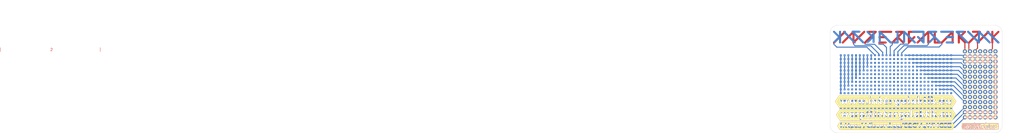
<source format=kicad_pcb>
(kicad_pcb (version 20221018) (generator pcbnew)
  (layers (0 "F.Cu" signal) (31 "B.Cu" signal) (34 "B.Paste" user) (35 "F.Paste" user) (36 "B.SilkS" user "B.Silkscreen") (37 "F.SilkS" user "F.Silkscreen") (38 "B.Mask" user) (39 "F.Mask" user) (44 "Edge.Cuts" user))
  (net 0 "")
  (net 1 "I1")
  (net 2 "N")
  (net 3 "T1")
  (net 4 "E")
  (net 5 "R")
  (net 6 "G")
  (net 7 "A1")
  (net 8 "L")
  (net 9 "K1")
  (net 10 "T2")
  (net 11 "I2")
  (net 12 "K2")
  (footprint "TestPoint:TestPoint_THTPad_2.0x2.0mm_Drill1.0mm" (layer "F.Cu") (at 161.3 65.225)
    (fp_text reference "REF**" hide)
    (fp_text value "TestPoint_THTPad_2.0x2.0mm_Drill1.0mm" hide)
  )
  (footprint "TestPoint:TestPoint_THTPad_2.0x2.0mm_Drill1.0mm" (layer "F.Cu") (at 163.84 85.545)
    (fp_text reference "REF**57" hide)
    (fp_text value "TestPoint_THTPad_2.0x2.0mm_Drill1.0mm" hide)
  )
  (footprint "TestPoint:TestPoint_THTPad_2.0x2.0mm_Drill1.0mm" (layer "F.Cu") (at 171.46 98.245)
    (fp_text reference "REF**95" hide)
    (fp_text value "TestPoint_THTPad_2.0x2.0mm_Drill1.0mm" hide)
  )
  (footprint "TestPoint:TestPoint_THTPad_2.0x2.0mm_Drill1.0mm" (layer "F.Cu") (at 171.46 67.765)
    (fp_text reference "REF**11" hide)
    (fp_text value "TestPoint_THTPad_2.0x2.0mm_Drill1.0mm" hide)
  )
  (footprint "TestPoint:TestPoint_THTPad_2.0x2.0mm_Drill1.0mm" (layer "F.Cu") (at 168.92 98.245)
    (fp_text reference "REF**94" hide)
    (fp_text value "TestPoint_THTPad_2.0x2.0mm_Drill1.0mm" hide)
  )
  (footprint "TestPoint:TestPoint_THTPad_2.0x2.0mm_Drill1.0mm" (layer "F.Cu") (at 174 88.085)
    (fp_text reference "REF**68" hide)
    (fp_text value "TestPoint_THTPad_2.0x2.0mm_Drill1.0mm" hide)
  )
  (footprint "TestPoint:TestPoint_THTPad_2.0x2.0mm_Drill1.0mm" (layer "F.Cu") (at 174 90.625)
    (fp_text reference "REF**75" hide)
    (fp_text value "TestPoint_THTPad_2.0x2.0mm_Drill1.0mm" hide)
  )
  (footprint "TestPoint:TestPoint_THTPad_2.0x2.0mm_Drill1.0mm" (layer "F.Cu") (at 168.92 75.385)
    (fp_text reference "REF**31" hide)
    (fp_text value "TestPoint_THTPad_2.0x2.0mm_Drill1.0mm" hide)
  )
  (footprint "TestPoint:TestPoint_THTPad_2.0x2.0mm_Drill1.0mm" (layer "F.Cu") (at 163.84 98.245)
    (fp_text reference "REF**92" hide)
    (fp_text value "TestPoint_THTPad_2.0x2.0mm_Drill1.0mm" hide)
  )
  (footprint "TestPoint:TestPoint_THTPad_2.0x2.0mm_Drill1.0mm" (layer "F.Cu") (at 168.92 67.765)
    (fp_text reference "REF**10" hide)
    (fp_text value "TestPoint_THTPad_2.0x2.0mm_Drill1.0mm" hide)
  )
  (footprint "TestPoint:TestPoint_THTPad_2.0x2.0mm_Drill1.0mm" (layer "F.Cu") (at 168.92 80.465)
    (fp_text reference "REF**45" hide)
    (fp_text value "TestPoint_THTPad_2.0x2.0mm_Drill1.0mm" hide)
  )
  (footprint "TestPoint:TestPoint_THTPad_2.0x2.0mm_Drill1.0mm" (layer "F.Cu") (at 176.54 65.225)
    (fp_text reference "REF**6" hide)
    (fp_text value "TestPoint_THTPad_2.0x2.0mm_Drill1.0mm" hide)
  )
  (footprint "TestPoint:TestPoint_THTPad_2.0x2.0mm_Drill1.0mm" (layer "F.Cu") (at 174 98.245)
    (fp_text reference "REF**96" hide)
    (fp_text value "TestPoint_THTPad_2.0x2.0mm_Drill1.0mm" hide)
  )
  (footprint "TestPoint:TestPoint_THTPad_2.0x2.0mm_Drill1.0mm" (layer "F.Cu") (at 166.38 98.245)
    (fp_text reference "REF**93" hide)
    (fp_text value "TestPoint_THTPad_2.0x2.0mm_Drill1.0mm" hide)
  )
  (footprint "TestPoint:TestPoint_THTPad_2.0x2.0mm_Drill1.0mm" (layer "F.Cu") (at 166.38 83.005)
    (fp_text reference "REF**51" hide)
    (fp_text value "TestPoint_THTPad_2.0x2.0mm_Drill1.0mm" hide)
  )
  (footprint "TestPoint:TestPoint_THTPad_2.0x2.0mm_Drill1.0mm" (layer "F.Cu") (at 171.46 85.545)
    (fp_text reference "REF**60" hide)
    (fp_text value "TestPoint_THTPad_2.0x2.0mm_Drill1.0mm" hide)
  )
  (footprint "TestPoint:TestPoint_THTPad_2.0x2.0mm_Drill1.0mm" (layer "F.Cu") (at 176.54 98.245)
    (fp_text reference "REF**97" hide)
    (fp_text value "TestPoint_THTPad_2.0x2.0mm_Drill1.0mm" hide)
  )
  (footprint "TestPoint:TestPoint_THTPad_2.0x2.0mm_Drill1.0mm" (layer "F.Cu") (at 174 65.225)
    (fp_text reference "REF**5" hide)
    (fp_text value "TestPoint_THTPad_2.0x2.0mm_Drill1.0mm" hide)
  )
  (footprint "TestPoint:TestPoint_THTPad_2.0x2.0mm_Drill1.0mm" (layer "F.Cu") (at 171.46 90.625)
    (fp_text reference "REF**74" hide)
    (fp_text value "TestPoint_THTPad_2.0x2.0mm_Drill1.0mm" hide)
  )
  (footprint "TestPoint:TestPoint_THTPad_2.0x2.0mm_Drill1.0mm" (layer "F.Cu") (at 163.84 80.465)
    (fp_text reference "REF**43" hide)
    (fp_text value "TestPoint_THTPad_2.0x2.0mm_Drill1.0mm" hide)
  )
  (footprint "TestPoint:TestPoint_THTPad_2.0x2.0mm_Drill1.0mm" (layer "F.Cu") (at 176.54 93.165)
    (fp_text reference "REF**83" hide)
    (fp_text value "TestPoint_THTPad_2.0x2.0mm_Drill1.0mm" hide)
  )
  (footprint "TestPoint:TestPoint_THTPad_2.0x2.0mm_Drill1.0mm" (layer "F.Cu") (at 171.46 88.085)
    (fp_text reference "REF**67" hide)
    (fp_text value "TestPoint_THTPad_2.0x2.0mm_Drill1.0mm" hide)
  )
  (footprint "TestPoint:TestPoint_THTPad_2.0x2.0mm_Drill1.0mm" (layer "F.Cu") (at 171.46 70.305)
    (fp_text reference "REF**18" hide)
    (fp_text value "TestPoint_THTPad_2.0x2.0mm_Drill1.0mm" hide)
  )
  (footprint "TestPoint:TestPoint_THTPad_2.0x2.0mm_Drill1.0mm" (layer "F.Cu") (at 174 72.845)
    (fp_text reference "REF**26" hide)
    (fp_text value "TestPoint_THTPad_2.0x2.0mm_Drill1.0mm" hide)
  )
  (footprint "TestPoint:TestPoint_THTPad_2.0x2.0mm_Drill1.0mm" (layer "F.Cu") (at 176.54 80.465)
    (fp_text reference "REF**48" hide)
    (fp_text value "TestPoint_THTPad_2.0x2.0mm_Drill1.0mm" hide)
  )
  (footprint "TestPoint:TestPoint_THTPad_2.0x2.0mm_Drill1.0mm" (layer "F.Cu") (at 166.38 80.465)
    (fp_text reference "REF**44" hide)
    (fp_text value "TestPoint_THTPad_2.0x2.0mm_Drill1.0mm" hide)
  )
  (footprint "TestPoint:TestPoint_THTPad_2.0x2.0mm_Drill1.0mm" (layer "F.Cu") (at 163.84 67.765)
    (fp_text reference "REF**8" hide)
    (fp_text value "TestPoint_THTPad_2.0x2.0mm_Drill1.0mm" hide)
  )
  (footprint "TestPoint:TestPoint_THTPad_2.0x2.0mm_Drill1.0mm" (layer "F.Cu") (at 163.84 95.705)
    (fp_text reference "REF**85" hide)
    (fp_text value "TestPoint_THTPad_2.0x2.0mm_Drill1.0mm" hide)
  )
  (footprint "TestPoint:TestPoint_THTPad_2.0x2.0mm_Drill1.0mm" (layer "F.Cu") (at 161.3 88.085)
    (fp_text reference "REF**63" hide)
    (fp_text value "TestPoint_THTPad_2.0x2.0mm_Drill1.0mm" hide)
  )
  (footprint "TestPoint:TestPoint_THTPad_2.0x2.0mm_Drill1.0mm" (layer "F.Cu") (at 163.84 93.165)
    (fp_text reference "REF**78" hide)
    (fp_text value "TestPoint_THTPad_2.0x2.0mm_Drill1.0mm" hide)
  )
  (footprint "TestPoint:TestPoint_THTPad_2.0x2.0mm_Drill1.0mm" (layer "F.Cu") (at 166.38 85.545)
    (fp_text reference "REF**58" hide)
    (fp_text value "TestPoint_THTPad_2.0x2.0mm_Drill1.0mm" hide)
  )
  (footprint "TestPoint:TestPoint_THTPad_2.0x2.0mm_Drill1.0mm" (layer "F.Cu") (at 171.46 75.385)
    (fp_text reference "REF**32" hide)
    (fp_text value "TestPoint_THTPad_2.0x2.0mm_Drill1.0mm" hide)
  )
  (footprint "TestPoint:TestPoint_THTPad_2.0x2.0mm_Drill1.0mm" (layer "F.Cu") (at 168.92 72.845)
    (fp_text reference "REF**24" hide)
    (fp_text value "TestPoint_THTPad_2.0x2.0mm_Drill1.0mm" hide)
  )
  (footprint "TestPoint:TestPoint_THTPad_2.0x2.0mm_Drill1.0mm" (layer "F.Cu") (at 168.92 95.705)
    (fp_text reference "REF**87" hide)
    (fp_text value "TestPoint_THTPad_2.0x2.0mm_Drill1.0mm" hide)
  )
  (footprint "TestPoint:TestPoint_THTPad_2.0x2.0mm_Drill1.0mm" (layer "F.Cu") (at 163.84 70.305)
    (fp_text reference "REF**15" hide)
    (fp_text value "TestPoint_THTPad_2.0x2.0mm_Drill1.0mm" hide)
  )
  (footprint "TestPoint:TestPoint_THTPad_2.0x2.0mm_Drill1.0mm" (layer "F.Cu") (at 161.3 77.925)
    (fp_text reference "REF**35" hide)
    (fp_text value "TestPoint_THTPad_2.0x2.0mm_Drill1.0mm" hide)
  )
  (footprint "TestPoint:TestPoint_THTPad_2.0x2.0mm_Drill1.0mm" (layer "F.Cu") (at 166.38 70.305)
    (fp_text reference "REF**16" hide)
    (fp_text value "TestPoint_THTPad_2.0x2.0mm_Drill1.0mm" hide)
  )
  (footprint "TestPoint:TestPoint_THTPad_2.0x2.0mm_Drill1.0mm" (layer "F.Cu") (at 163.84 83.005)
    (fp_text reference "REF**50" hide)
    (fp_text value "TestPoint_THTPad_2.0x2.0mm_Drill1.0mm" hide)
  )
  (footprint "TestPoint:TestPoint_THTPad_2.0x2.0mm_Drill1.0mm" (layer "F.Cu") (at 176.54 67.765)
    (fp_text reference "REF**13" hide)
    (fp_text value "TestPoint_THTPad_2.0x2.0mm_Drill1.0mm" hide)
  )
  (footprint "TestPoint:TestPoint_THTPad_2.0x2.0mm_Drill1.0mm" (layer "F.Cu") (at 166.38 77.925)
    (fp_text reference "REF**37" hide)
    (fp_text value "TestPoint_THTPad_2.0x2.0mm_Drill1.0mm" hide)
  )
  (footprint "TestPoint:TestPoint_THTPad_2.0x2.0mm_Drill1.0mm" (layer "F.Cu") (at 176.54 77.925)
    (fp_text reference "REF**41" hide)
    (fp_text value "TestPoint_THTPad_2.0x2.0mm_Drill1.0mm" hide)
  )
  (footprint "TestPoint:TestPoint_THTPad_2.0x2.0mm_Drill1.0mm" (layer "F.Cu") (at 176.54 83.005)
    (fp_text reference "REF**55" hide)
    (fp_text value "TestPoint_THTPad_2.0x2.0mm_Drill1.0mm" hide)
  )
  (footprint "TestPoint:TestPoint_THTPad_2.0x2.0mm_Drill1.0mm" (layer "F.Cu") (at 168.92 83.005)
    (fp_text reference "REF**52" hide)
    (fp_text value "TestPoint_THTPad_2.0x2.0mm_Drill1.0mm" hide)
  )
  (footprint "TestPoint:TestPoint_THTPad_2.0x2.0mm_Drill1.0mm" (layer "F.Cu") (at 168.92 70.305)
    (fp_text reference "REF**17" hide)
    (fp_text value "TestPoint_THTPad_2.0x2.0mm_Drill1.0mm" hide)
  )
  (footprint "kibuzzard-66197B3A" (layer "F.Cu") (at 172.625 102.85)
    (fp_text reference "kibuzzard-66197B3A" hide)
    (fp_text value "G***" hide)
  )
  (footprint "TestPoint:TestPoint_THTPad_2.0x2.0mm_Drill1.0mm" (layer "F.Cu") (at 171.46 77.925)
    (fp_text reference "REF**39" hide)
    (fp_text value "TestPoint_THTPad_2.0x2.0mm_Drill1.0mm" hide)
  )
  (footprint "TestPoint:TestPoint_THTPad_2.0x2.0mm_Drill1.0mm" (layer "F.Cu") (at 176.54 85.545)
    (fp_text reference "REF**62" hide)
    (fp_text value "TestPoint_THTPad_2.0x2.0mm_Drill1.0mm" hide)
  )
  (footprint "TestPoint:TestPoint_THTPad_2.0x2.0mm_Drill1.0mm" (layer "F.Cu") (at 161.3 83.005)
    (fp_text reference "REF**49" hide)
    (fp_text value "TestPoint_THTPad_2.0x2.0mm_Drill1.0mm" hide)
  )
  (footprint "TestPoint:TestPoint_THTPad_2.0x2.0mm_Drill1.0mm" (layer "F.Cu") (at 174 75.385)
    (fp_text reference "REF**33" hide)
    (fp_text value "TestPoint_THTPad_2.0x2.0mm_Drill1.0mm" hide)
  )
  (footprint "TestPoint:TestPoint_THTPad_2.0x2.0mm_Drill1.0mm" (layer "F.Cu") (at 166.38 93.165)
    (fp_text reference "REF**79" hide)
    (fp_text value "TestPoint_THTPad_2.0x2.0mm_Drill1.0mm" hide)
  )
  (footprint "TestPoint:TestPoint_THTPad_2.0x2.0mm_Drill1.0mm" (layer "F.Cu") (at 166.38 72.845)
    (fp_text reference "REF**23" hide)
    (fp_text value "TestPoint_THTPad_2.0x2.0mm_Drill1.0mm" hide)
  )
  (footprint "TestPoint:TestPoint_THTPad_2.0x2.0mm_Drill1.0mm" (layer "F.Cu") (at 174 93.165)
    (fp_text reference "REF**82" hide)
    (fp_text value "TestPoint_THTPad_2.0x2.0mm_Drill1.0mm" hide)
  )
  (footprint "TestPoint:TestPoint_THTPad_2.0x2.0mm_Drill1.0mm" (layer "F.Cu") (at 161.3 95.705)
    (fp_text reference "REF**84" hide)
    (fp_text value "TestPoint_THTPad_2.0x2.0mm_Drill1.0mm" hide)
  )
  (footprint "TestPoint:TestPoint_THTPad_2.0x2.0mm_Drill1.0mm" (layer "F.Cu") (at 166.38 88.085)
    (fp_text reference "REF**65" hide)
    (fp_text value "TestPoint_THTPad_2.0x2.0mm_Drill1.0mm" hide)
  )
  (footprint "TestPoint:TestPoint_THTPad_2.0x2.0mm_Drill1.0mm" (layer "F.Cu") (at 168.92 88.085)
    (fp_text reference "REF**66" hide)
    (fp_text value "TestPoint_THTPad_2.0x2.0mm_Drill1.0mm" hide)
  )
  (footprint "TestPoint:TestPoint_THTPad_2.0x2.0mm_Drill1.0mm" (layer "F.Cu") (at 174 70.305)
    (fp_text reference "REF**19" hide)
    (fp_text value "TestPoint_THTPad_2.0x2.0mm_Drill1.0mm" hide)
  )
  (footprint "TestPoint:TestPoint_THTPad_2.0x2.0mm_Drill1.0mm" (layer "F.Cu") (at 174 80.465)
    (fp_text reference "REF**47" hide)
    (fp_text value "TestPoint_THTPad_2.0x2.0mm_Drill1.0mm" hide)
  )
  (footprint "TestPoint:TestPoint_THTPad_2.0x2.0mm_Drill1.0mm" (layer "F.Cu") (at 174 85.545)
    (fp_text reference "REF**61" hide)
    (fp_text value "TestPoint_THTPad_2.0x2.0mm_Drill1.0mm" hide)
  )
  (footprint "TestPoint:TestPoint_THTPad_2.0x2.0mm_Drill1.0mm" (layer "F.Cu") (at 174 83.005)
    (fp_text reference "REF**54" hide)
    (fp_text value "TestPoint_THTPad_2.0x2.0mm_Drill1.0mm" hide)
  )
  (footprint "TestPoint:TestPoint_THTPad_2.0x2.0mm_Drill1.0mm" (layer "F.Cu") (at 163.84 72.845)
    (fp_text reference "REF**22" hide)
    (fp_text value "TestPoint_THTPad_2.0x2.0mm_Drill1.0mm" hide)
  )
  (footprint "kibuzzard-66196863" (layer "F.Cu") (at 126.75 90.45)
    (fp_text reference "kibuzzard-66196863" hide)
    (fp_text value "G***" hide)
  )
  (footprint "TestPoint:TestPoint_THTPad_2.0x2.0mm_Drill1.0mm" (layer "F.Cu") (at 176.54 72.845)
    (fp_text reference "REF**27" hide)
    (fp_text value "TestPoint_THTPad_2.0x2.0mm_Drill1.0mm" hide)
  )
  (footprint "TestPoint:TestPoint_THTPad_2.0x2.0mm_Drill1.0mm" (layer "F.Cu") (at 176.54 75.385)
    (fp_text reference "REF**34" hide)
    (fp_text value "TestPoint_THTPad_2.0x2.0mm_Drill1.0mm" hide)
  )
  (footprint "TestPoint:TestPoint_THTPad_2.0x2.0mm_Drill1.0mm" (layer "F.Cu") (at 168.92 77.925)
    (fp_text reference "REF**38" hide)
    (fp_text value "TestPoint_THTPad_2.0x2.0mm_Drill1.0mm" hide)
  )
  (footprint "TestPoint:TestPoint_THTPad_2.0x2.0mm_Drill1.0mm" (layer "F.Cu") (at 171.46 95.705)
    (fp_text reference "REF**88" hide)
    (fp_text value "TestPoint_THTPad_2.0x2.0mm_Drill1.0mm" hide)
  )
  (footprint "TestPoint:TestPoint_THTPad_2.0x2.0mm_Drill1.0mm" (layer "F.Cu") (at 168.92 85.545)
    (fp_text reference "REF**59" hide)
    (fp_text value "TestPoint_THTPad_2.0x2.0mm_Drill1.0mm" hide)
  )
  (footprint "TestPoint:TestPoint_THTPad_2.0x2.0mm_Drill1.0mm" (layer "F.Cu") (at 168.92 65.225)
    (fp_text reference "REF**3" hide)
    (fp_text value "TestPoint_THTPad_2.0x2.0mm_Drill1.0mm" hide)
  )
  (footprint "TestPoint:TestPoint_THTPad_2.0x2.0mm_Drill1.0mm" (layer "F.Cu") (at 176.54 88.085)
    (fp_text reference "REF**69" hide)
    (fp_text value "TestPoint_THTPad_2.0x2.0mm_Drill1.0mm" hide)
  )
  (footprint "TestPoint:TestPoint_THTPad_2.0x2.0mm_Drill1.0mm" (layer "F.Cu") (at 174 77.925)
    (fp_text reference "REF**40" hide)
    (fp_text value "TestPoint_THTPad_2.0x2.0mm_Drill1.0mm" hide)
  )
  (footprint "PCM_EEZ_unsorted:OSHWA logo (9.5 x 5 mm)" (layer "F.Cu") (at 163.325 102.55)
    (fp_text reference "LOGO" hide)
    (fp_text value "OSHWA logo" hide)
  )
  (footprint "TestPoint:TestPoint_THTPad_2.0x2.0mm_Drill1.0mm" (layer "F.Cu") (at 161.3 72.845)
    (fp_text reference "REF**21" hide)
    (fp_text value "TestPoint_THTPad_2.0x2.0mm_Drill1.0mm" hide)
  )
  (footprint "TestPoint:TestPoint_THTPad_2.0x2.0mm_Drill1.0mm" (layer "F.Cu") (at 166.38 65.225)
    (fp_text reference "REF**2" hide)
    (fp_text value "TestPoint_THTPad_2.0x2.0mm_Drill1.0mm" hide)
  )
  (footprint "TestPoint:TestPoint_THTPad_2.0x2.0mm_Drill1.0mm" (layer "F.Cu") (at 174 95.705)
    (fp_text reference "REF**89" hide)
    (fp_text value "TestPoint_THTPad_2.0x2.0mm_Drill1.0mm" hide)
  )
  (footprint "TestPoint:TestPoint_THTPad_2.0x2.0mm_Drill1.0mm" (layer "F.Cu") (at 166.38 90.625)
    (fp_text reference "REF**72" hide)
    (fp_text value "TestPoint_THTPad_2.0x2.0mm_Drill1.0mm" hide)
  )
  (footprint "TestPoint:TestPoint_THTPad_2.0x2.0mm_Drill1.0mm" (layer "F.Cu") (at 171.46 65.225)
    (fp_text reference "REF**4" hide)
    (fp_text value "TestPoint_THTPad_2.0x2.0mm_Drill1.0mm" hide)
  )
  (footprint "TestPoint:TestPoint_THTPad_2.0x2.0mm_Drill1.0mm" (layer "F.Cu") (at 163.84 88.085)
    (fp_text reference "REF**64" hide)
    (fp_text value "TestPoint_THTPad_2.0x2.0mm_Drill1.0mm" hide)
  )
  (footprint "TestPoint:TestPoint_THTPad_2.0x2.0mm_Drill1.0mm" (layer "F.Cu") (at 171.46 83.005)
    (fp_text reference "REF**53" hide)
    (fp_text value "TestPoint_THTPad_2.0x2.0mm_Drill1.0mm" hide)
  )
  (footprint "TestPoint:TestPoint_THTPad_2.0x2.0mm_Drill1.0mm" (layer "F.Cu") (at 166.38 67.765)
    (fp_text reference "REF**9" hide)
    (fp_text value "TestPoint_THTPad_2.0x2.0mm_Drill1.0mm" hide)
  )
  (footprint "TestPoint:TestPoint_THTPad_2.0x2.0mm_Drill1.0mm" (layer "F.Cu") (at 168.92 90.625)
    (fp_text reference "REF**73" hide)
    (fp_text value "TestPoint_THTPad_2.0x2.0mm_Drill1.0mm" hide)
  )
  (footprint "TestPoint:TestPoint_THTPad_2.0x2.0mm_Drill1.0mm" (layer "F.Cu") (at 161.3 67.765)
    (fp_text reference "REF**7" hide)
    (fp_text value "TestPoint_THTPad_2.0x2.0mm_Drill1.0mm" hide)
  )
  (footprint "TestPoint:TestPoint_THTPad_2.0x2.0mm_Drill1.0mm" (layer "F.Cu") (at 163.84 77.925)
    (fp_text reference "REF**36" hide)
    (fp_text value "TestPoint_THTPad_2.0x2.0mm_Drill1.0mm" hide)
  )
  (footprint "TestPoint:TestPoint_THTPad_2.0x2.0mm_Drill1.0mm" (layer "F.Cu") (at 163.84 65.225)
    (fp_text reference "REF**1" hide)
    (fp_text value "TestPoint_THTPad_2.0x2.0mm_Drill1.0mm" hide)
  )
  (footprint "TestPoint:TestPoint_THTPad_2.0x2.0mm_Drill1.0mm" (layer "F.Cu") (at 176.54 70.305)
    (fp_text reference "REF**20" hide)
    (fp_text value "TestPoint_THTPad_2.0x2.0mm_Drill1.0mm" hide)
  )
  (footprint "TestPoint:TestPoint_THTPad_2.0x2.0mm_Drill1.0mm" (layer "F.Cu") (at 161.3 75.385)
    (fp_text reference "REF**28" hide)
    (fp_text value "TestPoint_THTPad_2.0x2.0mm_Drill1.0mm" hide)
  )
  (footprint "TestPoint:TestPoint_THTPad_2.0x2.0mm_Drill1.0mm" (layer "F.Cu") (at 161.3 93.165)
    (fp_text reference "REF**77" hide)
    (fp_text value "TestPoint_THTPad_2.0x2.0mm_Drill1.0mm" hide)
  )
  (footprint "TestPoint:TestPoint_THTPad_2.0x2.0mm_Drill1.0mm" (layer "F.Cu") (at 168.92 93.165)
    (fp_text reference "REF**80" hide)
    (fp_text value "TestPoint_THTPad_2.0x2.0mm_Drill1.0mm" hide)
  )
  (footprint "TestPoint:TestPoint_THTPad_2.0x2.0mm_Drill1.0mm" (layer "F.Cu") (at 161.3 85.545)
    (fp_text reference "REF**56" hide)
    (fp_text value "TestPoint_THTPad_2.0x2.0mm_Drill1.0mm" hide)
  )
  (footprint "TestPoint:TestPoint_THTPad_2.0x2.0mm_Drill1.0mm" (layer "F.Cu") (at 176.54 95.705)
    (fp_text reference "REF**90" hide)
    (fp_text value "TestPoint_THTPad_2.0x2.0mm_Drill1.0mm" hide)
  )
  (footprint "TestPoint:TestPoint_THTPad_2.0x2.0mm_Drill1.0mm" (layer "F.Cu") (at 174 67.765)
    (fp_text reference "REF**12" hide)
    (fp_text value "TestPoint_THTPad_2.0x2.0mm_Drill1.0mm" hide)
  )
  (footprint "TestPoint:TestPoint_THTPad_2.0x2.0mm_Drill1.0mm" (layer "F.Cu") (at 161.3 70.305)
    (fp_text reference "REF**14" hide)
    (fp_text value "TestPoint_THTPad_2.0x2.0mm_Drill1.0mm" hide)
  )
  (footprint "TestPoint:TestPoint_THTPad_2.0x2.0mm_Drill1.0mm" (layer "F.Cu") (at 161.3 98.245)
    (fp_text reference "REF**91" hide)
    (fp_text value "TestPoint_THTPad_2.0x2.0mm_Drill1.0mm" hide)
  )
  (footprint "TestPoint:TestPoint_THTPad_2.0x2.0mm_Drill1.0mm" (layer "F.Cu") (at 166.38 95.705)
    (fp_text reference "REF**86" hide)
    (fp_text value "TestPoint_THTPad_2.0x2.0mm_Drill1.0mm" hide)
  )
  (footprint "TestPoint:TestPoint_THTPad_2.0x2.0mm_Drill1.0mm" (layer "F.Cu") (at 171.46 80.465)
    (fp_text reference "REF**46" hide)
    (fp_text value "TestPoint_THTPad_2.0x2.0mm_Drill1.0mm" hide)
  )
  (footprint "TestPoint:TestPoint_THTPad_2.0x2.0mm_Drill1.0mm" (layer "F.Cu") (at 171.46 93.165)
    (fp_text reference "REF**81" hide)
    (fp_text value "TestPoint_THTPad_2.0x2.0mm_Drill1.0mm" hide)
  )
  (footprint "TestPoint:TestPoint_THTPad_2.0x2.0mm_Drill1.0mm" (layer "F.Cu") (at 176.54 90.625)
    (fp_text reference "REF**76" hide)
    (fp_text value "TestPoint_THTPad_2.0x2.0mm_Drill1.0mm" hide)
  )
  (footprint "TestPoint:TestPoint_THTPad_2.0x2.0mm_Drill1.0mm" (layer "F.Cu") (at 161.3 90.625)
    (fp_text reference "REF**70" hide)
    (fp_text value "TestPoint_THTPad_2.0x2.0mm_Drill1.0mm" hide)
  )
  (footprint "TestPoint:TestPoint_THTPad_2.0x2.0mm_Drill1.0mm" (layer "F.Cu") (at 171.46 72.845)
    (fp_text reference "REF**25" hide)
    (fp_text value "TestPoint_THTPad_2.0x2.0mm_Drill1.0mm" hide)
  )
  (footprint "kibuzzard-6619699C" (layer "F.Cu") (at 126.925 97.025)
    (fp_text reference "kibuzzard-6619699C" hide)
    (fp_text value "G***" hide)
  )
  (footprint "TestPoint:TestPoint_THTPad_2.0x2.0mm_Drill1.0mm" (layer "F.Cu") (at 166.38 75.385)
    (fp_text reference "REF**30" hide)
    (fp_text value "TestPoint_THTPad_2.0x2.0mm_Drill1.0mm" hide)
  )
  (footprint "kibuzzard-66196953" (layer "F.Cu") (at 126.925 102.575)
    (fp_text reference "kibuzzard-66196953" hide)
    (fp_text value "G***" hide)
  )
  (footprint "TestPoint:TestPoint_THTPad_2.0x2.0mm_Drill1.0mm" (layer "F.Cu") (at 163.84 90.625)
    (fp_text reference "REF**71" hide)
    (fp_text value "TestPoint_THTPad_2.0x2.0mm_Drill1.0mm" hide)
  )
  (footprint "TestPoint:TestPoint_THTPad_2.0x2.0mm_Drill1.0mm" (layer "F.Cu") (at 161.3 80.465)
    (fp_text reference "REF**42" hide)
    (fp_text value "TestPoint_THTPad_2.0x2.0mm_Drill1.0mm" hide)
  )
  (footprint "TestPoint:TestPoint_THTPad_2.0x2.0mm_Drill1.0mm" (layer "F.Cu") (at 163.84 75.385)
    (fp_text reference "REF**29" hide)
    (fp_text value "TestPoint_THTPad_2.0x2.0mm_Drill1.0mm" hide)
  )
  (footprint "lib:Array_Pad_0805" (layer "B.Cu") (at 131.675 97.575 180)
    (fp_text reference "REF**594" hide)
    (fp_text value "Array_Pad_0805" hide)
  )
  (footprint "lib:Array_Pad_0805" (layer "B.Cu") (at 127.875 101.375 180)
    (fp_text reference "REF**652" hide)
    (fp_text value "Array_Pad_0805" hide)
  )
  (footprint "lib:Array_Pad_0805" (layer "B.Cu") (at 139.275 72.875 180)
    (fp_text reference "REF**208" hide)
    (fp_text value "Array_Pad_0805" hide)
  )
  (footprint "lib:Array_Pad_0805" (layer "B.Cu") (at 150.675 86.175 180)
    (fp_text reference "REF**424" hide)
    (fp_text value "Array_Pad_0805" hide)
  )
  (footprint "lib:Array_Pad_0805" (layer "B.Cu") (at 131.675 72.875 180)
    (fp_text reference "REF**204" hide)
    (fp_text value "Array_Pad_0805" hide)
  )
  (footprint "lib:Array_Pad_0805" (layer "B.Cu") (at 131.675 99.475 180)
    (fp_text reference "REF**624" hide)
    (fp_text value "Array_Pad_0805" hide)
  )
  (footprint "lib:Array_Pad_0805" (layer "B.Cu") (at 108.875 88.075 180)
    (fp_text reference "REF**432" hide)
    (fp_text value "Array_Pad_0805" hide)
  )
  (footprint "lib:Array_Pad_0805" (layer "B.Cu") (at 131.675 70.975 180)
    (fp_text reference "REF**174" hide)
    (fp_text value "Array_Pad_0805" hide)
  )
  (footprint "lib:Array_Pad_0805" (layer "B.Cu") (at 133.575 70.975 180)
    (fp_text reference "REF**175" hide)
    (fp_text value "Array_Pad_0805" hide)
  )
  (footprint "lib:Array_Pad_0805" (layer "B.Cu") (at 146.875 69.075 180)
    (fp_text reference "REF**152" hide)
    (fp_text value "Array_Pad_0805" hide)
  )
  (footprint "lib:Array_Pad_0805" (layer "B.Cu") (at 110.775 97.575 180)
    (fp_text reference "REF**583" hide)
    (fp_text value "Array_Pad_0805" hide)
  )
  (footprint "lib:Array_Pad_0805" (layer "B.Cu") (at 135.475 95.675 180)
    (fp_text reference "REF**566" hide)
    (fp_text value "Array_Pad_0805" hide)
  )
  (footprint "lib:Array_Pad_0805" (layer "B.Cu") (at 99.375 95.675 180)
    (fp_text reference "REF**547" hide)
    (fp_text value "Array_Pad_0805" hide)
  )
  (footprint "lib:Array_Pad_0805" (layer "B.Cu") (at 141.175 74.775 180)
    (fp_text reference "REF**239" hide)
    (fp_text value "Array_Pad_0805" hide)
  )
  (footprint "lib:Array_Pad_0805" (layer "B.Cu") (at 124.075 86.175 180)
    (fp_text reference "REF**410" hide)
    (fp_text value "Array_Pad_0805" hide)
  )
  (footprint "lib:Array_Pad_0805" (layer "B.Cu") (at 139.275 76.675 180)
    (fp_text reference "REF**268" hide)
    (fp_text value "Array_Pad_0805" hide)
  )
  (footprint "lib:Array_Pad_0805" (layer "B.Cu") (at 137.375 88.075 180)
    (fp_text reference "REF**447" hide)
    (fp_text value "Array_Pad_0805" hide)
  )
  (footprint "lib:Array_Pad_0805" (layer "B.Cu") (at 150.675 78.575 180)
    (fp_text reference "REF**304" hide)
    (fp_text value "Array_Pad_0805" hide)
  )
  (footprint "lib:Array_Pad_0805" (layer "B.Cu") (at 135.475 78.575 180)
    (fp_text reference "REF**296" hide)
    (fp_text value "Array_Pad_0805" hide)
  )
  (footprint "lib:Array_Pad_0805" (layer "B.Cu") (at 105.075 78.575 180)
    (fp_text reference "REF**280" hide)
    (fp_text value "Array_Pad_0805" hide)
  )
  (footprint "lib:Array_Pad_0805" (layer "B.Cu") (at 143.075 95.675 180)
    (fp_text reference "REF**570" hide)
    (fp_text value "Array_Pad_0805" hide)
  )
  (footprint "lib:Array_Pad_0805" (layer "B.Cu") (at 103.175 99.475 180)
    (fp_text reference "REF**609" hide)
    (fp_text value "Array_Pad_0805" hide)
  )
  (footprint "lib:Array_Pad_0805" (layer "B.Cu") (at 150.675 74.775 180)
    (fp_text reference "REF**244" hide)
    (fp_text value "Array_Pad_0805" hide)
  )
  (footprint "lib:Array_Pad_0805" (layer "B.Cu") (at 148.775 88.075 180)
    (fp_text reference "REF**453" hide)
    (fp_text value "Array_Pad_0805" hide)
  )
  (footprint "lib:Array_Pad_0805" (layer "B.Cu") (at 135.475 103.275 180)
    (fp_text reference "REF**686" hide)
    (fp_text value "Array_Pad_0805" hide)
  )
  (footprint "lib:Array_Pad_0805" (layer "B.Cu") (at 106.975 72.875 180)
    (fp_text reference "REF**191" hide)
    (fp_text value "Array_Pad_0805" hide)
  )
  (footprint "lib:Array_Pad_0805" (layer "B.Cu") (at 110.775 69.075 180)
    (fp_text reference "REF**133" hide)
    (fp_text value "Array_Pad_0805" hide)
  )
  (footprint "lib:Array_Pad_0805" (layer "B.Cu") (at 141.175 86.175 180)
    (fp_text reference "REF**419" hide)
    (fp_text value "Array_Pad_0805" hide)
  )
  (footprint "lib:Array_Pad_0805" (layer "B.Cu") (at 154.475 80.475 180)
    (fp_text reference "REF**336" hide)
    (fp_text value "Array_Pad_0805" hide)
  )
  (footprint "lib:Array_Pad_0805" (layer "B.Cu") (at 114.575 70.975 180)
    (fp_text reference "REF**165" hide)
    (fp_text value "Array_Pad_0805" hide)
  )
  (footprint "lib:Array_Pad_0805" (layer "B.Cu") (at 120.275 95.675 180)
    (fp_text reference "REF**558" hide)
    (fp_text value "Array_Pad_0805" hide)
  )
  (footprint "lib:Array_Pad_0805" (layer "B.Cu") (at 131.675 76.675 180)
    (fp_text reference "REF**264" hide)
    (fp_text value "Array_Pad_0805" hide)
  )
  (footprint "lib:Array_Pad_0805" (layer "B.Cu") (at 133.575 95.675 180)
    (fp_text reference "REF**565" hide)
    (fp_text value "Array_Pad_0805" hide)
  )
  (footprint "lib:Array_Pad_0805" (layer "B.Cu") (at 129.775 99.475 180)
    (fp_text reference "REF**623" hide)
    (fp_text value "Array_Pad_0805" hide)
  )
  (footprint "lib:Array_Pad_0805" (layer "B.Cu") (at 131.675 91.875 180)
    (fp_text reference "REF**504" hide)
    (fp_text value "Array_Pad_0805" hide)
  )
  (footprint "lib:Array_Pad_0805" (layer "B.Cu") (at 127.875 82.375 180)
    (fp_text reference "REF**352" hide)
    (fp_text value "Array_Pad_0805" hide)
  )
  (footprint "lib:Array_Pad_0805" (layer "B.Cu") (at 122.175 103.275 180)
    (fp_text reference "REF**679" hide)
    (fp_text value "Array_Pad_0805" hide)
  )
  (footprint "lib:Array_Pad_0805" (layer "B.Cu") (at 120.275 86.175 180)
    (fp_text reference "REF**408" hide)
    (fp_text value "Array_Pad_0805" hide)
  )
  (footprint "lib:Array_Pad_0805" (layer "B.Cu") (at 125.975 80.475 180)
    (fp_text reference "REF**321" hide)
    (fp_text value "Array_Pad_0805" hide)
  )
  (footprint "lib:Array_Pad_0805" (layer "B.Cu") (at 110.775 91.875 180)
    (fp_text reference "REF**493" hide)
    (fp_text value "Array_Pad_0805" hide)
  )
  (footprint "lib:Array_Pad_0805" (layer "B.Cu") (at 133.575 101.375 180)
    (fp_text reference "REF**655" hide)
    (fp_text value "Array_Pad_0805" hide)
  )
  (footprint "PCM_EEZ_unsorted:OSHWA logo (9.5 x 5 mm)" (layer "B.Cu") (at 174.589946 102.525 180)
    (fp_text reference "LOGO" hide)
    (fp_text value "OSHWA logo" hide)
  )
  (footprint "lib:Array_Pad_0805" (layer "B.Cu") (at 143.075 82.375 180)
    (fp_text reference "REF**360" hide)
    (fp_text value "Array_Pad_0805" hide)
  )
  (footprint "lib:Array_Pad_0805" (layer "B.Cu") (at 129.775 80.475 180)
    (fp_text reference "REF**323" hide)
    (fp_text value "Array_Pad_0805" hide)
  )
  (footprint "lib:Array_Pad_0805" (layer "B.Cu") (at 103.175 70.975 180)
    (fp_text reference "REF**159" hide)
    (fp_text value "Array_Pad_0805" hide)
  )
  (footprint "lib:Array_Pad_0805" (layer "B.Cu") (at 150.675 80.475 180)
    (fp_text reference "REF**334" hide)
    (fp_text value "Array_Pad_0805" hide)
  )
  (footprint "lib:Array_Pad_0805" (layer "B.Cu") (at 101.275 103.275 180)
    (fp_text reference "REF**668" hide)
    (fp_text value "Array_Pad_0805" hide)
  )
  (footprint "lib:Array_Pad_0805" (layer "B.Cu") (at 137.375 97.575 180)
    (fp_text reference "REF**597" hide)
    (fp_text value "Array_Pad_0805" hide)
  )
  (footprint "lib:Array_Pad_0805" (layer "B.Cu") (at 139.275 82.375 180)
    (fp_text reference "REF**358" hide)
    (fp_text value "Array_Pad_0805" hide)
  )
  (footprint "lib:Array_Pad_0805" (layer "B.Cu") (at 144.975 70.975 180)
    (fp_text reference "REF**181" hide)
    (fp_text value "Array_Pad_0805" hide)
  )
  (footprint "lib:Array_Pad_0805" (layer "B.Cu") (at 118.375 91.875 180)
    (fp_text reference "REF**497" hide)
    (fp_text value "Array_Pad_0805" hide)
  )
  (footprint "lib:Array_Pad_0805" (layer "B.Cu") (at 143.075 80.475 180)
    (fp_text reference "REF**330" hide)
    (fp_text value "Array_Pad_0805" hide)
  )
  (footprint "lib:Array_Pad_0805" (layer "B.Cu") (at 139.275 95.675 180)
    (fp_text reference "REF**568" hide)
    (fp_text value "Array_Pad_0805" hide)
  )
  (footprint "lib:Array_Pad_0805" (layer "B.Cu") (at 152.575 80.475 180)
    (fp_text reference "REF**335" hide)
    (fp_text value "Array_Pad_0805" hide)
  )
  (footprint "lib:Array_Pad_0805" (layer "B.Cu") (at 135.475 74.775 180)
    (fp_text reference "REF**236" hide)
    (fp_text value "Array_Pad_0805" hide)
  )
  (footprint "lib:Array_Pad_0805" (layer "B.Cu") (at 137.375 91.875 180)
    (fp_text reference "REF**507" hide)
    (fp_text value "Array_Pad_0805" hide)
  )
  (footprint "lib:Array_Pad_0805" (layer "B.Cu") (at 105.075 101.375 180)
    (fp_text reference "REF**640" hide)
    (fp_text value "Array_Pad_0805" hide)
  )
  (footprint "lib:Array_Pad_0805" (layer "B.Cu") (at 135.475 70.975 180)
    (fp_text reference "REF**176" hide)
    (fp_text value "Array_Pad_0805" hide)
  )
  (footprint "lib:Array_Pad_0805" (layer "B.Cu") (at 108.875 70.975 180)
    (fp_text reference "REF**162" hide)
    (fp_text value "Array_Pad_0805" hide)
  )
  (footprint "lib:Array_Pad_0805" (layer "B.Cu") (at 127.875 72.875 180)
    (fp_text reference "REF**202" hide)
    (fp_text value "Array_Pad_0805" hide)
  )
  (footprint "lib:Array_Pad_0805" (layer "B.Cu") (at 103.175 72.875 180)
    (fp_text reference "REF**189" hide)
    (fp_text value "Array_Pad_0805" hide)
  )
  (footprint "lib:Array_Pad_0805" (layer "B.Cu") (at 120.275 84.275 180)
    (fp_text reference "REF**378" hide)
    (fp_text value "Array_Pad_0805" hide)
  )
  (footprint "lib:Array_Pad_0805" (layer "B.Cu") (at 139.275 103.275 180)
    (fp_text reference "REF**688" hide)
    (fp_text value "Array_Pad_0805" hide)
  )
  (footprint "lib:Array_Pad_0805" (layer "B.Cu") (at 152.575 74.775 180)
    (fp_text reference "REF**245" hide)
    (fp_text value "Array_Pad_0805" hide)
  )
  (footprint "lib:Array_Pad_0805" (layer "B.Cu") (at 148.775 74.775 180)
    (fp_text reference "REF**243" hide)
    (fp_text value "Array_Pad_0805" hide)
  )
  (footprint "lib:Array_Pad_0805" (layer "B.Cu") (at 110.775 84.275 180)
    (fp_text reference "REF**373" hide)
    (fp_text value "Array_Pad_0805" hide)
  )
  (footprint "lib:Array_Pad_0805" (layer "B.Cu") (at 114.575 99.475 180)
    (fp_text reference "REF**615" hide)
    (fp_text value "Array_Pad_0805" hide)
  )
  (footprint "lib:Array_Pad_0805" (layer "B.Cu") (at 103.175 93.775 180)
    (fp_text reference "REF**519" hide)
    (fp_text value "Array_Pad_0805" hide)
  )
  (footprint "lib:Array_Pad_0805" (layer "B.Cu") (at 106.975 101.375 180)
    (fp_text reference "REF**641" hide)
    (fp_text value "Array_Pad_0805" hide)
  )
  (footprint "lib:Array_Pad_0805" (layer "B.Cu") (at 154.475 89.975 180)
    (fp_text reference "REF**486" hide)
    (fp_text value "Array_Pad_0805" hide)
  )
  (footprint "lib:Array_Pad_0805" (layer "B.Cu") (at 144.975 67.175 180)
    (fp_text reference "REF**121" hide)
    (fp_text value "Array_Pad_0805" hide)
  )
  (footprint "lib:Array_Pad_0805" (layer "B.Cu") (at 110.775 103.275 180)
    (fp_text reference "REF**673" hide)
    (fp_text value "Array_Pad_0805" hide)
  )
  (footprint "lib:Array_Pad_0805" (layer "B.Cu") (at 105.075 91.875 180)
    (fp_text reference "REF**490" hide)
    (fp_text value "Array_Pad_0805" hide)
  )
  (footprint "lib:Array_Pad_0805" (layer "B.Cu") (at 129.775 76.675 180)
    (fp_text reference "REF**263" hide)
    (fp_text value "Array_Pad_0805" hide)
  )
  (footprint "lib:Array_Pad_0805" (layer "B.Cu") (at 127.875 88.075 180)
    (fp_text reference "REF**442" hide)
    (fp_text value "Array_Pad_0805" hide)
  )
  (footprint "lib:Array_Pad_0805" (layer "B.Cu") (at 139.275 88.075 180)
    (fp_text reference "REF**448" hide)
    (fp_text value "Array_Pad_0805" hide)
  )
  (footprint "lib:Array_Pad_0805" (layer "B.Cu") (at 116.475 72.875 180)
    (fp_text reference "REF**196" hide)
    (fp_text value "Array_Pad_0805" hide)
  )
  (footprint "lib:Array_Pad_0805" (layer "B.Cu") (at 141.175 70.975 180)
    (fp_text reference "REF**179" hide)
    (fp_text value "Array_Pad_0805" hide)
  )
  (footprint "lib:Array_Pad_0805" (layer "B.Cu") (at 110.775 89.975 180)
    (fp_text reference "REF**463" hide)
    (fp_text value "Array_Pad_0805" hide)
  )
  (footprint "lib:Array_Pad_0805" (layer "B.Cu") (at 124.075 103.275 180)
    (fp_text reference "REF**680" hide)
    (fp_text value "Array_Pad_0805" hide)
  )
  (footprint "lib:Array_Pad_0805" (layer "B.Cu") (at 108.875 76.675 180)
    (fp_text reference "REF**252" hide)
    (fp_text value "Array_Pad_0805" hide)
  )
  (footprint "lib:Array_Pad_0805" (layer "B.Cu") (at 120.275 80.475 180)
    (fp_text reference "REF**318" hide)
    (fp_text value "Array_Pad_0805" hide)
  )
  (footprint "lib:Array_Pad_0805" (layer "B.Cu") (at 127.875 95.675 180)
    (fp_text reference "REF**562" hide)
    (fp_text value "Array_Pad_0805" hide)
  )
  (footprint "lib:Array_Pad_0805" (layer "B.Cu") (at 110.775 76.675 180)
    (fp_text reference "REF**253" hide)
    (fp_text value "Array_Pad_0805" hide)
  )
  (footprint "lib:Array_Pad_0805" (layer "B.Cu") (at 154.475 78.575 180)
    (fp_text reference "REF**306" hide)
    (fp_text value "Array_Pad_0805" hide)
  )
  (footprint "lib:Array_Pad_0805" (layer "B.Cu") (at 108.875 97.575 180)
    (fp_text reference "REF**582" hide)
    (fp_text value "Array_Pad_0805" hide)
  )
  (footprint "lib:Array_Pad_0805" (layer "B.Cu") (at 141.175 91.875 180)
    (fp_text reference "REF**509" hide)
    (fp_text value "Array_Pad_0805" hide)
  )
  (footprint "lib:Array_Pad_0805" (layer "B.Cu") (at 154.475 97.575 180)
    (fp_text reference "REF**606" hide)
    (fp_text value "Array_Pad_0805" hide)
  )
  (footprint "lib:Array_Pad_0805" (layer "B.Cu") (at 139.275 74.775 180)
    (fp_text reference "REF**238" hide)
    (fp_text value "Array_Pad_0805" hide)
  )
  (footprint "lib:Array_Pad_0805" (layer "B.Cu") (at 114.575 93.775 180)
    (fp_text reference "REF**525" hide)
    (fp_text value "Array_Pad_0805" hide)
  )
  (footprint "lib:Array_Pad_0805" (layer "B.Cu") (at 112.675 88.075 180)
    (fp_text reference "REF**434" hide)
    (fp_text value "Array_Pad_0805" hide)
  )
  (footprint "lib:Array_Pad_0805" (layer "B.Cu") (at 110.775 67.175 180)
    (fp_text reference "REF**103" hide)
    (fp_text value "Array_Pad_0805" hide)
  )
  (footprint "lib:Array_Pad_0805" (layer "B.Cu") (at 154.475 74.775 180)
    (fp_text reference "REF**246" hide)
    (fp_text value "Array_Pad_0805" hide)
  )
  (footprint "lib:Array_Pad_0805" (layer "B.Cu") (at 118.375 69.075 180)
    (fp_text reference "REF**137" hide)
    (fp_text value "Array_Pad_0805" hide)
  )
  (footprint "lib:Array_Pad_0805" (layer "B.Cu") (at 152.575 103.275 180)
    (fp_text reference "REF**695" hide)
    (fp_text value "Array_Pad_0805" hide)
  )
  (footprint "lib:Array_Pad_0805" (layer "B.Cu") (at 125.975 84.275 180)
    (fp_text reference "REF**381" hide)
    (fp_text value "Array_Pad_0805" hide)
  )
  (footprint "lib:Array_Pad_0805" (layer "B.Cu") (at 139.275 99.475 180)
    (fp_text reference "REF**628" hide)
    (fp_text value "Array_Pad_0805" hide)
  )
  (footprint "lib:Array_Pad_0805" (layer "B.Cu") (at 135.475 97.575 180)
    (fp_text reference "REF**596" hide)
    (fp_text value "Array_Pad_0805" hide)
  )
  (footprint "lib:Array_Pad_0805" (layer "B.Cu") (at 143.075 70.975 180)
    (fp_text reference "REF**180" hide)
    (fp_text value "Array_Pad_0805" hide)
  )
  (footprint "lib:Array_Pad_0805" (layer "B.Cu") (at 110.775 86.175 180)
    (fp_text reference "REF**403" hide)
    (fp_text value "Array_Pad_0805" hide)
  )
  (footprint "lib:Array_Pad_0805" (layer "B.Cu") (at 139.275 80.475 180)
    (fp_text reference "REF**328" hide)
    (fp_text value "Array_Pad_0805" hide)
  )
  (footprint "lib:Array_Pad_0805" (layer "B.Cu") (at 122.175 95.675 180)
    (fp_text reference "REF**559" hide)
    (fp_text value "Array_Pad_0805" hide)
  )
  (footprint "lib:Array_Pad_0805" (layer "B.Cu") (at 131.675 80.475 180)
    (fp_text reference "REF**324" hide)
    (fp_text value "Array_Pad_0805" hide)
  )
  (footprint "lib:Array_Pad_0805" (layer "B.Cu") (at 124.075 67.175 180)
    (fp_text reference "REF**110" hide)
    (fp_text value "Array_Pad_0805" hide)
  )
  (footprint "lib:Array_Pad_0805" (layer "B.Cu") (at 150.675 97.575 180)
    (fp_text reference "REF**604" hide)
    (fp_text value "Array_Pad_0805" hide)
  )
  (footprint "lib:Array_Pad_0805" (layer "B.Cu") (at 112.675 72.875 180)
    (fp_text reference "REF**194" hide)
    (fp_text value "Array_Pad_0805" hide)
  )
  (footprint "lib:Array_Pad_0805" (layer "B.Cu") (at 146.875 88.075 180)
    (fp_text reference "REF**452" hide)
    (fp_text value "Array_Pad_0805" hide)
  )
  (footprint "lib:Array_Pad_0805" (layer "B.Cu") (at 141.175 78.575 180)
    (fp_text reference "REF**299" hide)
    (fp_text value "Array_Pad_0805" hide)
  )
  (footprint "lib:Array_Pad_0805" (layer "B.Cu") (at 108.875 72.875 180)
    (fp_text reference "REF**192" hide)
    (fp_text value "Array_Pad_0805" hide)
  )
  (footprint "lib:Array_Pad_0805" (layer "B.Cu") (at 106.975 99.475 180)
    (fp_text reference "REF**611" hide)
    (fp_text value "Array_Pad_0805" hide)
  )
  (footprint "lib:Array_Pad_0805" (layer "B.Cu") (at 118.375 82.375 180)
    (fp_text reference "REF**347" hide)
    (fp_text value "Array_Pad_0805" hide)
  )
  (footprint "lib:Array_Pad_0805" (layer "B.Cu") (at 125.975 91.875 180)
    (fp_text reference "REF**501" hide)
    (fp_text value "Array_Pad_0805" hide)
  )
  (footprint "lib:Array_Pad_0805" (layer "B.Cu") (at 103.175 74.775 180)
    (fp_text reference "REF**219" hide)
    (fp_text value "Array_Pad_0805" hide)
  )
  (footprint "lib:Array_Pad_0805" (layer "B.Cu") (at 116.475 78.575 180)
    (fp_text reference "REF**286" hide)
    (fp_text value "Array_Pad_0805" hide)
  )
  (footprint "lib:Array_Pad_0805" (layer "B.Cu") (at 106.975 74.775 180)
    (fp_text reference "REF**221" hide)
    (fp_text value "Array_Pad_0805" hide)
  )
  (footprint "lib:Array_Pad_0805" (layer "B.Cu") (at 146.875 80.475 180)
    (fp_text reference "REF**332" hide)
    (fp_text value "Array_Pad_0805" hide)
  )
  (footprint "lib:Array_Pad_0805" (layer "B.Cu") (at 143.075 89.975 180)
    (fp_text reference "REF**480" hide)
    (fp_text value "Array_Pad_0805" hide)
  )
  (footprint "lib:Array_Pad_0805" (layer "B.Cu") (at 148.775 82.375 180)
    (fp_text reference "REF**363" hide)
    (fp_text value "Array_Pad_0805" hide)
  )
  (footprint "lib:Array_Pad_0805" (layer "B.Cu") (at 118.375 86.175 180)
    (fp_text reference "REF**407" hide)
    (fp_text value "Array_Pad_0805" hide)
  )
  (footprint "lib:Array_Pad_0805" (layer "B.Cu") (at 112.675 91.875 180)
    (fp_text reference "REF**494" hide)
    (fp_text value "Array_Pad_0805" hide)
  )
  (footprint "lib:Array_Pad_0805" (layer "B.Cu") (at 122.175 72.875 180)
    (fp_text reference "REF**199" hide)
    (fp_text value "Array_Pad_0805" hide)
  )
  (footprint "lib:Array_Pad_0805" (layer "B.Cu") (at 129.775 72.875 180)
    (fp_text reference "REF**203" hide)
    (fp_text value "Array_Pad_0805" hide)
  )
  (footprint "lib:Array_Pad_0805" (layer "B.Cu") (at 114.575 91.875 180)
    (fp_text reference "REF**495" hide)
    (fp_text value "Array_Pad_0805" hide)
  )
  (footprint "lib:Array_Pad_0805" (layer "B.Cu") (at 105.075 103.275 180)
    (fp_text reference "REF**670" hide)
    (fp_text value "Array_Pad_0805" hide)
  )
  (footprint "lib:Array_Pad_0805" (layer "B.Cu") (at 112.675 67.175 180)
    (fp_text reference "REF**104" hide)
    (fp_text value "Array_Pad_0805" hide)
  )
  (footprint "lib:Array_Pad_0805" (layer "B.Cu") (at 112.675 76.675 180)
    (fp_text reference "REF**254" hide)
    (fp_text value "Array_Pad_0805" hide)
  )
  (footprint "lib:Array_Pad_0805" (layer "B.Cu") (at 148.775 99.475 180)
    (fp_text reference "REF**633" hide)
    (fp_text value "Array_Pad_0805" hide)
  )
  (footprint "lib:Array_Pad_0805" (layer "B.Cu") (at 105.075 76.675 180)
    (fp_text reference "REF**250" hide)
    (fp_text value "Array_Pad_0805" hide)
  )
  (footprint "lib:Array_Pad_0805" (layer "B.Cu") (at 141.175 69.075 180)
    (fp_text reference "REF**149" hide)
    (fp_text value "Array_Pad_0805" hide)
  )
  (footprint "lib:Array_Pad_0805" (layer "B.Cu") (at 124.075 82.375 180)
    (fp_text reference "REF**350" hide)
    (fp_text value "Array_Pad_0805" hide)
  )
  (footprint "lib:Array_Pad_0805" (layer "B.Cu") (at 108.875 95.675 180)
    (fp_text reference "REF**552" hide)
    (fp_text value "Array_Pad_0805" hide)
  )
  (footprint "lib:Array_Pad_0805" (layer "B.Cu") (at 106.975 89.975 180)
    (fp_text reference "REF**461" hide)
    (fp_text value "Array_Pad_0805" hide)
  )
  (footprint "lib:Array_Pad_0805" (layer "B.Cu") (at 131.675 103.275 180)
    (fp_text reference "REF**684" hide)
    (fp_text value "Array_Pad_0805" hide)
  )
  (footprint "lib:Array_Pad_0805" (layer "B.Cu") (at 148.775 78.575 180)
    (fp_text reference "REF**303" hide)
    (fp_text value "Array_Pad_0805" hide)
  )
  (footprint "lib:Array_Pad_0805" (layer "B.Cu") (at 131.675 93.775 180)
    (fp_text reference "REF**534" hide)
    (fp_text value "Array_Pad_0805" hide)
  )
  (footprint "lib:Array_Pad_0805" (layer "B.Cu") (at 131.675 67.175 180)
    (fp_text reference "REF**114" hide)
    (fp_text value "Array_Pad_0805" hide)
  )
  (footprint "lib:Array_Pad_0805" (layer "B.Cu") (at 133.575 67.175 180)
    (fp_text reference "REF**115" hide)
    (fp_text value "Array_Pad_0805" hide)
  )
  (footprint "lib:Array_Pad_0805" (layer "B.Cu") (at 154.475 103.275 180)
    (fp_text reference "REF**696" hide)
    (fp_text value "Array_Pad_0805" hide)
  )
  (footprint "lib:Array_Pad_0805" (layer "B.Cu") (at 106.975 97.575 180)
    (fp_text reference "REF**581" hide)
    (fp_text value "Array_Pad_0805" hide)
  )
  (footprint "lib:Array_Pad_0805" (layer "B.Cu") (at 101.275 74.775 180)
    (fp_text reference "REF**218" hide)
    (fp_text value "Array_Pad_0805" hide)
  )
  (footprint "lib:Array_Pad_0805" (layer "B.Cu") (at 106.975 95.675 180)
    (fp_text reference "REF**551" hide)
    (fp_text value "Array_Pad_0805" hide)
  )
  (footprint "lib:Array_Pad_0805" (layer "B.Cu") (at 129.775 78.575 180)
    (fp_text reference "REF**293" hide)
    (fp_text value "Array_Pad_0805" hide)
  )
  (footprint "lib:Array_Pad_0805" (layer "B.Cu") (at 141.175 80.475 180)
    (fp_text reference "REF**329" hide)
    (fp_text value "Array_Pad_0805" hide)
  )
  (footprint "lib:Array_Pad_0805" (layer "B.Cu") (at 105.075 74.775 180)
    (fp_text reference "REF**220" hide)
    (fp_text value "Array_Pad_0805" hide)
  )
  (footprint "lib:Array_Pad_0805" (layer "B.Cu") (at 112.675 80.475 180)
    (fp_text reference "REF**314" hide)
    (fp_text value "Array_Pad_0805" hide)
  )
  (footprint "lib:Array_Pad_0805" (layer "B.Cu") (at 129.775 101.375 180)
    (fp_text reference "REF**653" hide)
    (fp_text value "Array_Pad_0805" hide)
  )
  (footprint "lib:Array_Pad_0805" (layer "B.Cu") (at 120.275 67.175 180)
    (fp_text reference "REF**108" hide)
    (fp_text value "Array_Pad_0805" hide)
  )
  (footprint "lib:Array_Pad_0805" (layer "B.Cu") (at 141.175 97.575 180)
    (fp_text reference "REF**599" hide)
    (fp_text value "Array_Pad_0805" hide)
  )
  (footprint "lib:Array_Pad_0805" (layer "B.Cu") (at 148.775 91.875 180)
    (fp_text reference "REF**513" hide)
    (fp_text value "Array_Pad_0805" hide)
  )
  (footprint "lib:Array_Pad_0805" (layer "B.Cu") (at 146.875 82.375 180)
    (fp_text reference "REF**362" hide)
    (fp_text value "Array_Pad_0805" hide)
  )
  (footprint "lib:Array_Pad_0805" (layer "B.Cu") (at 141.175 88.075 180)
    (fp_text reference "REF**449" hide)
    (fp_text value "Array_Pad_0805" hide)
  )
  (footprint "lib:Array_Pad_0805" (layer "B.Cu") (at 106.975 91.875 180)
    (fp_text reference "REF**491" hide)
    (fp_text value "Array_Pad_0805" hide)
  )
  (footprint "lib:Array_Pad_0805" (layer "B.Cu") (at 112.675 99.475 180)
    (fp_text reference "REF**614" hide)
    (fp_text value "Array_Pad_0805" hide)
  )
  (footprint "lib:Array_Pad_0805" (layer "B.Cu") (at 154.475 101.375 180)
    (fp_text reference "REF**666" hide)
    (fp_text value "Array_Pad_0805" hide)
  )
  (footprint "lib:Array_Pad_0805" (layer "B.Cu") (at 150.675 95.675 180)
    (fp_text reference "REF**574" hide)
    (fp_text value "Array_Pad_0805" hide)
  )
  (footprint "lib:Array_Pad_0805" (layer "B.Cu") (at 124.075 88.075 180)
    (fp_text reference "REF**440" hide)
    (fp_text value "Array_Pad_0805" hide)
  )
  (footprint "lib:Array_Pad_0805" (layer "B.Cu") (at 105.075 69.075 180)
    (fp_text reference "REF**130" hide)
    (fp_text value "Array_Pad_0805" hide)
  )
  (footprint "lib:Array_Pad_0805" (layer "B.Cu") (at 146.875 89.975 180)
    (fp_text reference "REF**482" hide)
    (fp_text value "Array_Pad_0805" hide)
  )
  (footprint "lib:Array_Pad_0805" (layer "B.Cu") (at 139.275 70.975 180)
    (fp_text reference "REF**178" hide)
    (fp_text value "Array_Pad_0805" hide)
  )
  (footprint "lib:Array_Pad_0805" (layer "B.Cu") (at 131.675 88.075 180)
    (fp_text reference "REF**444" hide)
    (fp_text value "Array_Pad_0805" hide)
  )
  (footprint "lib:Array_Pad_0805" (layer "B.Cu") (at 106.975 78.575 180)
    (fp_text reference "REF**281" hide)
    (fp_text value "Array_Pad_0805" hide)
  )
  (footprint "lib:Array_Pad_0805" (layer "B.Cu") (at 150.675 101.375 180)
    (fp_text reference "REF**664" hide)
    (fp_text value "Array_Pad_0805" hide)
  )
  (footprint "lib:Array_Pad_0805" (layer "B.Cu") (at 116.475 103.275 180)
    (fp_text reference "REF**676" hide)
    (fp_text value "Array_Pad_0805" hide)
  )
  (footprint "lib:Array_Pad_0805" (layer "B.Cu") (at 133.575 74.775 180)
    (fp_text reference "REF**235" hide)
    (fp_text value "Array_Pad_0805" hide)
  )
  (footprint "lib:Array_Pad_0805" (layer "B.Cu") (at 110.775 72.875 180)
    (fp_text reference "REF**193" hide)
    (fp_text value "Array_Pad_0805" hide)
  )
  (footprint "lib:Array_Pad_0805" (layer "B.Cu") (at 135.475 88.075 180)
    (fp_text reference "REF**446" hide)
    (fp_text value "Array_Pad_0805" hide)
  )
  (footprint "lib:Array_Pad_0805" (layer "B.Cu") (at 99.375 93.775 180)
    (fp_text reference "REF**517" hide)
    (fp_text value "Array_Pad_0805" hide)
  )
  (footprint "lib:Array_Pad_0805" (layer "B.Cu") (at 141.175 84.275 180)
    (fp_text reference "REF**389" hide)
    (fp_text value "Array_Pad_0805" hide)
  )
  (footprint "lib:Array_Pad_0805" (layer "B.Cu") (at 114.575 86.175 180)
    (fp_text reference "REF**405" hide)
    (fp_text value "Array_Pad_0805" hide)
  )
  (footprint "lib:Array_Pad_0805" (layer "B.Cu") (at 150.675 72.875 180)
    (fp_text reference "REF**214" hide)
    (fp_text value "Array_Pad_0805" hide)
  )
  (footprint "lib:Array_Pad_0805" (layer "B.Cu") (at 154.475 91.875 180)
    (fp_text reference "REF**516" hide)
    (fp_text value "Array_Pad_0805" hide)
  )
  (footprint "lib:Array_Pad_0805" (layer "B.Cu") (at 133.575 97.575 180)
    (fp_text reference "REF**595" hide)
    (fp_text value "Array_Pad_0805" hide)
  )
  (footprint "lib:Array_Pad_0805" (layer "B.Cu") (at 135.475 80.475 180)
    (fp_text reference "REF**326" hide)
    (fp_text value "Array_Pad_0805" hide)
  )
  (footprint "lib:Array_Pad_0805" (layer "B.Cu") (at 108.875 89.975 180)
    (fp_text reference "REF**462" hide)
    (fp_text value "Array_Pad_0805" hide)
  )
  (footprint "lib:Array_Pad_0805" (layer "B.Cu") (at 152.575 76.675 180)
    (fp_text reference "REF**275" hide)
    (fp_text value "Array_Pad_0805" hide)
  )
  (footprint "lib:Array_Pad_0805" (layer "B.Cu") (at 114.575 78.575 180)
    (fp_text reference "REF**285" hide)
    (fp_text value "Array_Pad_0805" hide)
  )
  (footprint "lib:Array_Pad_0805" (layer "B.Cu") (at 125.975 86.175 180)
    (fp_text reference "REF**411" hide)
    (fp_text value "Array_Pad_0805" hide)
  )
  (footprint "lib:Array_Pad_0805" (layer "B.Cu") (at 118.375 88.075 180)
    (fp_text reference "REF**437" hide)
    (fp_text value "Array_Pad_0805" hide)
  )
  (footprint "lib:Array_Pad_0805" (layer "B.Cu") (at 101.275 78.575 180)
    (fp_text reference "REF**278" hide)
    (fp_text value "Array_Pad_0805" hide)
  )
  (footprint "lib:Array_Pad_0805" (layer "B.Cu") (at 101.275 80.475 180)
    (fp_text reference "REF**308" hide)
    (fp_text value "Array_Pad_0805" hide)
  )
  (footprint "lib:Array_Pad_0805" (layer "B.Cu") (at 120.275 93.775 180)
    (fp_text reference "REF**528" hide)
    (fp_text value "Array_Pad_0805" hide)
  )
  (footprint "lib:Array_Pad_0805" (layer "B.Cu") (at 99.375 97.575 180)
    (fp_text reference "REF**577" hide)
    (fp_text value "Array_Pad_0805" hide)
  )
  (footprint "lib:Array_Pad_0805" (layer "B.Cu") (at 150.675 99.475 180)
    (fp_text reference "REF**634" hide)
    (fp_text value "Array_Pad_0805" hide)
  )
  (footprint "lib:Array_Pad_0805" (layer "B.Cu") (at 129.775 74.775 180)
    (fp_text reference "REF**233" hide)
    (fp_text value "Array_Pad_0805" hide)
  )
  (footprint "lib:Array_Pad_0805" (layer "B.Cu") (at 125.975 88.075 180)
    (fp_text reference "REF**441" hide)
    (fp_text value "Array_Pad_0805" hide)
  )
  (footprint "lib:Array_Pad_0805" (layer "B.Cu") (at 122.175 91.875 180)
    (fp_text reference "REF**499" hide)
    (fp_text value "Array_Pad_0805" hide)
  )
  (footprint "lib:Array_Pad_0805" (layer "B.Cu") (at 122.175 88.075 180)
    (fp_text reference "REF**439" hide)
    (fp_text value "Array_Pad_0805" hide)
  )
  (footprint "lib:Array_Pad_0805" (layer "B.Cu") (at 150.675 88.075 180)
    (fp_text reference "REF**454" hide)
    (fp_text value "Array_Pad_0805" hide)
  )
  (footprint "lib:Array_Pad_0805" (layer "B.Cu") (at 135.475 72.875 180)
    (fp_text reference "REF**206" hide)
    (fp_text value "Array_Pad_0805" hide)
  )
  (footprint "lib:Array_Pad_0805" (layer "B.Cu") (at 103.175 95.675 180)
    (fp_text reference "REF**549" hide)
    (fp_text value "Array_Pad_0805" hide)
  )
  (footprint "lib:Array_Pad_0805" (layer "B.Cu") (at 110.775 95.675 180)
    (fp_text reference "REF**553" hide)
    (fp_text value "Array_Pad_0805" hide)
  )
  (footprint "lib:Array_Pad_0805" (layer "B.Cu") (at 108.875 74.775 180)
    (fp_text reference "REF**222" hide)
    (fp_text value "Array_Pad_0805" hide)
  )
  (footprint "lib:Array_Pad_0805" (layer "B.Cu") (at 124.075 80.475 180)
    (fp_text reference "REF**320" hide)
    (fp_text value "Array_Pad_0805" hide)
  )
  (footprint "lib:Array_Pad_0805" (layer "B.Cu") (at 103.175 76.675 180)
    (fp_text reference "REF**249" hide)
    (fp_text value "Array_Pad_0805" hide)
  )
  (footprint "lib:Array_Pad_0805" (layer "B.Cu") (at 127.875 78.575 180)
    (fp_text reference "REF**292" hide)
    (fp_text value "Array_Pad_0805" hide)
  )
  (footprint "lib:Array_Pad_0805" (layer "B.Cu") (at 152.575 95.675 180)
    (fp_text reference "REF**575" hide)
    (fp_text value "Array_Pad_0805" hide)
  )
  (footprint "lib:Array_Pad_0805" (layer "B.Cu") (at 120.275 69.075 180)
    (fp_text reference "REF**138" hide)
    (fp_text value "Array_Pad_0805" hide)
  )
  (footprint "lib:Array_Pad_0805" (layer "B.Cu") (at 127.875 67.175 180)
    (fp_text reference "REF**112" hide)
    (fp_text value "Array_Pad_0805" hide)
  )
  (footprint "lib:Array_Pad_0805" (layer "B.Cu") (at 112.675 95.675 180)
    (fp_text reference "REF**554" hide)
    (fp_text value "Array_Pad_0805" hide)
  )
  (footprint "lib:Array_Pad_0805" (layer "B.Cu") (at 129.775 86.175 180)
    (fp_text reference "REF**413" hide)
    (fp_text value "Array_Pad_0805" hide)
  )
  (footprint "lib:Array_Pad_0805" (layer "B.Cu") (at 152.575 97.575 180)
    (fp_text reference "REF**605" hide)
    (fp_text value "Array_Pad_0805" hide)
  )
  (footprint "lib:Array_Pad_0805" (layer "B.Cu") (at 139.275 93.775 180)
    (fp_text reference "REF**538" hide)
    (fp_text value "Array_Pad_0805" hide)
  )
  (footprint "lib:Array_Pad_0805" (layer "B.Cu") (at 122.175 76.675 180)
    (fp_text reference "REF**259" hide)
    (fp_text value "Array_Pad_0805" hide)
  )
  (footprint "lib:Array_Pad_0805" (layer "B.Cu") (at 148.775 86.175 180)
    (fp_text reference "REF**423" hide)
    (fp_text value "Array_Pad_0805" hide)
  )
  (footprint "lib:Array_Pad_0805" (layer "B.Cu") (at 148.775 84.275 180)
    (fp_text reference "REF**393" hide)
    (fp_text value "Array_Pad_0805" hide)
  )
  (footprint "lib:Array_Pad_0805" (layer "B.Cu") (at 143.075 69.075 180)
    (fp_text reference "REF**150" hide)
    (fp_text value "Array_Pad_0805" hide)
  )
  (footprint "lib:Array_Pad_0805" (layer "B.Cu") (at 143.075 76.675 180)
    (fp_text reference "REF**270" hide)
    (fp_text value "Array_Pad_0805" hide)
  )
  (footprint "lib:Array_Pad_0805" (layer "B.Cu") (at 127.875 91.875 180)
    (fp_text reference "REF**502" hide)
    (fp_text value "Array_Pad_0805" hide)
  )
  (footprint "lib:Array_Pad_0805" (layer "B.Cu") (at 148.775 72.875 180)
    (fp_text reference "REF**213" hide)
    (fp_text value "Array_Pad_0805" hide)
  )
  (footprint "lib:Array_Pad_0805" (layer "B.Cu") (at 122.175 101.375 180)
    (fp_text reference "REF**649" hide)
    (fp_text value "Array_Pad_0805" hide)
  )
  (footprint "lib:Array_Pad_0805" (layer "B.Cu") (at 146.875 91.875 180)
    (fp_text reference "REF**512" hide)
    (fp_text value "Array_Pad_0805" hide)
  )
  (footprint "lib:Array_Pad_0805" (layer "B.Cu") (at 110.775 70.975 180)
    (fp_text reference "REF**163" hide)
    (fp_text value "Array_Pad_0805" hide)
  )
  (footprint "lib:Array_Pad_0805" (layer "B.Cu") (at 118.375 72.875 180)
    (fp_text reference "REF**197" hide)
    (fp_text value "Array_Pad_0805" hide)
  )
  (footprint "lib:Array_Pad_0805" (layer "B.Cu") (at 125.975 93.775 180)
    (fp_text reference "REF**531" hide)
    (fp_text value "Array_Pad_0805" hide)
  )
  (footprint "lib:Array_Pad_0805" (layer "B.Cu") (at 118.375 74.775 180)
    (fp_text reference "REF**227" hide)
    (fp_text value "Array_Pad_0805" hide)
  )
  (footprint "lib:Array_Pad_0805" (layer "B.Cu") (at 101.275 72.875 180)
    (fp_text reference "REF**188" hide)
    (fp_text value "Array_Pad_0805" hide)
  )
  (footprint "lib:Array_Pad_0805" (layer "B.Cu") (at 144.975 89.975 180)
    (fp_text reference "REF**481" hide)
    (fp_text value "Array_Pad_0805" hide)
  )
  (footprint "lib:Array_Pad_0805" (layer "B.Cu") (at 129.775 97.575 180)
    (fp_text reference "REF**593" hide)
    (fp_text value "Array_Pad_0805" hide)
  )
  (footprint "lib:Array_Pad_0805" (layer "B.Cu") (at 116.475 76.675 180)
    (fp_text reference "REF**256" hide)
    (fp_text value "Array_Pad_0805" hide)
  )
  (footprint "lib:Array_Pad_0805" (layer "B.Cu") (at 124.075 97.575 180)
    (fp_text reference "REF**590" hide)
    (fp_text value "Array_Pad_0805" hide)
  )
  (footprint "lib:Array_Pad_0805" (layer "B.Cu") (at 125.975 69.075 180)
    (fp_text reference "REF**141" hide)
    (fp_text value "Array_Pad_0805" hide)
  )
  (footprint "lib:Array_Pad_0805" (layer "B.Cu") (at 139.275 86.175 180)
    (fp_text reference "REF**418" hide)
    (fp_text value "Array_Pad_0805" hide)
  )
  (footprint "lib:Array_Pad_0805" (layer "B.Cu") (at 148.775 93.775 180)
    (fp_text reference "REF**543" hide)
    (fp_text value "Array_Pad_0805" hide)
  )
  (footprint "lib:Array_Pad_0805" (layer "B.Cu") (at 135.475 67.175 180)
    (fp_text reference "REF**116" hide)
    (fp_text value "Array_Pad_0805" hide)
  )
  (footprint "lib:Array_Pad_0805" (layer "B.Cu") (at 150.675 103.275 180)
    (fp_text reference "REF**694" hide)
    (fp_text value "Array_Pad_0805" hide)
  )
  (footprint "lib:Array_Pad_0805" (layer "B.Cu") (at 139.275 78.575 180)
    (fp_text reference "REF**298" hide)
    (fp_text value "Array_Pad_0805" hide)
  )
  (footprint "lib:Array_Pad_0805" (layer "B.Cu") (at 144.975 74.775 180)
    (fp_text reference "REF**241" hide)
    (fp_text value "Array_Pad_0805" hide)
  )
  (footprint "lib:Array_Pad_0805" (layer "B.Cu") (at 152.575 101.375 180)
    (fp_text reference "REF**665" hide)
    (fp_text value "Array_Pad_0805" hide)
  )
  (footprint "lib:Array_Pad_0805" (layer "B.Cu") (at 114.575 95.675 180)
    (fp_text reference "REF**555" hide)
    (fp_text value "Array_Pad_0805" hide)
  )
  (footprint "lib:Array_Pad_0805" (layer "B.Cu") (at 105.075 67.175 180)
    (fp_text reference "REF**100" hide)
    (fp_text value "Array_Pad_0805" hide)
  )
  (footprint "lib:Array_Pad_0805" (layer "B.Cu") (at 133.575 69.075 180)
    (fp_text reference "REF**145" hide)
    (fp_text value "Array_Pad_0805" hide)
  )
  (footprint "lib:Array_Pad_0805" (layer "B.Cu") (at 150.675 93.775 180)
    (fp_text reference "REF**544" hide)
    (fp_text value "Array_Pad_0805" hide)
  )
  (footprint "lib:Array_Pad_0805" (layer "B.Cu") (at 122.175 74.775 180)
    (fp_text reference "REF**229" hide)
    (fp_text value "Array_Pad_0805" hide)
  )
  (footprint "lib:Array_Pad_0805" (layer "B.Cu") (at 129.775 89.975 180)
    (fp_text reference "REF**473" hide)
    (fp_text value "Array_Pad_0805" hide)
  )
  (footprint "lib:Array_Pad_0805" (layer "B.Cu") (at 154.475 88.075 180)
    (fp_text reference "REF**456" hide)
    (fp_text value "Array_Pad_0805" hide)
  )
  (footprint "lib:Array_Pad_0805" (layer "B.Cu") (at 114.575 97.575 180)
    (fp_text reference "REF**585" hide)
    (fp_text value "Array_Pad_0805" hide)
  )
  (footprint "lib:Array_Pad_0805" (layer "B.Cu") (at 103.175 82.375 180)
    (fp_text reference "REF**339" hide)
    (fp_text value "Array_Pad_0805" hide)
  )
  (footprint "lib:Array_Pad_0805" (layer "B.Cu") (at 141.175 89.975 180)
    (fp_text reference "REF**479" hide)
    (fp_text value "Array_Pad_0805" hide)
  )
  (footprint "lib:Array_Pad_0805" (layer "B.Cu") (at 103.175 97.575 180)
    (fp_text reference "REF**579" hide)
    (fp_text value "Array_Pad_0805" hide)
  )
  (footprint "lib:Array_Pad_0805" (layer "B.Cu") (at 144.975 76.675 180)
    (fp_text reference "REF**271" hide)
    (fp_text value "Array_Pad_0805" hide)
  )
  (footprint "lib:Array_Pad_0805" (layer "B.Cu") (at 150.675 70.975 180)
    (fp_text reference "REF**184" hide)
    (fp_text value "Array_Pad_0805" hide)
  )
  (footprint "lib:Array_Pad_0805" (layer "B.Cu") (at 108.875 82.375 180)
    (fp_text reference "REF**342" hide)
    (fp_text value "Array_Pad_0805" hide)
  )
  (footprint "lib:Array_Pad_0805" (layer "B.Cu") (at 99.375 82.375 180)
    (fp_text reference "REF**337" hide)
    (fp_text value "Array_Pad_0805" hide)
  )
  (footprint "lib:Array_Pad_0805" (layer "B.Cu") (at 125.975 76.675 180)
    (fp_text reference "REF**261" hide)
    (fp_text value "Array_Pad_0805" hide)
  )
  (footprint "lib:Array_Pad_0805" (layer "B.Cu") (at 146.875 76.675 180)
    (fp_text reference "REF**272" hide)
    (fp_text value "Array_Pad_0805" hide)
  )
  (footprint "lib:Array_Pad_0805" (layer "B.Cu") (at 135.475 86.175 180)
    (fp_text reference "REF**416" hide)
    (fp_text value "Array_Pad_0805" hide)
  )
  (footprint "lib:Array_Pad_0805" (layer "B.Cu") (at 125.975 97.575 180)
    (fp_text reference "REF**591" hide)
    (fp_text value "Array_Pad_0805" hide)
  )
  (footprint "lib:Array_Pad_0805" (layer "B.Cu") (at 125.975 72.875 180)
    (fp_text reference "REF**201" hide)
    (fp_text value "Array_Pad_0805" hide)
  )
  (footprint "lib:Array_Pad_0805" (layer "B.Cu") (at 116.475 82.375 180)
    (fp_text reference "REF**346" hide)
    (fp_text value "Array_Pad_0805" hide)
  )
  (footprint "lib:Array_Pad_0805" (layer "B.Cu") (at 124.075 93.775 180)
    (fp_text reference "REF**530" hide)
    (fp_text value "Array_Pad_0805" hide)
  )
  (footprint "lib:Array_Pad_0805" (layer "B.Cu") (at 135.475 91.875 180)
    (fp_text reference "REF**506" hide)
    (fp_text value "Array_Pad_0805" hide)
  )
  (footprint "lib:Array_Pad_0805" (layer "B.Cu") (at 150.675 82.375 180)
    (fp_text reference "REF**364" hide)
    (fp_text value "Array_Pad_0805" hide)
  )
  (footprint "lib:Array_Pad_0805" (layer "B.Cu") (at 101.275 69.075 180)
    (fp_text reference "REF**128" hide)
    (fp_text value "Array_Pad_0805" hide)
  )
  (footprint "lib:Array_Pad_0805" (layer "B.Cu") (at 154.475 82.375 180)
    (fp_text reference "REF**366" hide)
    (fp_text value "Array_Pad_0805" hide)
  )
  (footprint "lib:Array_Pad_0805" (layer "B.Cu") (at 135.475 89.975 180)
    (fp_text reference "REF**476" hide)
    (fp_text value "Array_Pad_0805" hide)
  )
  (footprint "lib:Array_Pad_0805" (layer "B.Cu") (at 114.575 76.675 180)
    (fp_text reference "REF**255" hide)
    (fp_text value "Array_Pad_0805" hide)
  )
  (footprint "lib:Array_Pad_0805" (layer "B.Cu") (at 133.575 91.875 180)
    (fp_text reference "REF**505" hide)
    (fp_text value "Array_Pad_0805" hide)
  )
  (footprint "lib:Array_Pad_0805" (layer "B.Cu") (at 103.175 103.275 180)
    (fp_text reference "REF**669" hide)
    (fp_text value "Array_Pad_0805" hide)
  )
  (footprint "lib:Array_Pad_0805" (layer "B.Cu") (at 127.875 99.475 180)
    (fp_text reference "REF**622" hide)
    (fp_text value "Array_Pad_0805" hide)
  )
  (footprint "lib:Array_Pad_0805" (layer "B.Cu") (at 112.675 78.575 180)
    (fp_text reference "REF**284" hide)
    (fp_text value "Array_Pad_0805" hide)
  )
  (footprint "lib:Array_Pad_0805" (layer "B.Cu") (at 137.375 95.675 180)
    (fp_text reference "REF**567" hide)
    (fp_text value "Array_Pad_0805" hide)
  )
  (footprint "lib:Array_Pad_0805" (layer "B.Cu") (at 120.275 91.875 180)
    (fp_text reference "REF**498" hide)
    (fp_text value "Array_Pad_0805" hide)
  )
  (footprint "lib:Array_Pad_0805" (layer "B.Cu") (at 122.175 78.575 180)
    (fp_text reference "REF**289" hide)
    (fp_text value "Array_Pad_0805" hide)
  )
  (footprint "lib:Array_Pad_0805" (layer "B.Cu") (at 99.375 80.475 180)
    (fp_text reference "REF**307" hide)
    (fp_text value "Array_Pad_0805" hide)
  )
  (footprint "lib:Array_Pad_0805" (layer "B.Cu") (at 122.175 70.975 180)
    (fp_text reference "REF**169" hide)
    (fp_text value "Array_Pad_0805" hide)
  )
  (footprint "lib:Array_Pad_0805" (layer "B.Cu") (at 146.875 70.975 180)
    (fp_text reference "REF**182" hide)
    (fp_text value "Array_Pad_0805" hide)
  )
  (footprint "lib:Array_Pad_0805" (layer "B.Cu") (at 125.975 67.175 180)
    (fp_text reference "REF**111" hide)
    (fp_text value "Array_Pad_0805" hide)
  )
  (footprint "lib:Array_Pad_0805" (layer "B.Cu") (at 101.275 86.175 180)
    (fp_text reference "REF**398" hide)
    (fp_text value "Array_Pad_0805" hide)
  )
  (footprint "lib:Array_Pad_0805" (layer "B.Cu") (at 135.475 84.275 180)
    (fp_text reference "REF**386" hide)
    (fp_text value "Array_Pad_0805" hide)
  )
  (footprint "lib:Array_Pad_0805" (layer "B.Cu") (at 150.675 76.675 180)
    (fp_text reference "REF**274" hide)
    (fp_text value "Array_Pad_0805" hide)
  )
  (footprint "lib:Array_Pad_0805" (layer "B.Cu") (at 154.475 72.875 180)
    (fp_text reference "REF**216" hide)
    (fp_text value "Array_Pad_0805" hide)
  )
  (footprint "lib:Array_Pad_0805" (layer "B.Cu") (at 141.175 72.875 180)
    (fp_text reference "REF**209" hide)
    (fp_text value "Array_Pad_0805" hide)
  )
  (footprint "lib:Array_Pad_0805" (layer "B.Cu") (at 125.975 82.375 180)
    (fp_text reference "REF**351" hide)
    (fp_text value "Array_Pad_0805" hide)
  )
  (footprint "lib:Array_Pad_0805" (layer "B.Cu") (at 106.975 69.075 180)
    (fp_text reference "REF**131" hide)
    (fp_text value "Array_Pad_0805" hide)
  )
  (footprint "lib:Array_Pad_0805" (layer "B.Cu") (at 146.875 86.175 180)
    (fp_text reference "REF**422" hide)
    (fp_text value "Array_Pad_0805" hide)
  )
  (footprint "lib:Array_Pad_0805" (layer "B.Cu") (at 116.475 97.575 180)
    (fp_text reference "REF**586" hide)
    (fp_text value "Array_Pad_0805" hide)
  )
  (footprint "lib:Array_Pad_0805" (layer "B.Cu") (at 122.175 84.275 180)
    (fp_text reference "REF**379" hide)
    (fp_text value "Array_Pad_0805" hide)
  )
  (footprint "lib:Array_Pad_0805" (layer "B.Cu") (at 120.275 76.675 180)
    (fp_text reference "REF**258" hide)
    (fp_text value "Array_Pad_0805" hide)
  )
  (footprint "lib:Array_Pad_0805" (layer "B.Cu") (at 127.875 70.975 180)
    (fp_text reference "REF**172" hide)
    (fp_text value "Array_Pad_0805" hide)
  )
  (footprint "lib:Array_Pad_0805" (layer "B.Cu") (at 114.575 103.275 180)
    (fp_text reference "REF**675" hide)
    (fp_text value "Array_Pad_0805" hide)
  )
  (footprint "lib:Array_Pad_0805" (layer "B.Cu") (at 101.275 70.975 180)
    (fp_text reference "REF**158" hide)
    (fp_text value "Array_Pad_0805" hide)
  )
  (footprint "lib:Array_Pad_0805" (layer "B.Cu") (at 116.475 99.475 180)
    (fp_text reference "REF**616" hide)
    (fp_text value "Array_Pad_0805" hide)
  )
  (footprint "lib:Array_Pad_0805" (layer "B.Cu") (at 127.875 97.575 180)
    (fp_text reference "REF**592" hide)
    (fp_text value "Array_Pad_0805" hide)
  )
  (footprint "lib:Array_Pad_0805" (layer "B.Cu") (at 116.475 84.275 180)
    (fp_text reference "REF**376" hide)
    (fp_text value "Array_Pad_0805" hide)
  )
  (footprint "lib:Array_Pad_0805" (layer "B.Cu") (at 106.975 88.075 180)
    (fp_text reference "REF**431" hide)
    (fp_text value "Array_Pad_0805" hide)
  )
  (footprint "lib:Array_Pad_0805" (layer "B.Cu") (at 133.575 99.475 180)
    (fp_text reference "REF**625" hide)
    (fp_text value "Array_Pad_0805" hide)
  )
  (footprint "lib:Array_Pad_0805" (layer "B.Cu") (at 143.075 74.775 180)
    (fp_text reference "REF**240" hide)
    (fp_text value "Array_Pad_0805" hide)
  )
  (footprint "lib:Array_Pad_0805" (layer "B.Cu") (at 144.975 72.875 180)
    (fp_text reference "REF**211" hide)
    (fp_text value "Array_Pad_0805" hide)
  )
  (footprint "lib:Array_Pad_0805" (layer "B.Cu") (at 131.675 89.975 180)
    (fp_text reference "REF**474" hide)
    (fp_text value "Array_Pad_0805" hide)
  )
  (footprint "lib:Array_Pad_0805" (layer "B.Cu") (at 154.475 70.975 180)
    (fp_text reference "REF**186" hide)
    (fp_text value "Array_Pad_0805" hide)
  )
  (footprint "lib:Array_Pad_0805" (layer "B.Cu") (at 99.375 67.175 180)
    (fp_text reference "REF**" hide)
    (fp_text value "Array_Pad_0805" hide)
  )
  (footprint "lib:Array_Pad_0805" (layer "B.Cu") (at 99.375 88.075 180)
    (fp_text reference "REF**427" hide)
    (fp_text value "Array_Pad_0805" hide)
  )
  (footprint "lib:Array_Pad_0805" (layer "B.Cu") (at 141.175 99.475 180)
    (fp_text reference "REF**629" hide)
    (fp_text value "Array_Pad_0805" hide)
  )
  (footprint "lib:Array_Pad_0805" (layer "B.Cu") (at 148.775 101.375 180)
    (fp_text reference "REF**663" hide)
    (fp_text value "Array_Pad_0805" hide)
  )
  (footprint "lib:Array_Pad_0805" (layer "B.Cu") (at 143.075 99.475 180)
    (fp_text reference "REF**630" hide)
    (fp_text value "Array_Pad_0805" hide)
  )
  (footprint "lib:Array_Pad_0805" (layer "B.Cu") (at 152.575 84.275 180)
    (fp_text reference "REF**395" hide)
    (fp_text value "Array_Pad_0805" hide)
  )
  (footprint "lib:Array_Pad_0805" (layer "B.Cu") (at 143.075 97.575 180)
    (fp_text reference "REF**600" hide)
    (fp_text value "Array_Pad_0805" hide)
  )
  (footprint "lib:Array_Pad_0805" (layer "B.Cu") (at 133.575 89.975 180)
    (fp_text reference "REF**475" hide)
    (fp_text value "Array_Pad_0805" hide)
  )
  (footprint "lib:Array_Pad_0805" (layer "B.Cu") (at 112.675 70.975 180)
    (fp_text reference "REF**164" hide)
    (fp_text value "Array_Pad_0805" hide)
  )
  (footprint "lib:Array_Pad_0805" (layer "B.Cu") (at 116.475 91.875 180)
    (fp_text reference "REF**496" hide)
    (fp_text value "Array_Pad_0805" hide)
  )
  (footprint "lib:Array_Pad_0805" (layer "B.Cu") (at 114.575 84.275 180)
    (fp_text reference "REF**375" hide)
    (fp_text value "Array_Pad_0805" hide)
  )
  (footprint "lib:Array_Pad_0805" (layer "B.Cu") (at 108.875 101.375 180)
    (fp_text reference "REF**642" hide)
    (fp_text value "Array_Pad_0805" hide)
  )
  (footprint "lib:Array_Pad_0805" (layer "B.Cu") (at 112.675 69.075 180)
    (fp_text reference "REF**134" hide)
    (fp_text value "Array_Pad_0805" hide)
  )
  (footprint "lib:Array_Pad_0805" (layer "B.Cu") (at 144.975 82.375 180)
    (fp_text reference "REF**361" hide)
    (fp_text value "Array_Pad_0805" hide)
  )
  (footprint "lib:Array_Pad_0805" (layer "B.Cu") (at 116.475 88.075 180)
    (fp_text reference "REF**436" hide)
    (fp_text value "Array_Pad_0805" hide)
  )
  (footprint "lib:Array_Pad_0805" (layer "B.Cu") (at 122.175 99.475 180)
    (fp_text reference "REF**619" hide)
    (fp_text value "Array_Pad_0805" hide)
  )
  (footprint "lib:Array_Pad_0805" (layer "B.Cu") (at 116.475 69.075 180)
    (fp_text reference "REF**136" hide)
    (fp_text value "Array_Pad_0805" hide)
  )
  (footprint "lib:Array_Pad_0805" (layer "B.Cu") (at 112.675 86.175 180)
    (fp_text reference "REF**404" hide)
    (fp_text value "Array_Pad_0805" hide)
  )
  (footprint "lib:Array_Pad_0805" (layer "B.Cu") (at 110.775 74.775 180)
    (fp_text reference "REF**223" hide)
    (fp_text value "Array_Pad_0805" hide)
  )
  (footprint "lib:Array_Pad_0805" (layer "B.Cu") (at 124.075 76.675 180)
    (fp_text reference "REF**260" hide)
    (fp_text value "Array_Pad_0805" hide)
  )
  (footprint "lib:Array_Pad_0805" (layer "B.Cu") (at 125.975 74.775 180)
    (fp_text reference "REF**231" hide)
    (fp_text value "Array_Pad_0805" hide)
  )
  (footprint "lib:Array_Pad_0805" (layer "B.Cu") (at 101.275 76.675 180)
    (fp_text reference "REF**248" hide)
    (fp_text value "Array_Pad_0805" hide)
  )
  (footprint "lib:Array_Pad_0805" (layer "B.Cu") (at 137.375 82.375 180)
    (fp_text reference "REF**357" hide)
    (fp_text value "Array_Pad_0805" hide)
  )
  (footprint "lib:Array_Pad_0805" (layer "B.Cu") (at 118.375 101.375 180)
    (fp_text reference "REF**647" hide)
    (fp_text value "Array_Pad_0805" hide)
  )
  (footprint "lib:Array_Pad_0805" (layer "B.Cu") (at 135.475 99.475 180)
    (fp_text reference "REF**626" hide)
    (fp_text value "Array_Pad_0805" hide)
  )
  (footprint "lib:Array_Pad_0805" (layer "B.Cu") (at 150.675 69.075 180)
    (fp_text reference "REF**154" hide)
    (fp_text value "Array_Pad_0805" hide)
  )
  (footprint "lib:Array_Pad_0805" (layer "B.Cu") (at 131.675 82.375 180)
    (fp_text reference "REF**354" hide)
    (fp_text value "Array_Pad_0805" hide)
  )
  (footprint "lib:Array_Pad_0805" (layer "B.Cu") (at 118.375 67.175 180)
    (fp_text reference "REF**107" hide)
    (fp_text value "Array_Pad_0805" hide)
  )
  (footprint "lib:Array_Pad_0805" (layer "B.Cu") (at 137.375 69.075 180)
    (fp_text reference "REF**147" hide)
    (fp_text value "Array_Pad_0805" hide)
  )
  (footprint "lib:Array_Pad_0805" (layer "B.Cu") (at 148.775 97.575 180)
    (fp_text reference "REF**603" hide)
    (fp_text value "Array_Pad_0805" hide)
  )
  (footprint "lib:Array_Pad_0805" (layer "B.Cu") (at 143.075 78.575 180)
    (fp_text reference "REF**300" hide)
    (fp_text value "Array_Pad_0805" hide)
  )
  (footprint "lib:Array_Pad_0805" (layer "B.Cu") (at 129.775 95.675 180)
    (fp_text reference "REF**563" hide)
    (fp_text value "Array_Pad_0805" hide)
  )
  (footprint "lib:Array_Pad_0805" (layer "B.Cu") (at 101.275 97.575 180)
    (fp_text reference "REF**578" hide)
    (fp_text value "Array_Pad_0805" hide)
  )
  (footprint "lib:Array_Pad_0805" (layer "B.Cu") (at 105.075 89.975 180)
    (fp_text reference "REF**460" hide)
    (fp_text value "Array_Pad_0805" hide)
  )
  (footprint "lib:Array_Pad_0805" (layer "B.Cu") (at 125.975 95.675 180)
    (fp_text reference "REF**561" hide)
    (fp_text value "Array_Pad_0805" hide)
  )
  (footprint "lib:Array_Pad_0805" (layer "B.Cu") (at 108.875 78.575 180)
    (fp_text reference "REF**282" hide)
    (fp_text value "Array_Pad_0805" hide)
  )
  (footprint "lib:Array_Pad_0805" (layer "B.Cu") (at 116.475 93.775 180)
    (fp_text reference "REF**526" hide)
    (fp_text value "Array_Pad_0805" hide)
  )
  (footprint "lib:Array_Pad_0805" (layer "B.Cu") (at 116.475 95.675 180)
    (fp_text reference "REF**556" hide)
    (fp_text value "Array_Pad_0805" hide)
  )
  (footprint "lib:Array_Pad_0805" (layer "B.Cu") (at 114.575 72.875 180)
    (fp_text reference "REF**195" hide)
    (fp_text value "Array_Pad_0805" hide)
  )
  (footprint "lib:Array_Pad_0805" (layer "B.Cu") (at 112.675 74.775 180)
    (fp_text reference "REF**224" hide)
    (fp_text value "Array_Pad_0805" hide)
  )
  (footprint "lib:Array_Pad_0805" (layer "B.Cu") (at 137.375 76.675 180)
    (fp_text reference "REF**267" hide)
    (fp_text value "Array_Pad_0805" hide)
  )
  (footprint "lib:Array_Pad_0805" (layer "B.Cu") (at 150.675 91.875 180)
    (fp_text reference "REF**514" hide)
    (fp_text value "Array_Pad_0805" hide)
  )
  (footprint "lib:Array_Pad_0805" (layer "B.Cu") (at 146.875 72.875 180)
    (fp_text reference "REF**212" hide)
    (fp_text value "Array_Pad_0805" hide)
  )
  (footprint "lib:Array_Pad_0805" (layer "B.Cu") (at 118.375 93.775 180)
    (fp_text reference "REF**527" hide)
    (fp_text value "Array_Pad_0805" hide)
  )
  (footprint "lib:Array_Pad_0805" (layer "B.Cu") (at 105.075 88.075 180)
    (fp_text reference "REF**430" hide)
    (fp_text value "Array_Pad_0805" hide)
  )
  (footprint "lib:Array_Pad_0805" (layer "B.Cu") (at 131.675 74.775 180)
    (fp_text reference "REF**234" hide)
    (fp_text value "Array_Pad_0805" hide)
  )
  (footprint "lib:Array_Pad_0805" (layer "B.Cu") (at 137.375 103.275 180)
    (fp_text reference "REF**687" hide)
    (fp_text value "Array_Pad_0805" hide)
  )
  (footprint "lib:Array_Pad_0805" (layer "B.Cu") (at 146.875 97.575 180)
    (fp_text reference "REF**602" hide)
    (fp_text value "Array_Pad_0805" hide)
  )
  (footprint "lib:Array_Pad_0805" (layer "B.Cu") (at 116.475 80.475 180)
    (fp_text reference "REF**316" hide)
    (fp_text value "Array_Pad_0805" hide)
  )
  (footprint "lib:Array_Pad_0805" (layer "B.Cu") (at 154.475 76.675 180)
    (fp_text reference "REF**276" hide)
    (fp_text value "Array_Pad_0805" hide)
  )
  (footprint "lib:Array_Pad_0805" (layer "B.Cu") (at 133.575 93.775 180)
    (fp_text reference "REF**535" hide)
    (fp_text value "Array_Pad_0805" hide)
  )
  (footprint "lib:Array_Pad_0805" (layer "B.Cu") (at 139.275 91.875 180)
    (fp_text reference "REF**508" hide)
    (fp_text value "Array_Pad_0805" hide)
  )
  (footprint "lib:Array_Pad_0805" (layer "B.Cu") (at 120.275 97.575 180)
    (fp_text reference "REF**588" hide)
    (fp_text value "Array_Pad_0805" hide)
  )
  (footprint "lib:Array_Pad_0805" (layer "B.Cu") (at 129.775 82.375 180)
    (fp_text reference "REF**353" hide)
    (fp_text value "Array_Pad_0805" hide)
  )
  (footprint "lib:Array_Pad_0805" (layer "B.Cu") (at 112.675 103.275 180)
    (fp_text reference "REF**674" hide)
    (fp_text value "Array_Pad_0805" hide)
  )
  (footprint "lib:Array_Pad_0805" (layer "B.Cu") (at 127.875 76.675 180)
    (fp_text reference "REF**262" hide)
    (fp_text value "Array_Pad_0805" hide)
  )
  (footprint "lib:Array_Pad_0805" (layer "B.Cu") (at 152.575 72.875 180)
    (fp_text reference "REF**215" hide)
    (fp_text value "Array_Pad_0805" hide)
  )
  (footprint "lib:Array_Pad_0805" (layer "B.Cu") (at 144.975 97.575 180)
    (fp_text reference "REF**601" hide)
    (fp_text value "Array_Pad_0805" hide)
  )
  (footprint "lib:Array_Pad_0805" (layer "B.Cu") (at 144.975 69.075 180)
    (fp_text reference "REF**151" hide)
    (fp_text value "Array_Pad_0805" hide)
  )
  (footprint "lib:Array_Pad_0805" (layer "B.Cu") (at 131.675 86.175 180)
    (fp_text reference "REF**414" hide)
    (fp_text value "Array_Pad_0805" hide)
  )
  (footprint "lib:Array_Pad_0805" (layer "B.Cu") (at 152.575 70.975 180)
    (fp_text reference "REF**185" hide)
    (fp_text value "Array_Pad_0805" hide)
  )
  (footprint "lib:Array_Pad_0805" (layer "B.Cu") (at 116.475 70.975 180)
    (fp_text reference "REF**166" hide)
    (fp_text value "Array_Pad_0805" hide)
  )
  (footprint "lib:Array_Pad_0805" (layer "B.Cu") (at 106.975 86.175 180)
    (fp_text reference "REF**401" hide)
    (fp_text value "Array_Pad_0805" hide)
  )
  (footprint "lib:Array_Pad_0805" (layer "B.Cu") (at 143.075 103.275 180)
    (fp_text reference "REF**690" hide)
    (fp_text value "Array_Pad_0805" hide)
  )
  (footprint "lib:Array_Pad_0805" (layer "B.Cu") (at 112.675 97.575 180)
    (fp_text reference "REF**584" hide)
    (fp_text value "Array_Pad_0805" hide)
  )
  (footprint "lib:Array_Pad_0805" (layer "B.Cu") (at 143.075 86.175 180)
    (fp_text reference "REF**420" hide)
    (fp_text value "Array_Pad_0805" hide)
  )
  (footprint "lib:Array_Pad_0805" (layer "B.Cu") (at 146.875 101.375 180)
    (fp_text reference "REF**662" hide)
    (fp_text value "Array_Pad_0805" hide)
  )
  (footprint "lib:Array_Pad_0805" (layer "B.Cu") (at 101.275 88.075 180)
    (fp_text reference "REF**428" hide)
    (fp_text value "Array_Pad_0805" hide)
  )
  (footprint "lib:Array_Pad_0805" (layer "B.Cu") (at 116.475 101.375 180)
    (fp_text reference "REF**646" hide)
    (fp_text value "Array_Pad_0805" hide)
  )
  (footprint "lib:Array_Pad_0805" (layer "B.Cu") (at 122.175 82.375 180)
    (fp_text reference "REF**349" hide)
    (fp_text value "Array_Pad_0805" hide)
  )
  (footprint "lib:Array_Pad_0805" (layer "B.Cu") (at 127.875 93.775 180)
    (fp_text reference "REF**532" hide)
    (fp_text value "Array_Pad_0805" hide)
  )
  (footprint "lib:Array_Pad_0805" (layer "B.Cu") (at 152.575 86.175 180)
    (fp_text reference "REF**425" hide)
    (fp_text value "Array_Pad_0805" hide)
  )
  (footprint "lib:Array_Pad_0805" (layer "B.Cu") (at 101.275 99.475 180)
    (fp_text reference "REF**608" hide)
    (fp_text value "Array_Pad_0805" hide)
  )
  (footprint "lib:Array_Pad_0805" (layer "B.Cu") (at 143.075 72.875 180)
    (fp_text reference "REF**210" hide)
    (fp_text value "Array_Pad_0805" hide)
  )
  (footprint "lib:Array_Pad_0805" (layer "B.Cu") (at 148.775 80.475 180)
    (fp_text reference "REF**333" hide)
    (fp_text value "Array_Pad_0805" hide)
  )
  (footprint "lib:Array_Pad_0805" (layer "B.Cu") (at 144.975 88.075 180)
    (fp_text reference "REF**451" hide)
    (fp_text value "Array_Pad_0805" hide)
  )
  (footprint "lib:Array_Pad_0805" (layer "B.Cu") (at 135.475 76.675 180)
    (fp_text reference "REF**266" hide)
    (fp_text value "Array_Pad_0805" hide)
  )
  (footprint "lib:Array_Pad_0805" (layer "B.Cu") (at 154.475 86.175 180)
    (fp_text reference "REF**426" hide)
    (fp_text value "Array_Pad_0805" hide)
  )
  (footprint "lib:Array_Pad_0805" (layer "B.Cu") (at 152.575 67.175 180)
    (fp_text reference "REF**125" hide)
    (fp_text value "Array_Pad_0805" hide)
  )
  (footprint "lib:Array_Pad_0805" (layer "B.Cu") (at 112.675 82.375 180)
    (fp_text reference "REF**344" hide)
    (fp_text value "Array_Pad_0805" hide)
  )
  (footprint "lib:Array_Pad_0805" (layer "B.Cu") (at 116.475 86.175 180)
    (fp_text reference "REF**406" hide)
    (fp_text value "Array_Pad_0805" hide)
  )
  (footprint "lib:Array_Pad_0805" (layer "B.Cu") (at 137.375 67.175 180)
    (fp_text reference "REF**117" hide)
    (fp_text value "Array_Pad_0805" hide)
  )
  (footprint "lib:Array_Pad_0805" (layer "B.Cu") (at 144.975 80.475 180)
    (fp_text reference "REF**331" hide)
    (fp_text value "Array_Pad_0805" hide)
  )
  (footprint "kibuzzard-66197B3A" (layer "B.Cu") (at 165.289946 102.825 180)
    (fp_text reference "kibuzzard-66197B3A" hide)
    (fp_text value "G***" hide)
  )
  (footprint "lib:Array_Pad_0805" (layer "B.Cu") (at 144.975 84.275 180)
    (fp_text reference "REF**391" hide)
    (fp_text value "Array_Pad_0805" hide)
  )
  (footprint "lib:Array_Pad_0805" (layer "B.Cu") (at 114.575 88.075 180)
    (fp_text reference "REF**435" hide)
    (fp_text value "Array_Pad_0805" hide)
  )
  (footprint "lib:Array_Pad_0805" (layer "B.Cu") (at 99.375 78.575 180)
    (fp_text reference "REF**277" hide)
    (fp_text value "Array_Pad_0805" hide)
  )
  (footprint "lib:Array_Pad_0805" (layer "B.Cu") (at 129.775 103.275 180)
    (fp_text reference "REF**683" hide)
    (fp_text value "Array_Pad_0805" hide)
  )
  (footprint "lib:Array_Pad_0805" (layer "B.Cu") (at 101.275 84.275 180)
    (fp_text reference "REF**368" hide)
    (fp_text value "Array_Pad_0805" hide)
  )
  (footprint "lib:Array_Pad_0805" (layer "B.Cu") (at 133.575 103.275 180)
    (fp_text reference "REF**685" hide)
    (fp_text value "Array_Pad_0805" hide)
  )
  (footprint "lib:Array_Pad_0805" (layer "B.Cu") (at 108.875 103.275 180)
    (fp_text reference "REF**672" hide)
    (fp_text value "Array_Pad_0805" hide)
  )
  (footprint "lib:Array_Pad_0805" (layer "B.Cu") (at 122.175 93.775 180)
    (fp_text reference "REF**529" hide)
    (fp_text value "Array_Pad_0805" hide)
  )
  (footprint "lib:Array_Pad_0805" (layer "B.Cu") (at 112.675 101.375 180)
    (fp_text reference "REF**644" hide)
    (fp_text value "Array_Pad_0805" hide)
  )
  (footprint "lib:Array_Pad_0805" (layer "B.Cu") (at 137.375 93.775 180)
    (fp_text reference "REF**537" hide)
    (fp_text value "Array_Pad_0805" hide)
  )
  (footprint "lib:Array_Pad_0805" (layer "B.Cu") (at 105.075 93.775 180)
    (fp_text reference "REF**520" hide)
    (fp_text value "Array_Pad_0805" hide)
  )
  (footprint "lib:Array_Pad_0805" (layer "B.Cu") (at 114.575 69.075 180)
    (fp_text reference "REF**135" hide)
    (fp_text value "Array_Pad_0805" hide)
  )
  (footprint "lib:Array_Pad_0805" (layer "B.Cu") (at 114.575 89.975 180)
    (fp_text reference "REF**465" hide)
    (fp_text value "Array_Pad_0805" hide)
  )
  (footprint "lib:Array_Pad_0805" (layer "B.Cu") (at 120.275 74.775 180)
    (fp_text reference "REF**228" hide)
    (fp_text value "Array_Pad_0805" hide)
  )
  (footprint "lib:Array_Pad_0805" (layer "B.Cu") (at 106.975 84.275 180)
    (fp_text reference "REF**371" hide)
    (fp_text value "Array_Pad_0805" hide)
  )
  (footprint "lib:Array_Pad_0805" (layer "B.Cu") (at 154.475 69.075 180)
    (fp_text reference "REF**156" hide)
    (fp_text value "Array_Pad_0805" hide)
  )
  (footprint "lib:Array_Pad_0805" (layer "B.Cu") (at 139.275 97.575 180)
    (fp_text reference "REF**598" hide)
    (fp_text value "Array_Pad_0805" hide)
  )
  (footprint "lib:Array_Pad_0805" (layer "B.Cu") (at 124.075 84.275 180)
    (fp_text reference "REF**380" hide)
    (fp_text value "Array_Pad_0805" hide)
  )
  (footprint "lib:Array_Pad_0805" (layer "B.Cu") (at 143.075 67.175 180)
    (fp_text reference "REF**120" hide)
    (fp_text value "Array_Pad_0805" hide)
  )
  (footprint "lib:Array_Pad_0805" (layer "B.Cu") (at 120.275 72.875 180)
    (fp_text reference "REF**198" hide)
    (fp_text value "Array_Pad_0805" hide)
  )
  (footprint "lib:Array_Pad_0805" (layer "B.Cu") (at 120.275 89.975 180)
    (fp_text reference "REF**468" hide)
    (fp_text value "Array_Pad_0805" hide)
  )
  (footprint "lib:Array_Pad_0805" (layer "B.Cu") (at 141.175 103.275 180)
    (fp_text reference "REF**689" hide)
    (fp_text value "Array_Pad_0805" hide)
  )
  (footprint "lib:Array_Pad_0805" (layer "B.Cu") (at 99.375 72.875 180)
    (fp_text reference "REF**187" hide)
    (fp_text value "Array_Pad_0805" hide)
  )
  (footprint "lib:Array_Pad_0805" (layer "B.Cu") (at 129.775 70.975 180)
    (fp_text reference "REF**173" hide)
    (fp_text value "Array_Pad_0805" hide)
  )
  (footprint "lib:Array_Pad_0805" (layer "B.Cu") (at 118.375 99.475 180)
    (fp_text reference "REF**617" hide)
    (fp_text value "Array_Pad_0805" hide)
  )
  (footprint "lib:Array_Pad_0805" (layer "B.Cu") (at 125.975 78.575 180)
    (fp_text reference "REF**291" hide)
    (fp_text value "Array_Pad_0805" hide)
  )
  (footprint "lib:Array_Pad_0805" (layer "B.Cu") (at 144.975 93.775 180)
    (fp_text reference "REF**541" hide)
    (fp_text value "Array_Pad_0805" hide)
  )
  (footprint "lib:Array_Pad_0805" (layer "B.Cu") (at 141.175 82.375 180)
    (fp_text reference "REF**359" hide)
    (fp_text value "Array_Pad_0805" hide)
  )
  (footprint "lib:Array_Pad_0805" (layer "B.Cu") (at 133.575 86.175 180)
    (fp_text reference "REF**415" hide)
    (fp_text value "Array_Pad_0805" hide)
  )
  (footprint "lib:Array_Pad_0805" (layer "B.Cu") (at 108.875 86.175 180)
    (fp_text reference "REF**402" hide)
    (fp_text value "Array_Pad_0805" hide)
  )
  (footprint "lib:Array_Pad_0805" (layer "B.Cu") (at 118.375 70.975 180)
    (fp_text reference "REF**167" hide)
    (fp_text value "Array_Pad_0805" hide)
  )
  (footprint "lib:Array_Pad_0805" (layer "B.Cu") (at 146.875 67.175 180)
    (fp_text reference "REF**122" hide)
    (fp_text value "Array_Pad_0805" hide)
  )
  (footprint "lib:Array_Pad_0805" (layer "B.Cu") (at 105.075 84.275 180)
    (fp_text reference "REF**370" hide)
    (fp_text value "Array_Pad_0805" hide)
  )
  (footprint "lib:Array_Pad_0805" (layer "B.Cu") (at 150.675 89.975 180)
    (fp_text reference "REF**484" hide)
    (fp_text value "Array_Pad_0805" hide)
  )
  (footprint "lib:Array_Pad_0805" (layer "B.Cu") (at 143.075 101.375 180)
    (fp_text reference "REF**660" hide)
    (fp_text value "Array_Pad_0805" hide)
  )
  (footprint "lib:Array_Pad_0805" (layer "B.Cu") (at 103.175 91.875 180)
    (fp_text reference "REF**489" hide)
    (fp_text value "Array_Pad_0805" hide)
  )
  (footprint "lib:Array_Pad_0805" (layer "B.Cu") (at 103.175 78.575 180)
    (fp_text reference "REF**279" hide)
    (fp_text value "Array_Pad_0805" hide)
  )
  (footprint "lib:Array_Pad_0805" (layer "B.Cu") (at 148.775 67.175 180)
    (fp_text reference "REF**123" hide)
    (fp_text value "Array_Pad_0805" hide)
  )
  (footprint "lib:Array_Pad_0805" (layer "B.Cu") (at 110.775 82.375 180)
    (fp_text reference "REF**343" hide)
    (fp_text value "Array_Pad_0805" hide)
  )
  (footprint "lib:Array_Pad_0805" (layer "B.Cu") (at 110.775 99.475 180)
    (fp_text reference "REF**613" hide)
    (fp_text value "Array_Pad_0805" hide)
  )
  (footprint "lib:Array_Pad_0805" (layer "B.Cu") (at 146.875 99.475 180)
    (fp_text reference "REF**632" hide)
    (fp_text value "Array_Pad_0805" hide)
  )
  (footprint "lib:Array_Pad_0805" (layer "B.Cu") (at 118.375 103.275 180)
    (fp_text reference "REF**677" hide)
    (fp_text value "Array_Pad_0805" hide)
  )
  (footprint "lib:Array_Pad_0805" (layer "B.Cu") (at 120.275 70.975 180)
    (fp_text reference "REF**168" hide)
    (fp_text value "Array_Pad_0805" hide)
  )
  (footprint "lib:Array_Pad_0805" (layer "B.Cu") (at 125.975 70.975 180)
    (fp_text reference "REF**171" hide)
    (fp_text value "Array_Pad_0805" hide)
  )
  (footprint "lib:Array_Pad_0805" (layer "B.Cu") (at 131.675 95.675 180)
    (fp_text reference "REF**564" hide)
    (fp_text value "Array_Pad_0805" hide)
  )
  (footprint "lib:Array_Pad_0805" (layer "B.Cu") (at 144.975 103.275 180)
    (fp_text reference "REF**691" hide)
    (fp_text value "Array_Pad_0805" hide)
  )
  (footprint "lib:Array_Pad_0805" (layer "B.Cu") (at 154.475 95.675 180)
    (fp_text reference "REF**576" hide)
    (fp_text value "Array_Pad_0805" hide)
  )
  (footprint "lib:Array_Pad_0805" (layer "B.Cu") (at 152.575 82.375 180)
    (fp_text reference "REF**365" hide)
    (fp_text value "Array_Pad_0805" hide)
  )
  (footprint "lib:Array_Pad_0805" (layer "B.Cu") (at 129.775 88.075 180)
    (fp_text reference "REF**443" hide)
    (fp_text value "Array_Pad_0805" hide)
  )
  (footprint "lib:Array_Pad_0805" (layer "B.Cu") (at 137.375 70.975 180)
    (fp_text reference "REF**177" hide)
    (fp_text value "Array_Pad_0805" hide)
  )
  (footprint "lib:Array_Pad_0805" (layer "B.Cu") (at 106.975 80.475 180)
    (fp_text reference "REF**311" hide)
    (fp_text value "Array_Pad_0805" hide)
  )
  (footprint "lib:Array_Pad_0805" (layer "B.Cu") (at 125.975 103.275 180)
    (fp_text reference "REF**681" hide)
    (fp_text value "Array_Pad_0805" hide)
  )
  (footprint "lib:Array_Pad_0805" (layer "B.Cu") (at 141.175 101.375 180)
    (fp_text reference "REF**659" hide)
    (fp_text value "Array_Pad_0805" hide)
  )
  (footprint "lib:Array_Pad_0805" (layer "B.Cu") (at 99.375 89.975 180)
    (fp_text reference "REF**457" hide)
    (fp_text value "Array_Pad_0805" hide)
  )
  (footprint "lib:Array_Pad_0805" (layer "B.Cu") (at 154.475 67.175 180)
    (fp_text reference "REF**126" hide)
    (fp_text value "Array_Pad_0805" hide)
  )
  (footprint "lib:Array_Pad_0805" (layer "B.Cu") (at 105.075 97.575 180)
    (fp_text reference "REF**580" hide)
    (fp_text value "Array_Pad_0805" hide)
  )
  (footprint "lib:Array_Pad_0805" (layer "B.Cu") (at 101.275 67.175 180)
    (fp_text reference "REF**98" hide)
    (fp_text value "Array_Pad_0805" hide)
  )
  (footprint "lib:Array_Pad_0805" (layer "B.Cu") (at 99.375 101.375 180)
    (fp_text reference "REF**637" hide)
    (fp_text value "Array_Pad_0805" hide)
  )
  (footprint "lib:Array_Pad_0805" (layer "B.Cu") (at 129.775 69.075 180)
    (fp_text reference "REF**143" hide)
    (fp_text value "Array_Pad_0805" hide)
  )
  (footprint "lib:Array_Pad_0805" (layer "B.Cu") (at 118.375 84.275 180)
    (fp_text reference "REF**377" hide)
    (fp_text value "Array_Pad_0805" hide)
  )
  (footprint "lib:Array_Pad_0805" (layer "B.Cu") (at 106.975 70.975 180)
    (fp_text reference "REF**161" hide)
    (fp_text value "Array_Pad_0805" hide)
  )
  (footprint "lib:Array_Pad_0805" (layer "B.Cu") (at 118.375 97.575 180)
    (fp_text reference "REF**587" hide)
    (fp_text value "Array_Pad_0805" hide)
  )
  (footprint "lib:Array_Pad_0805" (layer "B.Cu") (at 124.075 78.575 180)
    (fp_text reference "REF**290" hide)
    (fp_text value "Array_Pad_0805" hide)
  )
  (footprint "lib:Array_Pad_0805" (layer "B.Cu") (at 148.775 89.975 180)
    (fp_text reference "REF**483" hide)
    (fp_text value "Array_Pad_0805" hide)
  )
  (footprint "lib:Array_Pad_0805" (layer "B.Cu") (at 137.375 86.175 180)
    (fp_text reference "REF**417" hide)
    (fp_text value "Array_Pad_0805" hide)
  )
  (footprint "lib:Array_Pad_0805" (layer "B.Cu") (at 127.875 69.075 180)
    (fp_text reference "REF**142" hide)
    (fp_text value "Array_Pad_0805" hide)
  )
  (footprint "lib:Array_Pad_0805" (layer "B.Cu") (at 146.875 93.775 180)
    (fp_text reference "REF**542" hide)
    (fp_text value "Array_Pad_0805" hide)
  )
  (footprint "lib:Array_Pad_0805" (layer "B.Cu") (at 122.175 97.575 180)
    (fp_text reference "REF**589" hide)
    (fp_text value "Array_Pad_0805" hide)
  )
  (footprint "lib:Array_Pad_0805" (layer "B.Cu") (at 139.275 84.275 180)
    (fp_text reference "REF**388" hide)
    (fp_text value "Array_Pad_0805" hide)
  )
  (footprint "lib:Array_Pad_0805" (layer "B.Cu") (at 152.575 91.875 180)
    (fp_text reference "REF**515" hide)
    (fp_text value "Array_Pad_0805" hide)
  )
  (footprint "lib:Array_Pad_0805" (layer "B.Cu") (at 124.075 69.075 180)
    (fp_text reference "REF**140" hide)
    (fp_text value "Array_Pad_0805" hide)
  )
  (footprint "lib:Array_Pad_0805" (layer "B.Cu") (at 127.875 80.475 180)
    (fp_text reference "REF**322" hide)
    (fp_text value "Array_Pad_0805" hide)
  )
  (footprint "lib:Array_Pad_0805" (layer "B.Cu") (at 133.575 84.275 180)
    (fp_text reference "REF**385" hide)
    (fp_text value "Array_Pad_0805" hide)
  )
  (footprint "lib:Array_Pad_0805" (layer "B.Cu") (at 105.075 95.675 180)
    (fp_text reference "REF**550" hide)
    (fp_text value "Array_Pad_0805" hide)
  )
  (footprint "lib:Array_Pad_0805" (layer "B.Cu") (at 122.175 67.175 180)
    (fp_text reference "REF**109" hide)
    (fp_text value "Array_Pad_0805" hide)
  )
  (footprint "lib:Array_Pad_0805" (layer "B.Cu") (at 137.375 80.475 180)
    (fp_text reference "REF**327" hide)
    (fp_text value "Array_Pad_0805" hide)
  )
  (footprint "lib:Array_Pad_0805" (layer "B.Cu") (at 114.575 80.475 180)
    (fp_text reference "REF**315" hide)
    (fp_text value "Array_Pad_0805" hide)
  )
  (footprint "lib:Array_Pad_0805" (layer "B.Cu") (at 116.475 89.975 180)
    (fp_text reference "REF**466" hide)
    (fp_text value "Array_Pad_0805" hide)
  )
  (footprint "lib:Array_Pad_0805" (layer "B.Cu") (at 101.275 82.375 180)
    (fp_text reference "REF**338" hide)
    (fp_text value "Array_Pad_0805" hide)
  )
  (footprint "lib:Array_Pad_0805" (layer "B.Cu") (at 124.075 89.975 180)
    (fp_text reference "REF**470" hide)
    (fp_text value "Array_Pad_0805" hide)
  )
  (footprint "lib:Array_Pad_0805" (layer "B.Cu") (at 143.075 84.275 180)
    (fp_text reference "REF**390" hide)
    (fp_text value "Array_Pad_0805" hide)
  )
  (footprint "lib:Array_Pad_0805" (layer "B.Cu") (at 135.475 93.775 180)
    (fp_text reference "REF**536" hide)
    (fp_text value "Array_Pad_0805" hide)
  )
  (footprint "lib:Array_Pad_0805" (layer "B.Cu") (at 131.675 69.075 180)
    (fp_text reference "REF**144" hide)
    (fp_text value "Array_Pad_0805" hide)
  )
  (footprint "lib:Array_Pad_0805" (layer "B.Cu") (at 120.275 78.575 180)
    (fp_text reference "REF**288" hide)
    (fp_text value "Array_Pad_0805" hide)
  )
  (footprint "lib:Array_Pad_0805" (layer "B.Cu") (at 139.275 67.175 180)
    (fp_text reference "REF**118" hide)
    (fp_text value "Array_Pad_0805" hide)
  )
  (footprint "lib:Array_Pad_0805" (layer "B.Cu") (at 146.875 78.575 180)
    (fp_text reference "REF**302" hide)
    (fp_text value "Array_Pad_0805" hide)
  )
  (footprint "lib:Array_Pad_0805" (layer "B.Cu") (at 137.375 101.375 180)
    (fp_text reference "REF**657" hide)
    (fp_text value "Array_Pad_0805" hide)
  )
  (footprint "lib:Array_Pad_0805" (layer "B.Cu") (at 122.175 80.475 180)
    (fp_text reference "REF**319" hide)
    (fp_text value "Array_Pad_0805" hide)
  )
  (footprint "lib:Array_Pad_0805" (layer "B.Cu") (at 133.575 88.075 180)
    (fp_text reference "REF**445" hide)
    (fp_text value "Array_Pad_0805" hide)
  )
  (footprint "lib:Array_Pad_0805" (layer "B.Cu") (at 108.875 67.175 180)
    (fp_text reference "REF**102" hide)
    (fp_text value "Array_Pad_0805" hide)
  )
  (footprint "lib:Array_Pad_0805" (layer "B.Cu") (at 154.475 99.475 180)
    (fp_text reference "REF**636" hide)
    (fp_text value "Array_Pad_0805" hide)
  )
  (footprint "lib:Array_Pad_0805" (layer "B.Cu") (at 103.175 86.175 180)
    (fp_text reference "REF**399" hide)
    (fp_text value "Array_Pad_0805" hide)
  )
  (footprint "lib:Array_Pad_0805" (layer "B.Cu") (at 114.575 67.175 180)
    (fp_text reference "REF**105" hide)
    (fp_text value "Array_Pad_0805" hide)
  )
  (footprint "lib:Array_Pad_0805" (layer "B.Cu") (at 108.875 69.075 180)
    (fp_text reference "REF**132" hide)
    (fp_text value "Array_Pad_0805" hide)
  )
  (footprint "lib:Array_Pad_0805" (layer "B.Cu") (at 101.275 89.975 180)
    (fp_text reference "REF**458" hide)
    (fp_text value "Array_Pad_0805" hide)
  )
  (footprint "lib:Array_Pad_0805" (layer "B.Cu") (at 137.375 72.875 180)
    (fp_text reference "REF**207" hide)
    (fp_text value "Array_Pad_0805" hide)
  )
  (footprint "lib:Array_Pad_0805" (layer "B.Cu") (at 105.075 70.975 180)
    (fp_text reference "REF**160" hide)
    (fp_text value "Array_Pad_0805" hide)
  )
  (footprint "lib:Array_Pad_0805" (layer "B.Cu") (at 137.375 89.975 180)
    (fp_text reference "REF**477" hide)
    (fp_text value "Array_Pad_0805" hide)
  )
  (footprint "lib:Array_Pad_0805" (layer "B.Cu") (at 101.275 101.375 180)
    (fp_text reference "REF**638" hide)
    (fp_text value "Array_Pad_0805" hide)
  )
  (footprint "lib:Array_Pad_0805" (layer "B.Cu") (at 129.775 84.275 180)
    (fp_text reference "REF**383" hide)
    (fp_text value "Array_Pad_0805" hide)
  )
  (footprint "lib:Array_Pad_0805" (layer "B.Cu") (at 112.675 93.775 180)
    (fp_text reference "REF**524" hide)
    (fp_text value "Array_Pad_0805" hide)
  )
  (footprint "lib:Array_Pad_0805" (layer "B.Cu") (at 122.175 69.075 180)
    (fp_text reference "REF**139" hide)
    (fp_text value "Array_Pad_0805" hide)
  )
  (footprint "lib:Array_Pad_0805" (layer "B.Cu") (at 152.575 78.575 180)
    (fp_text reference "REF**305" hide)
    (fp_text value "Array_Pad_0805" hide)
  )
  (footprint "lib:Array_Pad_0805" (layer "B.Cu") (at 120.275 99.475 180)
    (fp_text reference "REF**618" hide)
    (fp_text value "Array_Pad_0805" hide)
  )
  (footprint "lib:Array_Pad_0805" (layer "B.Cu") (at 154.475 93.775 180)
    (fp_text reference "REF**546" hide)
    (fp_text value "Array_Pad_0805" hide)
  )
  (footprint "lib:Array_Pad_0805" (layer "B.Cu") (at 105.075 99.475 180)
    (fp_text reference "REF**610" hide)
    (fp_text value "Array_Pad_0805" hide)
  )
  (footprint "lib:Array_Pad_0805" (layer "B.Cu") (at 112.675 89.975 180)
    (fp_text reference "REF**464" hide)
    (fp_text value "Array_Pad_0805" hide)
  )
  (footprint "lib:Array_Pad_0805" (layer "B.Cu") (at 106.975 103.275 180)
    (fp_text reference "REF**671" hide)
    (fp_text value "Array_Pad_0805" hide)
  )
  (footprint "lib:Array_Pad_0805" (layer "B.Cu") (at 120.275 101.375 180)
    (fp_text reference "REF**648" hide)
    (fp_text value "Array_Pad_0805" hide)
  )
  (footprint "lib:Array_Pad_0805" (layer "B.Cu") (at 108.875 84.275 180)
    (fp_text reference "REF**372" hide)
    (fp_text value "Array_Pad_0805" hide)
  )
  (footprint "lib:Array_Pad_0805" (layer "B.Cu") (at 118.375 89.975 180)
    (fp_text reference "REF**467" hide)
    (fp_text value "Array_Pad_0805" hide)
  )
  (footprint "lib:Array_Pad_0805" (layer "B.Cu") (at 99.375 74.775 180)
    (fp_text reference "REF**217" hide)
    (fp_text value "Array_Pad_0805" hide)
  )
  (footprint "lib:Array_Pad_0805" (layer "B.Cu") (at 103.175 80.475 180)
    (fp_text reference "REF**309" hide)
    (fp_text value "Array_Pad_0805" hide)
  )
  (footprint "lib:Array_Pad_0805" (layer "B.Cu") (at 99.375 84.275 180)
    (fp_text reference "REF**367" hide)
    (fp_text value "Array_Pad_0805" hide)
  )
  (footprint "lib:Array_Pad_0805" (layer "B.Cu") (at 148.775 76.675 180)
    (fp_text reference "REF**273" hide)
    (fp_text value "Array_Pad_0805" hide)
  )
  (footprint "lib:Array_Pad_0805" (layer "B.Cu") (at 101.275 95.675 180)
    (fp_text reference "REF**548" hide)
    (fp_text value "Array_Pad_0805" hide)
  )
  (footprint "lib:Array_Pad_0805" (layer "B.Cu") (at 148.775 95.675 180)
    (fp_text reference "REF**573" hide)
    (fp_text value "Array_Pad_0805" hide)
  )
  (footprint "lib:Array_Pad_0805" (layer "B.Cu") (at 143.075 88.075 180)
    (fp_text reference "REF**450" hide)
    (fp_text value "Array_Pad_0805" hide)
  )
  (footprint "lib:Array_Pad_0805" (layer "B.Cu") (at 133.575 82.375 180)
    (fp_text reference "REF**355" hide)
    (fp_text value "Array_Pad_0805" hide)
  )
  (footprint "lib:Array_Pad_0805" (layer "B.Cu") (at 143.075 91.875 180)
    (fp_text reference "REF**510" hide)
    (fp_text value "Array_Pad_0805" hide)
  )
  (footprint "lib:Array_Pad_0805" (layer "B.Cu") (at 144.975 95.675 180)
    (fp_text reference "REF**571" hide)
    (fp_text value "Array_Pad_0805" hide)
  )
  (footprint "lib:Array_Pad_0805" (layer "B.Cu") (at 118.375 78.575 180)
    (fp_text reference "REF**287" hide)
    (fp_text value "Array_Pad_0805" hide)
  )
  (footprint "lib:Array_Pad_0805" (layer "B.Cu") (at 112.675 84.275 180)
    (fp_text reference "REF**374" hide)
    (fp_text value "Array_Pad_0805" hide)
  )
  (footprint "lib:Array_Pad_0805" (layer "B.Cu") (at 103.175 67.175 180)
    (fp_text reference "REF**99" hide)
    (fp_text value "Array_Pad_0805" hide)
  )
  (footprint "lib:Array_Pad_0805" (layer "B.Cu") (at 106.975 76.675 180)
    (fp_text reference "REF**251" hide)
    (fp_text value "Array_Pad_0805" hide)
  )
  (footprint "lib:Array_Pad_0805" (layer "B.Cu") (at 124.075 74.775 180)
    (fp_text reference "REF**230" hide)
    (fp_text value "Array_Pad_0805" hide)
  )
  (footprint "lib:Array_Pad_0805" (layer "B.Cu") (at 133.575 80.475 180)
    (fp_text reference "REF**325" hide)
    (fp_text value "Array_Pad_0805" hide)
  )
  (footprint "lib:Array_Pad_0805" (layer "B.Cu") (at 101.275 91.875 180)
    (fp_text reference "REF**488" hide)
    (fp_text value "Array_Pad_0805" hide)
  )
  (footprint "lib:Array_Pad_0805" (layer "B.Cu") (at 146.875 103.275 180)
    (fp_text reference "REF**692" hide)
    (fp_text value "Array_Pad_0805" hide)
  )
  (footprint "lib:Array_Pad_0805" (layer "B.Cu") (at 124.075 95.675 180)
    (fp_text reference "REF**560" hide)
    (fp_text value "Array_Pad_0805" hide)
  )
  (footprint "lib:Array_Pad_0805" (layer "B.Cu") (at 135.475 82.375 180)
    (fp_text reference "REF**356" hide)
    (fp_text value "Array_Pad_0805" hide)
  )
  (footprint "lib:Array_Pad_0805" (layer "B.Cu") (at 99.375 86.175 180)
    (fp_text reference "REF**397" hide)
    (fp_text value "Array_Pad_0805" hide)
  )
  (footprint "lib:Array_Pad_0805" (layer "B.Cu") (at 137.375 84.275 180)
    (fp_text reference "REF**387" hide)
    (fp_text value "Array_Pad_0805" hide)
  )
  (footprint "lib:Array_Pad_0805" (layer "B.Cu") (at 105.075 72.875 180)
    (fp_text reference "REF**190" hide)
    (fp_text value "Array_Pad_0805" hide)
  )
  (footprint "lib:Array_Pad_0805" (layer "B.Cu") (at 125.975 99.475 180)
    (fp_text reference "REF**621" hide)
    (fp_text value "Array_Pad_0805" hide)
  )
  (footprint "lib:Array_Pad_0805" (layer "B.Cu") (at 118.375 80.475 180)
    (fp_text reference "REF**317" hide)
    (fp_text value "Array_Pad_0805" hide)
  )
  (footprint "lib:Array_Pad_0805" (layer "B.Cu") (at 99.375 76.675 180)
    (fp_text reference "REF**247" hide)
    (fp_text value "Array_Pad_0805" hide)
  )
  (footprint "lib:Array_Pad_0805" (layer "B.Cu") (at 106.975 82.375 180)
    (fp_text reference "REF**341" hide)
    (fp_text value "Array_Pad_0805" hide)
  )
  (footprint "lib:Array_Pad_0805" (layer "B.Cu") (at 99.375 91.875 180)
    (fp_text reference "REF**487" hide)
    (fp_text value "Array_Pad_0805" hide)
  )
  (footprint "lib:Array_Pad_0805" (layer "B.Cu") (at 124.075 99.475 180)
    (fp_text reference "REF**620" hide)
    (fp_text value "Array_Pad_0805" hide)
  )
  (footprint "lib:Array_Pad_0805" (layer "B.Cu") (at 139.275 69.075 180)
    (fp_text reference "REF**148" hide)
    (fp_text value "Array_Pad_0805" hide)
  )
  (footprint "lib:Array_Pad_0805" (layer "B.Cu") (at 144.975 78.575 180)
    (fp_text reference "REF**301" hide)
    (fp_text value "Array_Pad_0805" hide)
  )
  (footprint "lib:Array_Pad_0805" (layer "B.Cu") (at 108.875 80.475 180)
    (fp_text reference "REF**312" hide)
    (fp_text value "Array_Pad_0805" hide)
  )
  (footprint "lib:Array_Pad_0805" (layer "B.Cu") (at 129.775 93.775 180)
    (fp_text reference "REF**533" hide)
    (fp_text value "Array_Pad_0805" hide)
  )
  (footprint "lib:Array_Pad_0805" (layer "B.Cu") (at 144.975 91.875 180)
    (fp_text reference "REF**511" hide)
    (fp_text value "Array_Pad_0805" hide)
  )
  (footprint "lib:Array_Pad_0805" (layer "B.Cu") (at 137.375 78.575 180)
    (fp_text reference "REF**297" hide)
    (fp_text value "Array_Pad_0805" hide)
  )
  (footprint "lib:Array_Pad_0805" (layer "B.Cu") (at 127.875 74.775 180)
    (fp_text reference "REF**232" hide)
    (fp_text value "Array_Pad_0805" hide)
  )
  (footprint "lib:Array_Pad_0805" (layer "B.Cu") (at 148.775 69.075 180)
    (fp_text reference "REF**153" hide)
    (fp_text value "Array_Pad_0805" hide)
  )
  (footprint "lib:Array_Pad_0805" (layer "B.Cu") (at 124.075 72.875 180)
    (fp_text reference "REF**200" hide)
    (fp_text value "Array_Pad_0805" hide)
  )
  (footprint "lib:Array_Pad_0805" (layer "B.Cu") (at 118.375 76.675 180)
    (fp_text reference "REF**257" hide)
    (fp_text value "Array_Pad_0805" hide)
  )
  (footprint "lib:Array_Pad_0805" (layer "B.Cu") (at 131.675 78.575 180)
    (fp_text reference "REF**294" hide)
    (fp_text value "Array_Pad_0805" hide)
  )
  (footprint "lib:Array_Pad_0805" (layer "B.Cu") (at 118.375 95.675 180)
    (fp_text reference "REF**557" hide)
    (fp_text value "Array_Pad_0805" hide)
  )
  (footprint "lib:Array_Pad_0805" (layer "B.Cu") (at 127.875 86.175 180)
    (fp_text reference "REF**412" hide)
    (fp_text value "Array_Pad_0805" hide)
  )
  (footprint "lib:Array_Pad_0805" (layer "B.Cu") (at 114.575 82.375 180)
    (fp_text reference "REF**345" hide)
    (fp_text value "Array_Pad_0805" hide)
  )
  (footprint "lib:Array_Pad_0805" (layer "B.Cu") (at 103.175 69.075 180)
    (fp_text reference "REF**129" hide)
    (fp_text value "Array_Pad_0805" hide)
  )
  (footprint "lib:Array_Pad_0805" (layer "B.Cu") (at 127.875 89.975 180)
    (fp_text reference "REF**472" hide)
    (fp_text value "Array_Pad_0805" hide)
  )
  (footprint "lib:Array_Pad_0805" (layer "B.Cu") (at 110.775 88.075 180)
    (fp_text reference "REF**433" hide)
    (fp_text value "Array_Pad_0805" hide)
  )
  (footprint "lib:Array_Pad_0805" (layer "B.Cu") (at 148.775 70.975 180)
    (fp_text reference "REF**183" hide)
    (fp_text value "Array_Pad_0805" hide)
  )
  (footprint "lib:Array_Pad_0805" (layer "B.Cu") (at 144.975 99.475 180)
    (fp_text reference "REF**631" hide)
    (fp_text value "Array_Pad_0805" hide)
  )
  (footprint "lib:Array_Pad_0805" (layer "B.Cu") (at 154.475 84.275 180)
    (fp_text reference "REF**396" hide)
    (fp_text value "Array_Pad_0805" hide)
  )
  (footprint "lib:Array_Pad_0805" (layer "B.Cu") (at 99.375 99.475 180)
    (fp_text reference "REF**607" hide)
    (fp_text value "Array_Pad_0805" hide)
  )
  (footprint "lib:Array_Pad_0805" (layer "B.Cu") (at 99.375 70.975 180)
    (fp_text reference "REF**157" hide)
    (fp_text value "Array_Pad_0805" hide)
  )
  (footprint "lib:Array_Pad_0805" (layer "B.Cu") (at 105.075 86.175 180)
    (fp_text reference "REF**400" hide)
    (fp_text value "Array_Pad_0805" hide)
  )
  (footprint "lib:Array_Pad_0805" (layer "B.Cu") (at 108.875 99.475 180)
    (fp_text reference "REF**612" hide)
    (fp_text value "Array_Pad_0805" hide)
  )
  (footprint "lib:Array_Pad_0805" (layer "B.Cu") (at 103.175 101.375 180)
    (fp_text reference "REF**639" hide)
    (fp_text value "Array_Pad_0805" hide)
  )
  (footprint "lib:Array_Pad_0805" (layer "B.Cu") (at 124.075 70.975 180)
    (fp_text reference "REF**170" hide)
    (fp_text value "Array_Pad_0805" hide)
  )
  (footprint "lib:Array_Pad_0805" (layer "B.Cu") (at 108.875 91.875 180)
    (fp_text reference "REF**492" hide)
    (fp_text value "Array_Pad_0805" hide)
  )
  (footprint "lib:Array_Pad_0805" (layer "B.Cu") (at 124.075 91.875 180)
    (fp_text reference "REF**500" hide)
    (fp_text value "Array_Pad_0805" hide)
  )
  (footprint "lib:Array_Pad_0805" (layer "B.Cu") (at 137.375 99.475 180)
    (fp_text reference "REF**627" hide)
    (fp_text value "Array_Pad_0805" hide)
  )
  (footprint "lib:Array_Pad_0805" (layer "B.Cu") (at 127.875 103.275 180)
    (fp_text reference "REF**682" hide)
    (fp_text value "Array_Pad_0805" hide)
  )
  (footprint "lib:Array_Pad_0805" (layer "B.Cu") (at 133.575 76.675 180)
    (fp_text reference "REF**265" hide)
    (fp_text value "Array_Pad_0805" hide)
  )
  (footprint "lib:Array_Pad_0805" (layer "B.Cu") (at 152.575 99.475 180)
    (fp_text reference "REF**635" hide)
    (fp_text value "Array_Pad_0805" hide)
  )
  (footprint "lib:Array_Pad_0805" (layer "B.Cu") (at 141.175 76.675 180)
    (fp_text reference "REF**269" hide)
    (fp_text value "Array_Pad_0805" hide)
  )
  (footprint "lib:Array_Pad_0805" (layer "B.Cu") (at 114.575 74.775 180)
    (fp_text reference "REF**225" hide)
    (fp_text value "Array_Pad_0805" hide)
  )
  (footprint "lib:Array_Pad_0805" (layer "B.Cu") (at 144.975 86.175 180)
    (fp_text reference "REF**421" hide)
    (fp_text value "Array_Pad_0805" hide)
  )
  (footprint "lib:Array_Pad_0805" (layer "B.Cu") (at 124.075 101.375 180)
    (fp_text reference "REF**650" hide)
    (fp_text value "Array_Pad_0805" hide)
  )
  (footprint "lib:Array_Pad_0805" (layer "B.Cu") (at 116.475 67.175 180)
    (fp_text reference "REF**106" hide)
    (fp_text value "Array_Pad_0805" hide)
  )
  (footprint "lib:Array_Pad_0805" (layer "B.Cu") (at 127.875 84.275 180)
    (fp_text reference "REF**382" hide)
    (fp_text value "Array_Pad_0805" hide)
  )
  (footprint "lib:Array_Pad_0805" (layer "B.Cu") (at 146.875 95.675 180)
    (fp_text reference "REF**572" hide)
    (fp_text value "Array_Pad_0805" hide)
  )
  (footprint "lib:Array_Pad_0805" (layer "B.Cu") (at 131.675 84.275 180)
    (fp_text reference "REF**384" hide)
    (fp_text value "Array_Pad_0805" hide)
  )
  (footprint "lib:Array_Pad_0805" (layer "B.Cu") (at 139.275 89.975 180)
    (fp_text reference "REF**478" hide)
    (fp_text value "Array_Pad_0805" hide)
  )
  (footprint "lib:Array_Pad_0805" (layer "B.Cu") (at 106.975 93.775 180)
    (fp_text reference "REF**521" hide)
    (fp_text value "Array_Pad_0805" hide)
  )
  (footprint "lib:Array_Pad_0805" (layer "B.Cu") (at 135.475 69.075 180)
    (fp_text reference "REF**146" hide)
    (fp_text value "Array_Pad_0805" hide)
  )
  (footprint "lib:Array_Pad_0805" (layer "B.Cu") (at 133.575 72.875 180)
    (fp_text reference "REF**205" hide)
    (fp_text value "Array_Pad_0805" hide)
  )
  (footprint "lib:Array_Pad_0805" (layer "B.Cu") (at 129.775 91.875 180)
    (fp_text reference "REF**503" hide)
    (fp_text value "Array_Pad_0805" hide)
  )
  (footprint "lib:Array_Pad_0805" (layer "B.Cu") (at 103.175 88.075 180)
    (fp_text reference "REF**429" hide)
    (fp_text value "Array_Pad_0805" hide)
  )
  (footprint "lib:Array_Pad_0805" (layer "B.Cu") (at 105.075 82.375 180)
    (fp_text reference "REF**340" hide)
    (fp_text value "Array_Pad_0805" hide)
  )
  (footprint "lib:Array_Pad_0805" (layer "B.Cu") (at 150.675 67.175 180)
    (fp_text reference "REF**124" hide)
    (fp_text value "Array_Pad_0805" hide)
  )
  (footprint "lib:Array_Pad_0805" (layer "B.Cu") (at 110.775 101.375 180)
    (fp_text reference "REF**643" hide)
    (fp_text value "Array_Pad_0805" hide)
  )
  (footprint "lib:Array_Pad_0805" (layer "B.Cu") (at 146.875 84.275 180)
    (fp_text reference "REF**392" hide)
    (fp_text value "Array_Pad_0805" hide)
  )
  (footprint "lib:Array_Pad_0805" (layer "B.Cu") (at 141.175 95.675 180)
    (fp_text reference "REF**569" hide)
    (fp_text value "Array_Pad_0805" hide)
  )
  (footprint "lib:Array_Pad_0805" (layer "B.Cu") (at 150.675 84.275 180)
    (fp_text reference "REF**394" hide)
    (fp_text value "Array_Pad_0805" hide)
  )
  (footprint "lib:Array_Pad_0805" (layer "B.Cu") (at 152.575 93.775 180)
    (fp_text reference "REF**545" hide)
    (fp_text value "Array_Pad_0805" hide)
  )
  (footprint "lib:Array_Pad_0805" (layer "B.Cu") (at 125.975 89.975 180)
    (fp_text reference "REF**471" hide)
    (fp_text value "Array_Pad_0805" hide)
  )
  (footprint "lib:Array_Pad_0805" (layer "B.Cu") (at 120.275 88.075 180)
    (fp_text reference "REF**438" hide)
    (fp_text value "Array_Pad_0805" hide)
  )
  (footprint "lib:Array_Pad_0805" (layer "B.Cu") (at 146.875 74.775 180)
    (fp_text reference "REF**242" hide)
    (fp_text value "Array_Pad_0805" hide)
  )
  (footprint "lib:Array_Pad_0805" (layer "B.Cu") (at 141.175 93.775 180)
    (fp_text reference "REF**539" hide)
    (fp_text value "Array_Pad_0805" hide)
  )
  (footprint "lib:Array_Pad_0805" (layer "B.Cu") (at 103.175 89.975 180)
    (fp_text reference "REF**459" hide)
    (fp_text value "Array_Pad_0805" hide)
  )
  (footprint "lib:Array_Pad_0805" (layer "B.Cu") (at 114.575 101.375 180)
    (fp_text reference "REF**645" hide)
    (fp_text value "Array_Pad_0805" hide)
  )
  (footprint "lib:Array_Pad_0805" (layer "B.Cu") (at 101.275 93.775 180)
    (fp_text reference "REF**518" hide)
    (fp_text value "Array_Pad_0805" hide)
  )
  (footprint "lib:Array_Pad_0805" (layer "B.Cu") (at 122.175 86.175 180)
    (fp_text reference "REF**409" hide)
    (fp_text value "Array_Pad_0805" hide)
  )
  (footprint "lib:Array_Pad_0805" (layer "B.Cu") (at 120.275 82.375 180)
    (fp_text reference "REF**348" hide)
    (fp_text value "Array_Pad_0805" hide)
  )
  (footprint "lib:Array_Pad_0805" (layer "B.Cu") (at 148.775 103.275 180)
    (fp_text reference "REF**693" hide)
    (fp_text value "Array_Pad_0805" hide)
  )
  (footprint "lib:Array_Pad_0805" (layer "B.Cu") (at 137.375 74.775 180)
    (fp_text reference "REF**237" hide)
    (fp_text value "Array_Pad_0805" hide)
  )
  (footprint "lib:Array_Pad_0805" (layer "B.Cu") (at 99.375 69.075 180)
    (fp_text reference "REF**127" hide)
    (fp_text value "Array_Pad_0805" hide)
  )
  (footprint "lib:Array_Pad_0805" (layer "B.Cu") (at 108.875 93.775 180)
    (fp_text reference "REF**522" hide)
    (fp_text value "Array_Pad_0805" hide)
  )
  (footprint "lib:Array_Pad_0805" (layer "B.Cu") (at 122.175 89.975 180)
    (fp_text reference "REF**469" hide)
    (fp_text value "Array_Pad_0805" hide)
  )
  (footprint "lib:Array_Pad_0805" (layer "B.Cu") (at 133.575 78.575 180)
    (fp_text reference "REF**295" hide)
    (fp_text value "Array_Pad_0805" hide)
  )
  (footprint "lib:Array_Pad_0805" (layer "B.Cu") (at 116.475 74.775 180)
    (fp_text reference "REF**226" hide)
    (fp_text value "Array_Pad_0805" hide)
  )
  (footprint "lib:Array_Pad_0805" (layer "B.Cu") (at 103.175 84.275 180)
    (fp_text reference "REF**369" hide)
    (fp_text value "Array_Pad_0805" hide)
  )
  (footprint "lib:Array_Pad_0805" (layer "B.Cu") (at 99.375 103.275 180)
    (fp_text reference "REF**667" hide)
    (fp_text value "Array_Pad_0805" hide)
  )
  (footprint "lib:Array_Pad_0805" (layer "B.Cu") (at 152.575 88.075 180)
    (fp_text reference "REF**455" hide)
    (fp_text value "Array_Pad_0805" hide)
  )
  (footprint "lib:Array_Pad_0805" (layer "B.Cu") (at 106.975 67.175 180)
    (fp_text reference "REF**101" hide)
    (fp_text value "Array_Pad_0805" hide)
  )
  (footprint "lib:Array_Pad_0805" (layer "B.Cu") (at 131.675 101.375 180)
    (fp_text reference "REF**654" hide)
    (fp_text value "Array_Pad_0805" hide)
  )
  (footprint "lib:Array_Pad_0805" (layer "B.Cu") (at 139.275 101.375 180)
    (fp_text reference "REF**658" hide)
    (fp_text value "Array_Pad_0805" hide)
  )
  (footprint "lib:Array_Pad_0805" (layer "B.Cu") (at 110.775 80.475 180)
    (fp_text reference "REF**313" hide)
    (fp_text value "Array_Pad_0805" hide)
  )
  (footprint "lib:Array_Pad_0805" (layer "B.Cu") (at 141.175 67.175 180)
    (fp_text reference "REF**119" hide)
    (fp_text value "Array_Pad_0805" hide)
  )
  (footprint "lib:Array_Pad_0805" (layer "B.Cu") (at 120.275 103.275 180)
    (fp_text reference "REF**678" hide)
    (fp_text value "Array_Pad_0805" hide)
  )
  (footprint "lib:Array_Pad_0805" (layer "B.Cu") (at 144.975 101.375 180)
    (fp_text reference "REF**661" hide)
    (fp_text value "Array_Pad_0805" hide)
  )
  (footprint "lib:Array_Pad_0805" (layer "B.Cu") (at 135.475 101.375 180)
    (fp_text reference "REF**656" hide)
    (fp_text value "Array_Pad_0805" hide)
  )
  (footprint "lib:Array_Pad_0805" (layer "B.Cu") (at 110.775 93.775 180)
    (fp_text reference "REF**523" hide)
    (fp_text value "Array_Pad_0805" hide)
  )
  (footprint "lib:Array_Pad_0805" (layer "B.Cu") (at 125.975 101.375 180)
    (fp_text reference "REF**651" hide)
    (fp_text value "Array_Pad_0805" hide)
  )
  (footprint "lib:Array_Pad_0805" (layer "B.Cu") (at 143.075 93.775 180)
    (fp_text reference "REF**540" hide)
    (fp_text value "Array_Pad_0805" hide)
  )
  (footprint "lib:Array_Pad_0805" (layer "B.Cu") (at 152.575 69.075 180)
    (fp_text reference "REF**155" hide)
    (fp_text value "Array_Pad_0805" hide)
  )
  (footprint "lib:Array_Pad_0805" (layer "B.Cu") (at 105.075 80.475 180)
    (fp_text reference "REF**310" hide)
    (fp_text value "Array_Pad_0805" hide)
  )
  (footprint "lib:Array_Pad_0805" (layer "B.Cu") (at 152.575 89.975 180)
    (fp_text reference "REF**485" hide)
    (fp_text value "Array_Pad_0805" hide)
  )
  (footprint "lib:Array_Pad_0805" (layer "B.Cu") (at 110.775 78.575 180)
    (fp_text reference "REF**283" hide)
    (fp_text value "Array_Pad_0805" hide)
  )
  (footprint "lib:Array_Pad_0805" (layer "B.Cu") (at 129.775 67.175 180)
    (fp_text reference "REF**113" hide)
    (fp_text value "Array_Pad_0805" hide)
  )
  (gr_line (start -320.050003 63.357202) (end -320.050003 65.357202) (stroke (width 0.15)) (layer "F.Cu"))
  (gr_line (start -270.050007 63.357202) (end -270.050007 65.357202) (stroke (width 0.15)) (layer "F.Cu"))
  (gr_line (start -294.30711 63.658594) (end -294.183307 63.720499) (stroke (width 0.15)) (layer "F.Cu"))
  (gr_line (start -294.864307 64.958597) (end -294.059505 64.958597) (stroke (width 0.15)) (layer "F.Cu"))
  (gr_line (start -294.12141 64.215707) (end -294.864307 64.958597) (stroke (width 0.15)) (layer "F.Cu"))
  (gr_line (start -294.80241 63.782404) (end -294.740505 63.720499) (stroke (width 0.15)) (layer "F.Cu"))
  (gr_line (start -294.059505 64.029993) (end -294.12141 64.215707) (stroke (width 0.15)) (layer "F.Cu"))
  (gr_line (start -294.61671 63.658594) (end -294.30711 63.658594) (stroke (width 0.15)) (layer "F.Cu"))
  (gr_line (start -294.059505 63.906198) (end -294.059505 64.029993) (stroke (width 0.15)) (layer "F.Cu"))
  (gr_line (start -294.183307 63.720499) (end -294.12141 63.782404) (stroke (width 0.15)) (layer "F.Cu"))
  (gr_line (start -294.740505 63.720499) (end -294.61671 63.658594) (stroke (width 0.15)) (layer "F.Cu"))
  (gr_line (start -294.12141 63.782404) (end -294.059505 63.906198) (stroke (width 0.15)) (layer "F.Cu"))
  (gr_line (start 161.325 98.225) (end 176.525 98.225) (stroke (width 1)) (layer "B.SilkS"))
  (gr_line (start 176.6 98.225) (end 176.6 67.765) (stroke (width 1)) (layer "B.SilkS"))
  (gr_line (start 161.3 95.7) (end 174.075 95.7) (stroke (width 1)) (layer "B.SilkS"))
  (gr_line (start 176.55 67.765) (end 161.3 67.765) (stroke (width 1)) (layer "B.SilkS"))
  (gr_line (start 174.05 70.325) (end 161.3 70.325) (stroke (width 1)) (layer "B.SilkS"))
  (gr_line (start 161.325 98.25) (end 176.525 98.25) (stroke (width 1)) (layer "F.SilkS"))
  (gr_line (start 161.25 95.7) (end 174.05 95.7) (stroke (width 1)) (layer "F.SilkS"))
  (gr_line (start 174.05 70.325) (end 161.3 70.325) (stroke (width 1)) (layer "F.SilkS"))
  (gr_line (start 176.55 98.3) (end 176.55 67.765) (stroke (width 1)) (layer "F.SilkS"))
  (gr_line (start 176.55 67.765) (end 161.3 67.765) (stroke (width 1)) (layer "F.SilkS"))
  (gr_line (start 97.029479 105.979358) (end 96.841141 105.927093) (stroke (width 0.1)) (layer "Edge.Cuts"))
  (gr_line (start 95.043599 53.410492) (end 95.176044 53.271575) (stroke (width 0.1)) (layer "Edge.Cuts"))
  (gr_line (start 179.091045 53.555629) (end 179.209792 53.706737) (stroke (width 0.1)) (layer "Edge.Cuts"))
  (gr_line (start 178.240891 52.783138) (end 178.397716 52.894659) (stroke (width 0.1)) (layer "Edge.Cuts"))
  (gr_line (start 179.610012 103.834158) (end 179.521676 104.00663) (stroke (width 0.1)) (layer "Edge.Cuts"))
  (gr_line (start 96.473749 105.795513) (end 96.295351 105.716469) (stroke (width 0.1)) (layer "Edge.Cuts"))
  (gr_line (start 177.911087 105.617213) (end 177.738615 105.705548) (stroke (width 0.1)) (layer "Edge.Cuts"))
  (gr_line (start 96.120922 105.628769) (end 95.950789 105.532551) (stroke (width 0.1)) (layer "Edge.Cuts"))
  (gr_line (start 97.595492 52.120654) (end 97.798629 52.105207) (stroke (width 0.1)) (layer "Edge.Cuts"))
  (gr_line (start 94.024052 102.495347) (end 94.009395 102.298345) (stroke (width 0.1)) (layer "Edge.Cuts"))
  (gr_line (start 178.397714 105.305333) (end 178.240888 105.416855) (stroke (width 0.1)) (layer "Edge.Cuts"))
  (gr_line (start 178.078595 105.520898) (end 177.911087 105.617213) (stroke (width 0.1)) (layer "Edge.Cuts"))
  (gr_line (start 98.004468 52.100002) (end 176.004465 52.100002) (stroke (width 0.1)) (layer "Edge.Cuts"))
  (gr_line (start 178.078599 52.679095) (end 178.240891 52.783138) (stroke (width 0.1)) (layer "Edge.Cuts"))
  (gr_line (start 95.4601 53.013408) (end 95.611207 52.894661) (stroke (width 0.1)) (layer "Edge.Cuts"))
  (gr_line (start 95.950789 105.532551) (end 95.785282 105.427949) (stroke (width 0.1)) (layer "Edge.Cuts"))
  (gr_line (start 177.004121 52.225932) (end 177.193935 52.279834) (stroke (width 0.1)) (layer "Edge.Cuts"))
  (gr_line (start 178.397716 52.894659) (end 178.548823 53.013406) (stroke (width 0.1)) (layer "Edge.Cuts"))
  (gr_line (start 179.983798 55.691023) (end 179.999245 55.89416) (stroke (width 0.1)) (layer "Edge.Cuts"))
  (gr_line (start 179.824626 103.289471) (end 179.761738 103.475327) (stroke (width 0.1)) (layer "Edge.Cuts"))
  (gr_line (start 179.761731 54.724666) (end 179.824618 54.910522) (stroke (width 0.1)) (layer "Edge.Cuts"))
  (gr_line (start 179.999245 55.89416) (end 180.00445 56.1) (stroke (width 0.1)) (layer "Edge.Cuts"))
  (gr_line (start 176.61361 106.053903) (end 176.413426 106.079341) (stroke (width 0.1)) (layer "Edge.Cuts"))
  (gr_line (start 94.130401 55.100338) (end 94.184303 54.910523) (stroke (width 0.1)) (layer "Edge.Cuts"))
  (gr_line (start 97.004808 52.225933) (end 97.19833 52.181269) (stroke (width 0.1)) (layer "Edge.Cuts"))
  (gr_line (start 176.004465 106.099992) (end 98.004477 106.099992) (stroke (width 0.1)) (layer "Edge.Cuts"))
  (gr_line (start 96.814992 52.279835) (end 97.004808 52.225933) (stroke (width 0.1)) (layer "Edge.Cuts"))
  (gr_line (start 179.958361 55.490839) (end 179.983798 55.691023) (stroke (width 0.1)) (layer "Edge.Cuts"))
  (gr_line (start 94.687608 53.863563) (end 94.799129 53.706738) (stroke (width 0.1)) (layer "Edge.Cuts"))
  (gr_line (start 94.184303 54.910523) (end 94.24719 54.724666) (stroke (width 0.1)) (layer "Edge.Cuts"))
  (gr_line (start 179.521676 104.00663) (end 179.42536 104.174138) (stroke (width 0.1)) (layer "Edge.Cuts"))
  (gr_line (start 179.999259 102.305835) (end 179.983811 102.508972) (stroke (width 0.1)) (layer "Edge.Cuts"))
  (gr_line (start 94.318811 54.54302) (end 94.398914 54.365835) (stroke (width 0.1)) (layer "Edge.Cuts"))
  (gr_line (start 176.413439 52.120653) (end 176.613621 52.146091) (stroke (width 0.1)) (layer "Edge.Cuts"))
  (gr_line (start 179.878519 55.100337) (end 179.923184 55.29386) (stroke (width 0.1)) (layer "Edge.Cuts"))
  (gr_line (start 94.048315 102.690675) (end 94.024052 102.495347) (stroke (width 0.1)) (layer "Edge.Cuts"))
  (gr_line (start 94.583564 54.025856) (end 94.687608 53.863563) (stroke (width 0.1)) (layer "Edge.Cuts"))
  (gr_line (start 178.69396 105.060864) (end 178.548822 105.186586) (stroke (width 0.1)) (layer "Edge.Cuts"))
  (gr_line (start 97.19833 52.181269) (end 97.395309 52.146092) (stroke (width 0.1)) (layer "Edge.Cuts"))
  (gr_line (start 97.220475 106.022424) (end 97.029479 105.979358) (stroke (width 0.1)) (layer "Edge.Cuts"))
  (gr_line (start 95.314961 53.13913) (end 95.4601 53.013408) (stroke (width 0.1)) (layer "Edge.Cuts"))
  (gr_line (start 94.789379 104.479753) (end 94.676528 104.319198) (stroke (width 0.1)) (layer "Edge.Cuts"))
  (gr_line (start 179.321313 53.863562) (end 179.425357 54.025855) (stroke (width 0.1)) (layer "Edge.Cuts"))
  (gr_line (start 94.238708 103.44869) (end 94.17738 103.263337) (stroke (width 0.1)) (layer "Edge.Cuts"))
  (gr_line (start 176.004465 52.100002) (end 176.210303 52.105206) (stroke (width 0.1)) (layer "Edge.Cuts"))
  (gr_line (start 178.693961 53.139128) (end 178.832878 53.271573) (stroke (width 0.1)) (layer "Edge.Cuts"))
  (gr_line (start 177.561436 52.414341) (end 177.73862 52.494445) (stroke (width 0.1)) (layer "Edge.Cuts"))
  (gr_line (start 179.69011 54.543019) (end 179.761731 54.724666) (stroke (width 0.1)) (layer "Edge.Cuts"))
  (gr_line (start 96.655788 105.865766) (end 96.473749 105.795513) (stroke (width 0.1)) (layer "Edge.Cuts"))
  (gr_line (start 177.56143 105.785652) (end 177.379783 105.857273) (stroke (width 0.1)) (layer "Edge.Cuts"))
  (gr_line (start 179.878528 103.099656) (end 179.824626 103.289471) (stroke (width 0.1)) (layer "Edge.Cuts"))
  (gr_line (start 180.004465 102.099996) (end 179.999259 102.305835) (stroke (width 0.1)) (layer "Edge.Cuts"))
  (gr_line (start 179.690116 103.656973) (end 179.610012 103.834158) (stroke (width 0.1)) (layer "Edge.Cuts"))
  (gr_line (start 94.308962 103.63073) (end 94.238708 103.44869) (stroke (width 0.1)) (layer "Edge.Cuts"))
  (gr_line (start 98.004477 106.099992) (end 97.806129 106.095076) (stroke (width 0.1)) (layer "Edge.Cuts"))
  (gr_line (start 179.923184 55.29386) (end 179.958361 55.490839) (stroke (width 0.1)) (layer "Edge.Cuts"))
  (gr_line (start 177.193935 52.279834) (end 177.37979 52.34272) (stroke (width 0.1)) (layer "Edge.Cuts"))
  (gr_line (start 95.039278 104.784693) (end 94.91034 104.635027) (stroke (width 0.1)) (layer "Edge.Cuts"))
  (gr_line (start 94.24719 54.724666) (end 94.318811 54.54302) (stroke (width 0.1)) (layer "Edge.Cuts"))
  (gr_line (start 97.609128 106.080419) (end 97.4138 106.056156) (stroke (width 0.1)) (layer "Edge.Cuts"))
  (gr_line (start 96.841141 105.927093) (end 96.655788 105.865766) (stroke (width 0.1)) (layer "Edge.Cuts"))
  (gr_line (start 95.176056 104.928422) (end 95.039278 104.784693) (stroke (width 0.1)) (layer "Edge.Cuts"))
  (gr_line (start 177.004112 105.974061) (end 176.810589 106.018726) (stroke (width 0.1)) (layer "Edge.Cuts"))
  (gr_line (start 94.487249 54.193363) (end 94.583564 54.025856) (stroke (width 0.1)) (layer "Edge.Cuts"))
  (gr_line (start 178.965323 53.410491) (end 179.091045 53.555629) (stroke (width 0.1)) (layer "Edge.Cuts"))
  (gr_line (start 176.413426 106.079341) (end 176.210289 106.094787) (stroke (width 0.1)) (layer "Edge.Cuts"))
  (gr_line (start 179.983811 102.508972) (end 179.958372 102.709155) (stroke (width 0.1)) (layer "Edge.Cuts"))
  (gr_line (start 95.611207 52.894661) (end 95.768033 52.78314) (stroke (width 0.1)) (layer "Edge.Cuts"))
  (gr_line (start 97.4138 106.056156) (end 97.220475 106.022424) (stroke (width 0.1)) (layer "Edge.Cuts"))
  (gr_line (start 177.193927 105.92016) (end 177.004112 105.974061) (stroke (width 0.1)) (layer "Edge.Cuts"))
  (gr_line (start 179.958372 102.709155) (end 179.923194 102.906134) (stroke (width 0.1)) (layer "Edge.Cuts"))
  (gr_line (start 179.521671 54.193363) (end 179.610006 54.365835) (stroke (width 0.1)) (layer "Edge.Cuts"))
  (gr_line (start 95.930325 52.679096) (end 96.097833 52.582781) (stroke (width 0.1)) (layer "Edge.Cuts"))
  (gr_line (start 94.398914 54.365835) (end 94.487249 54.193363) (stroke (width 0.1)) (layer "Edge.Cuts"))
  (gr_line (start 176.810589 106.018726) (end 176.61361 106.053903) (stroke (width 0.1)) (layer "Edge.Cuts"))
  (gr_line (start 177.738615 105.705548) (end 177.56143 105.785652) (stroke (width 0.1)) (layer "Edge.Cuts"))
  (gr_line (start 178.240888 105.416855) (end 178.078595 105.520898) (stroke (width 0.1)) (layer "Edge.Cuts"))
  (gr_line (start 179.923194 102.906134) (end 179.878528 103.099656) (stroke (width 0.1)) (layer "Edge.Cuts"))
  (gr_line (start 94.125115 103.074998) (end 94.082048 102.884002) (stroke (width 0.1)) (layer "Edge.Cuts"))
  (gr_line (start 179.425357 54.025855) (end 179.521671 54.193363) (stroke (width 0.1)) (layer "Edge.Cuts"))
  (gr_line (start 94.009675 55.89416) (end 94.025122 55.691023) (stroke (width 0.1)) (layer "Edge.Cuts"))
  (gr_line (start 180.00445 56.1) (end 180.004465 102.099996) (stroke (width 0.1)) (layer "Edge.Cuts"))
  (gr_line (start 176.810599 52.181267) (end 177.004121 52.225932) (stroke (width 0.1)) (layer "Edge.Cuts"))
  (gr_line (start 96.097833 52.582781) (end 96.270305 52.494446) (stroke (width 0.1)) (layer "Edge.Cuts"))
  (gr_line (start 177.37979 52.34272) (end 177.561436 52.414341) (stroke (width 0.1)) (layer "Edge.Cuts"))
  (gr_line (start 95.785282 105.427949) (end 95.624727 105.315099) (stroke (width 0.1)) (layer "Edge.Cuts"))
  (gr_line (start 97.806129 106.095076) (end 97.609128 106.080419) (stroke (width 0.1)) (layer "Edge.Cuts"))
  (gr_line (start 179.824618 54.910522) (end 179.878519 55.100337) (stroke (width 0.1)) (layer "Edge.Cuts"))
  (gr_line (start 96.44749 52.414343) (end 96.629136 52.342722) (stroke (width 0.1)) (layer "Edge.Cuts"))
  (gr_line (start 178.832878 104.928419) (end 178.69396 105.060864) (stroke (width 0.1)) (layer "Edge.Cuts"))
  (gr_line (start 97.395309 52.146092) (end 97.595492 52.120654) (stroke (width 0.1)) (layer "Edge.Cuts"))
  (gr_line (start 95.319786 105.0652) (end 95.176056 104.928422) (stroke (width 0.1)) (layer "Edge.Cuts"))
  (gr_line (start 177.379783 105.857273) (end 177.193927 105.92016) (stroke (width 0.1)) (layer "Edge.Cuts"))
  (gr_line (start 95.624727 105.315099) (end 95.469452 105.194138) (stroke (width 0.1)) (layer "Edge.Cuts"))
  (gr_line (start 97.798629 52.105207) (end 98.004468 52.100002) (stroke (width 0.1)) (layer "Edge.Cuts"))
  (gr_line (start 177.911091 52.58278) (end 178.078599 52.679095) (stroke (width 0.1)) (layer "Edge.Cuts"))
  (gr_line (start 176.613621 52.146091) (end 176.810599 52.181267) (stroke (width 0.1)) (layer "Edge.Cuts"))
  (gr_line (start 179.761738 103.475327) (end 179.690116 103.656973) (stroke (width 0.1)) (layer "Edge.Cuts"))
  (gr_line (start 94.676528 104.319198) (end 94.571926 104.15369) (stroke (width 0.1)) (layer "Edge.Cuts"))
  (gr_line (start 94.388007 103.809128) (end 94.308962 103.63073) (stroke (width 0.1)) (layer "Edge.Cuts"))
  (gr_line (start 94.082048 102.884002) (end 94.048315 102.690675) (stroke (width 0.1)) (layer "Edge.Cuts"))
  (gr_line (start 179.209792 53.706737) (end 179.321313 53.863562) (stroke (width 0.1)) (layer "Edge.Cuts"))
  (gr_line (start 176.210303 52.105206) (end 176.413439 52.120653) (stroke (width 0.1)) (layer "Edge.Cuts"))
  (gr_line (start 94.571926 104.15369) (end 94.475707 103.983558) (stroke (width 0.1)) (layer "Edge.Cuts"))
  (gr_line (start 178.548823 53.013406) (end 178.693961 53.139128) (stroke (width 0.1)) (layer "Edge.Cuts"))
  (gr_line (start 94.085737 55.29386) (end 94.130401 55.100338) (stroke (width 0.1)) (layer "Edge.Cuts"))
  (gr_line (start 96.629136 52.342722) (end 96.814992 52.279835) (stroke (width 0.1)) (layer "Edge.Cuts"))
  (gr_line (start 179.610006 54.365835) (end 179.69011 54.543019) (stroke (width 0.1)) (layer "Edge.Cuts"))
  (gr_line (start 95.768033 52.78314) (end 95.930325 52.679096) (stroke (width 0.1)) (layer "Edge.Cuts"))
  (gr_line (start 179.209794 104.493256) (end 179.091046 104.644363) (stroke (width 0.1)) (layer "Edge.Cuts"))
  (gr_line (start 94.91034 104.635027) (end 94.789379 104.479753) (stroke (width 0.1)) (layer "Edge.Cuts"))
  (gr_line (start 94.917877 53.55563) (end 95.043599 53.410492) (stroke (width 0.1)) (layer "Edge.Cuts"))
  (gr_line (start 94.05056 55.490839) (end 94.085737 55.29386) (stroke (width 0.1)) (layer "Edge.Cuts"))
  (gr_line (start 94.025122 55.691023) (end 94.05056 55.490839) (stroke (width 0.1)) (layer "Edge.Cuts"))
  (gr_line (start 95.176044 53.271575) (end 95.314961 53.13913) (stroke (width 0.1)) (layer "Edge.Cuts"))
  (gr_line (start 178.832878 53.271573) (end 178.965323 53.410491) (stroke (width 0.1)) (layer "Edge.Cuts"))
  (gr_line (start 179.321316 104.33643) (end 179.209794 104.493256) (stroke (width 0.1)) (layer "Edge.Cuts"))
  (gr_line (start 96.295351 105.716469) (end 96.120922 105.628769) (stroke (width 0.1)) (layer "Edge.Cuts"))
  (gr_line (start 176.210289 106.094787) (end 176.00445 106.099992) (stroke (width 0.1)) (layer "Edge.Cuts"))
  (gr_line (start 95.469452 105.194138) (end 95.319786 105.0652) (stroke (width 0.1)) (layer "Edge.Cuts"))
  (gr_line (start 177.73862 52.494445) (end 177.911091 52.58278) (stroke (width 0.1)) (layer "Edge.Cuts"))
  (gr_line (start 94.004471 56.1) (end 94.009675 55.89416) (stroke (width 0.1)) (layer "Edge.Cuts"))
  (gr_line (start 94.17738 103.263337) (end 94.125115 103.074998) (stroke (width 0.1)) (layer "Edge.Cuts"))
  (gr_line (start 94.009395 102.298345) (end 94.004479 102.099996) (stroke (width 0.1)) (layer "Edge.Cuts"))
  (gr_line (start 179.42536 104.174138) (end 179.321316 104.33643) (stroke (width 0.1)) (layer "Edge.Cuts"))
  (gr_line (start 178.548822 105.186586) (end 178.397714 105.305333) (stroke (width 0.1)) (layer "Edge.Cuts"))
  (gr_line (start 94.799129 53.706738) (end 94.917877 53.55563) (stroke (width 0.1)) (layer "Edge.Cuts"))
  (gr_line (start 94.475707 103.983558) (end 94.388007 103.809128) (stroke (width 0.1)) (layer "Edge.Cuts"))
  (gr_line (start 178.965324 104.789502) (end 178.832878 104.928419) (stroke (width 0.1)) (layer "Edge.Cuts"))
  (gr_line (start 94.004479 102.099996) (end 94.004471 56.1) (stroke (width 0.1)) (layer "Edge.Cuts"))
  (gr_line (start 96.270305 52.494446) (end 96.44749 52.414343) (stroke (width 0.1)) (layer "Edge.Cuts"))
  (gr_line (start 179.091046 104.644363) (end 178.965324 104.789502) (stroke (width 0.1)) (layer "Edge.Cuts"))
  (segment (start 176.54 95.705) (end 176.54 98.245) (width 0.5) (layer "F.Cu") (net 0))
  (segment (start 176.54 67.765) (end 163.84 67.765) (width 0.5) (layer "F.Cu") (net 0))
  (segment (start 174 70.305) (end 161.3 70.305) (width 0.5) (layer "F.Cu") (net 0))
  (segment (start 174 95.705) (end 161.3 95.705) (width 0.5) (layer "F.Cu") (net 0))
  (segment (start 161.3 98.245) (end 176.54 98.245) (width 0.5) (layer "F.Cu") (net 0))
  (segment (start 176.54 95.705) (end 176.54 67.765) (width 0.5) (layer "F.Cu") (net 0))
  (segment (start 163.84 67.765) (end 161.3 67.765) (width 0.5) (layer "F.Cu") (net 0))
  (segment (start 154.475 74.775) (end 158.15 74.775) (width 0.5) (layer "B.Cu") (net 0))
  (segment (start 103.175 82.375) (end 103.175 70.975) (width 0.5) (layer "B.Cu") (net 0))
  (segment (start 112.675 70.975) (end 112.675 67.175) (width 0.5) (layer "B.Cu") (net 0))
  (segment (start 144.975 76.675) (end 141.175 76.675) (width 0.5) (layer "B.Cu") (net 0))
  (segment (start 157.51 76.675) (end 161.3 80.465) (width 0.5) (layer "B.Cu") (net 0))
  (segment (start 161.3 98.245) (end 161.3 98.275) (width 0.5) (layer "B.Cu") (net 0))
  (segment (start 152.575 84.275) (end 148.775 84.275) (width 0.5) (layer "B.Cu") (net 0))
  (segment (start 160.1 67.175) (end 154.475 67.175) (width 0.5) (layer "B.Cu") (net 0))
  (segment (start 101.275 70.975) (end 101.275 67.175) (width 0.5) (layer "B.Cu") (net 0))
  (segment (start 139.275 70.975) (end 135.475 70.975) (width 0.5) (layer "B.Cu") (net 0))
  (segment (start 154.99 99.475) (end 161.3 93.165) (width 0.5) (layer "B.Cu") (net 0))
  (segment (start 112.675 72.875) (end 112.675 70.975) (width 0.5) (layer "B.Cu") (net 0))
  (segment (start 154.475 76.675) (end 157.51 76.675) (width 0.5) (layer "B.Cu") (net 0))
  (segment (start 154.475 84.275) (end 154.95 84.275) (width 0.5) (layer "B.Cu") (net 0))
  (segment (start 133.575 69.075) (end 160.07 69.075) (width 0.5) (layer "B.Cu") (net 0))
  (segment (start 105.075 70.975) (end 105.075 67.175) (width 0.5) (layer "B.Cu") (net 0))
  (segment (start 154.475 80.475) (end 148.775 80.475) (width 0.5) (layer "B.Cu") (net 0))
  (segment (start 110.775 74.775) (end 110.775 70.975) (width 0.5) (layer "B.Cu") (net 0))
  (segment (start 154.475 72.875) (end 141.175 72.875) (width 0.5) (layer "B.Cu") (net 0))
  (segment (start 154.95 84.275) (end 161.3 90.625) (width 0.5) (layer "B.Cu") (net 0))
  (segment (start 158.79 72.875) (end 161.3 75.385) (width 0.5) (layer "B.Cu") (net 0))
  (segment (start 108.875 76.675) (end 108.875 70.975) (width 0.5) (layer "B.Cu") (net 0))
  (segment (start 155.575 101.375) (end 154.475 101.375) (width 0.5) (layer "B.Cu") (net 0))
  (segment (start 114.575 69.075) (end 114.575 67.175) (width 0.5) (layer "B.Cu") (net 0))
  (segment (start 103.175 70.975) (end 103.175 67.175) (width 0.5) (layer "B.Cu") (net 0))
  (segment (start 154.475 84.275) (end 152.575 84.275) (width 0.5) (layer "B.Cu") (net 0))
  (segment (start 154.475 76.675) (end 144.975 76.675) (width 0.5) (layer "B.Cu") (net 0))
  (segment (start 154.475 67.175) (end 131.675 67.175) (width 0.5) (layer "B.Cu") (net 0))
  (segment (start 159.43 70.975) (end 161.3 72.845) (width 0.5) (layer "B.Cu") (net 0))
  (segment (start 154.475 80.475) (end 156.23 80.475) (width 0.5) (layer "B.Cu") (net 0))
  (segment (start 108.875 70.975) (end 108.875 67.175) (width 0.5) (layer "B.Cu") (net 0))
  (segment (start 161.3 67.765) (end 160.69 67.765) (width 0.5) (layer "B.Cu") (net 0))
  (segment (start 154.475 78.575) (end 156.87 78.575) (width 0.5) (layer "B.Cu") (net 0))
  (segment (start 156.3 103.275) (end 154.475 103.275) (width 0.5) (layer "B.Cu") (net 0))
  (segment (start 146.875 78.575) (end 143.075 78.575) (width 0.5) (layer "B.Cu") (net 0))
  (segment (start 141.175 72.875) (end 137.375 72.875) (width 0.5) (layer "B.Cu") (net 0))
  (segment (start 99.375 101.375) (end 154.475 101.375) (width 0.5) (layer "B.Cu") (net 0))
  (segment (start 154.475 99.475) (end 154.99 99.475) (width 0.5) (layer "B.Cu") (net 0))
  (segment (start 161.3 98.275) (end 156.3 103.275) (width 0.5) (layer "B.Cu") (net 0))
  (segment (start 99.375 70.975) (end 99.375 67.175) (width 0.5) (layer "B.Cu") (net 0))
  (segment (start 154.475 103.275) (end 99.375 103.275) (width 0.5) (layer "B.Cu") (net 0))
  (segment (start 154.475 78.575) (end 146.875 78.575) (width 0.5) (layer "B.Cu") (net 0))
  (segment (start 106.975 78.575) (end 106.975 70.975) (width 0.5) (layer "B.Cu") (net 0))
  (segment (start 158.15 74.775) (end 161.3 77.925) (width 0.5) (layer "B.Cu") (net 0))
  (segment (start 106.975 70.975) (end 106.975 67.175) (width 0.5) (layer "B.Cu") (net 0))
  (segment (start 105.075 80.475) (end 105.075 70.975) (width 0.5) (layer "B.Cu") (net 0))
  (segment (start 154.475 70.975) (end 139.275 70.975) (width 0.5) (layer "B.Cu") (net 0))
  (segment (start 154.475 82.375) (end 150.675 82.375) (width 0.5) (layer "B.Cu") (net 0))
  (segment (start 101.275 70.975) (end 101.275 84.275) (width 0.5) (layer "B.Cu") (net 0))
  (segment (start 154.475 74.775) (end 143.075 74.775) (width 0.5) (layer "B.Cu") (net 0))
  (segment (start 160.07 69.075) (end 161.3 70.305) (width 0.5) (layer "B.Cu") (net 0))
  (segment (start 155.59 82.375) (end 161.3 88.085) (width 0.5) (layer "B.Cu") (net 0))
  (segment (start 99.375 70.975) (end 99.375 86.175) (width 0.5) (layer "B.Cu") (net 0))
  (segment (start 161.245 95.705) (end 155.575 101.375) (width 0.5) (layer "B.Cu") (net 0))
  (segment (start 156.87 78.575) (end 161.3 83.005) (width 0.5) (layer "B.Cu") (net 0))
  (segment (start 154.475 70.975) (end 159.43 70.975) (width 0.5) (layer "B.Cu") (net 0))
  (segment (start 154.475 82.375) (end 155.59 82.375) (width 0.5) (layer "B.Cu") (net 0))
  (segment (start 160.69 67.765) (end 160.1 67.175) (width 0.5) (layer "B.Cu") (net 0))
  (segment (start 156.23 80.475) (end 161.3 85.545) (width 0.5) (layer "B.Cu") (net 0))
  (segment (start 161.3 95.705) (end 161.245 95.705) (width 0.5) (layer "B.Cu") (net 0))
  (segment (start 150.675 82.375) (end 146.875 82.375) (width 0.5) (layer "B.Cu") (net 0))
  (segment (start 143.075 74.775) (end 139.275 74.775) (width 0.5) (layer "B.Cu") (net 0))
  (segment (start 110.775 70.975) (end 110.775 67.175) (width 0.5) (layer "B.Cu") (net 0))
  (segment (start 148.775 80.475) (end 144.975 80.475) (width 0.5) (layer "B.Cu") (net 0))
  (segment (start 154.475 72.875) (end 158.79 72.875) (width 0.5) (layer "B.Cu") (net 0))
  (segment (start 95.925 60.85) (end 95.925 61.65) (width 0.5) (layer "F.Cu") (net 1))
  (via (at 95.925 61.65) (size 0.6) (drill 0.3) (layers "F.Cu" "B.Cu") (net 1))
  (segment (start 95.925 61.65) (end 97.4 63.125) (width 0.5) (layer "B.Cu") (net 1))
  (segment (start 97.4 63.125) (end 112.4 63.125) (width 0.5) (layer "B.Cu") (net 1))
  (segment (start 112.4 63.125) (end 116.45 67.175) (width 0.5) (layer "B.Cu") (net 1))
  (segment (start 116.45 67.175) (end 116.475 67.175) (width 0.5) (layer "B.Cu") (net 1))
  (segment (start 105.75 60.825) (end 105.75 61.675) (width 0.5) (layer "F.Cu") (net 2))
  (via (at 105.75 61.675) (size 0.6) (drill 0.3) (layers "F.Cu" "B.Cu") (net 2))
  (segment (start 114.350499 62.425499) (end 106.500499 62.425499) (width 0.5) (layer "B.Cu") (net 2))
  (segment (start 118.375 67.175) (end 118.375 66.45) (width 0.5) (layer "B.Cu") (net 2))
  (segment (start 106.500499 62.425499) (end 105.75 61.675) (width 0.5) (layer "B.Cu") (net 2))
  (segment (start 118.375 66.45) (end 114.350499 62.425499) (width 0.5) (layer "B.Cu") (net 2))
  (segment (start 111.45 60.875) (end 111.45 61.675) (width 0.5) (layer "F.Cu") (net 3))
  (via (at 111.45 61.675) (size 0.6) (drill 0.3) (layers "F.Cu" "B.Cu") (net 3))
  (segment (start 120.275 67.175) (end 120.275 65.7) (width 0.5) (layer "B.Cu") (net 3))
  (segment (start 116.25 61.675) (end 111.45 61.675) (width 0.5) (layer "B.Cu") (net 3))
  (segment (start 120.275 65.7) (end 116.25 61.675) (width 0.5) (layer "B.Cu") (net 3))
  (segment (start 118.425 60.775) (end 118.425 61.675) (width 0.5) (layer "F.Cu") (net 4))
  (via (at 118.425 61.675) (size 0.6) (drill 0.3) (layers "F.Cu" "B.Cu") (net 4))
  (segment (start 120.6 61.675) (end 118.425 61.675) (width 0.5) (layer "B.Cu") (net 4))
  (segment (start 122.175 63.25) (end 120.6 61.675) (width 0.5) (layer "B.Cu") (net 4))
  (segment (start 122.175 67.175) (end 122.175 63.25) (width 0.5) (layer "B.Cu") (net 4))
  (segment (start 125.1 60.925) (end 125.1 61.675) (width 0.5) (layer "F.Cu") (net 5))
  (segment (start 125.1 61.675) (end 125.175 61.75) (width 0.5) (layer "F.Cu") (net 5))
  (via (at 125.175 61.75) (size 0.6) (drill 0.3) (layers "F.Cu" "B.Cu") (net 5))
  (segment (start 124.075 62.85) (end 125.175 61.75) (width 0.5) (layer "B.Cu") (net 5))
  (segment (start 124.075 67.175) (end 124.075 62.85) (width 0.5) (layer "B.Cu") (net 5))
  (segment (start 133.35 61.150999) (end 132.9 61.600999) (width 0.5) (layer "F.Cu") (net 6))
  (segment (start 133.35 60.8) (end 133.35 61.150999) (width 0.5) (layer "F.Cu") (net 6))
  (via (at 132.9 61.600999) (size 0.6) (drill 0.3) (layers "F.Cu" "B.Cu") (net 6))
  (segment (start 125.975 64.85) (end 129.224001 61.600999) (width 0.5) (layer "B.Cu") (net 6))
  (segment (start 125.975 67.175) (end 125.975 64.85) (width 0.5) (layer "B.Cu") (net 6))
  (segment (start 129.224001 61.600999) (end 132.9 61.600999) (width 0.5) (layer "B.Cu") (net 6))
  (segment (start 142.975 60.85) (end 143.025 60.9) (width 0.5) (layer "F.Cu") (net 7))
  (segment (start 143.025 60.9) (end 143.025 61.75) (width 0.5) (layer "F.Cu") (net 7))
  (via (at 143.025 61.75) (size 0.6) (drill 0.3) (layers "F.Cu" "B.Cu") (net 7))
  (segment (start 142.424501 62.350499) (end 143.025 61.75) (width 0.5) (layer "B.Cu") (net 7))
  (segment (start 127.875 65.35) (end 130.874501 62.350499) (width 0.5) (layer "B.Cu") (net 7))
  (segment (start 127.875 67.175) (end 127.875 65.35) (width 0.5) (layer "B.Cu") (net 7))
  (segment (start 130.874501 62.350499) (end 142.424501 62.350499) (width 0.5) (layer "B.Cu") (net 7))
  (segment (start 149.825 60.8) (end 149.825 61.675) (width 0.5) (layer "F.Cu") (net 8))
  (via (at 149.825 61.675) (size 0.6) (drill 0.3) (layers "F.Cu" "B.Cu") (net 8))
  (segment (start 129.775 66) (end 132.725 63.05) (width 0.5) (layer "B.Cu") (net 8))
  (segment (start 129.775 67.175) (end 129.775 66) (width 0.5) (layer "B.Cu") (net 8))
  (segment (start 148.45 63.05) (end 149.825 61.675) (width 0.5) (layer "B.Cu") (net 8))
  (segment (start 132.725 63.05) (end 148.45 63.05) (width 0.5) (layer "B.Cu") (net 8))
  (segment (start 161.3 60.875) (end 161.3 65.225) (width 0.5) (layer "F.Cu") (net 9))
  (segment (start 163.275 60.75) (end 163.275 64.66) (width 0.5) (layer "F.Cu") (net 10))
  (segment (start 163.275 64.66) (end 163.84 65.225) (width 0.5) (layer "F.Cu") (net 10))
  (segment (start 167.625 61) (end 167.625 63.6) (width 0.5) (layer "F.Cu") (net 11))
  (segment (start 167.625 63.6) (end 166.38 64.845) (width 0.5) (layer "F.Cu") (net 11))
  (segment (start 166.38 64.845) (end 166.38 65.225) (width 0.5) (layer "F.Cu") (net 11))
  (segment (start 175.025 63.975) (end 174 65) (width 0.5) (layer "F.Cu") (net 12))
  (segment (start 175.025 60.775) (end 175.025 63.975) (width 0.5) (layer "F.Cu") (net 12))
  (segment (start 174 65) (end 174 65.225) (width 0.5) (layer "F.Cu") (net 12))
  (zone (net 3) (net_name "T1") (layer "F.Cu") (connect_pads (clearance 0.5)) (min_thickness 0.25) (fill yes (thermal_gap 0.5) (thermal_bridge_width 0.5))
    (polygon (pts (xy 112.940033 55.678343) (xy 112.952761 55.699939) (xy 112.966485 55.720918) (xy 112.981165 55.741242) (xy 112.996766 55.760873) (xy 113.013248 55.779774) (xy 113.030574 55.797906) (xy 113.048706 55.815232) (xy 113.067607 55.831714) (xy 113.087238 55.847314) (xy 113.107562 55.861995) (xy 113.12854 55.875718) (xy 113.150137 55.888447) (xy 113.172312 55.900142) (xy 113.195029 55.910767) (xy 113.21825 55.920284) (xy 113.241937 55.928654) (xy 113.266052 55.93584) (xy 113.290558 55.941804) (xy 113.315417 55.946509) (xy 113.34059 55.949916) (xy 113.36604 55.951988) (xy 113.39173 55.952687) (xy 115.593063 55.952687) (xy 111.087207 60.458541) (xy 111.068464 60.478184) (xy 111.050931 60.498395) (xy 111.034606 60.519134) (xy 111.019491 60.540365) (xy 111.005585 60.56205) (xy 110.992888 60.584149) (xy 110.9814 60.606627) (xy 110.971122 60.629445) (xy 110.962052 60.652565) (xy 110.954193 60.67595) (xy 110.947542 60.699561) (xy 110.9421 60.723362) (xy 110.937868 60.747313) (xy 110.934845 60.771378) (xy 110.933031 60.795519) (xy 110.932426 60.819697) (xy 110.933031 60.843875) (xy 110.934845 60.868016) (xy 110.937868 60.892081) (xy 110.9421 60.916032) (xy 110.947542 60.939833) (xy 110.954193 60.963444) (xy 110.962052 60.986829) (xy 110.971122 61.009949) (xy 110.9814 61.032767) (xy 110.992888 61.055245) (xy 111.005585 61.077345) (xy 111.019491 61.099029) (xy 111.034606 61.12026) (xy 111.050931 61.141) (xy 111.068464 61.16121) (xy 111.087207 61.180854) (xy 111.10695 61.199404) (xy 111.127448 61.216392) (xy 111.148651 61.231868) (xy 111.17051 61.245883) (xy 111.192973 61.258488) (xy 111.215991 61.269732) (xy 111.239512 61.279666) (xy 111.263486 61.288341) (xy 111.287864 61.295806) (xy 111.312595 61.302112) (xy 111.337627 61.30731) (xy 111.362912 61.31145) (xy 111.388398 61.314582) (xy 111.414035 61.316757) (xy 111.439773 61.318025) (xy 111.465561 61.318437) (xy 111.49135 61.318025) (xy 111.517088 61.316757) (xy 111.542725 61.314582) (xy 111.568211 61.31145) (xy 111.593496 61.30731) (xy 111.618528 61.302112) (xy 111.643259 61.295806) (xy 111.667637 61.288341) (xy 111.691611 61.279666) (xy 111.715132 61.269732) (xy 111.73815 61.258488) (xy 111.760613 61.245883) (xy 111.782471 61.231868) (xy 111.803675 61.216392) (xy 111.824173 61.199404) (xy 111.843915 61.180854) (xy 117.209667 55.780708) (xy 117.234632 55.753744) (xy 117.257834 55.724613) (xy 117.279122 55.693568) (xy 117.298344 55.66086) (xy 117.315348 55.626741) (xy 117.329985 55.591464) (xy 117.342103 55.555279) (xy 117.35155 55.51844) (xy 117.358176 55.481197) (xy 117.360383 55.462503) (xy 117.361829 55.443803) (xy 117.362493 55.425129) (xy 117.362358 55.406511) (xy 117.361404 55.387981) (xy 117.359612 55.36957) (xy 117.356964 55.351311) (xy 117.35344 55.333235) (xy 117.349022 55.315372) (xy 117.343691 55.297756) (xy 117.337428 55.280416) (xy 117.330213 55.263385) (xy 117.322029 55.246694) (xy 117.312856 55.230375) (xy 117.292711 55.198557) (xy 117.271003 55.167696) (xy 117.247784 55.137944) (xy 117.223104 55.109452) (xy 117.197014 55.08237) (xy 117.169562 55.05685) (xy 117.140801 55.033044) (xy 117.11078 55.011101) (xy 117.07955 54.991174) (xy 117.063497 54.982014) (xy 117.047161 54.973414) (xy 117.030548 54.965393) (xy 117.013664 54.957971) (xy 116.996515 54.951166) (xy 116.979108 54.944997) (xy 116.96145 54.939483) (xy 116.943545 54.934643) (xy 116.925402 54.930495) (xy 116.907025 54.92706) (xy 116.888422 54.924355) (xy 116.869598 54.922399) (xy 116.85056 54.921212) (xy 116.831314 54.920812) (xy 113.39173 54.920812) (xy 113.36604 54.921511) (xy 113.34059 54.923583) (xy 113.315417 54.926991) (xy 113.290558 54.931695) (xy 113.266052 54.937659) (xy 113.241937 54.944846) (xy 113.21825 54.953216) (xy 113.195029 54.962732) (xy 113.172312 54.973357) (xy 113.150137 54.985052) (xy 113.12854 54.997781) (xy 113.107562 55.011504) (xy 113.087238 55.026185) (xy 113.067607 55.041785) (xy 113.048706 55.058267) (xy 113.030574 55.075593) (xy 113.013248 55.093726) (xy 112.996766 55.112626) (xy 112.981165 55.132257) (xy 112.966485 55.152581) (xy 112.952761 55.17356) (xy 112.940033 55.195156) (xy 112.928337 55.217331) (xy 112.917712 55.240048) (xy 112.908196 55.263269) (xy 112.899826 55.286956) (xy 112.89264 55.311072) (xy 112.886675 55.335578) (xy 112.881971 55.360436) (xy 112.878563 55.385609) (xy 112.876491 55.41106) (xy 112.875792 55.43675) (xy 112.876491 55.462439) (xy 112.878563 55.48789) (xy 112.881971 55.513063) (xy 112.886675 55.537922) (xy 112.89264 55.562427) (xy 112.899826 55.586543) (xy 112.908196 55.61023) (xy 112.917712 55.633451) (xy 112.928337 55.656168)))
  )
  (zone (net 12) (net_name "K2") (layer "F.Cu") (connect_pads (clearance 0.5)) (min_thickness 0.25) (fill yes (thermal_gap 0.5) (thermal_bridge_width 0.5))
    (polygon (pts (xy 178.401732 61.106612) (xy 178.418057 61.085892) (xy 178.433172 61.0647) (xy 178.447078 61.04308) (xy 178.459776 61.021076) (xy 178.471263 60.998731) (xy 178.481542 60.976091) (xy 178.490611 60.953198) (xy 178.498471 60.930098) (xy 178.505122 60.906834) (xy 178.510564 60.88345) (xy 178.514796 60.859991) (xy 178.517819 60.8365) (xy 178.519633 60.813022) (xy 178.520238 60.789601) (xy 178.519633 60.76628) (xy 178.517819 60.743104) (xy 178.514796 60.720117) (xy 178.510564 60.697363) (xy 178.505122 60.674887) (xy 178.498471 60.652731) (xy 178.490611 60.630941) (xy 178.481542 60.60956) (xy 178.471263 60.588633) (xy 178.459776 60.568203) (xy 178.447078 60.548315) (xy 178.433172 60.529012) (xy 178.418057 60.510339) (xy 178.401732 60.49234) (xy 178.384198 60.47506) (xy 178.365454 60.458541) (xy 176.026536 58.119624) (xy 178.365454 55.780708) (xy 178.384198 55.761065) (xy 178.401732 55.740862) (xy 178.418057 55.720142) (xy 178.433172 55.69895) (xy 178.447078 55.67733) (xy 178.459776 55.655326) (xy 178.471263 55.632981) (xy 178.481542 55.610341) (xy 178.490611 55.587449) (xy 178.498471 55.564348) (xy 178.505122 55.541084) (xy 178.510564 55.517701) (xy 178.514796 55.494241) (xy 178.517819 55.470751) (xy 178.519633 55.447273) (xy 178.520238 55.423851) (xy 178.519633 55.40053) (xy 178.517819 55.377355) (xy 178.514796 55.354368) (xy 178.510564 55.331614) (xy 178.505122 55.309137) (xy 178.498471 55.286981) (xy 178.490611 55.265191) (xy 178.481542 55.24381) (xy 178.471263 55.222883) (xy 178.459776 55.202453) (xy 178.447078 55.182565) (xy 178.433172 55.163262) (xy 178.418057 55.14459) (xy 178.401732 55.126591) (xy 178.384198 55.10931) (xy 178.365454 55.092791) (xy 178.345811 55.074048) (xy 178.325608 55.056514) (xy 178.304888 55.04019) (xy 178.283696 55.025074) (xy 178.262076 55.011168) (xy 178.240071 54.998471) (xy 178.217727 54.986984) (xy 178.195086 54.976705) (xy 178.172194 54.967636) (xy 178.149094 54.959776) (xy 178.12583 54.953125) (xy 178.102446 54.947684) (xy 178.078987 54.943451) (xy 178.055496 54.940428) (xy 178.032018 54.938615) (xy 178.008597 54.93801) (xy 177.985276 54.938615) (xy 177.962101 54.940428) (xy 177.939114 54.943451) (xy 177.91636 54.947684) (xy 177.893883 54.953125) (xy 177.871728 54.959776) (xy 177.849938 54.967636) (xy 177.828557 54.976705) (xy 177.80763 54.986984) (xy 177.7872 54.998471) (xy 177.767311 55.011168) (xy 177.748009 55.025074) (xy 177.729336 55.04019) (xy 177.711337 55.056514) (xy 177.694056 55.074048) (xy 177.677537 55.092791) (xy 175.510601 57.259729) (xy 175.510601 55.43675) (xy 175.509902 55.41106) (xy 175.50783 55.385609) (xy 175.504422 55.360436) (xy 175.499718 55.335578) (xy 175.493754 55.311072) (xy 175.486568 55.286956) (xy 175.478197 55.263269) (xy 175.468681 55.240048) (xy 175.458056 55.217331) (xy 175.446361 55.195156) (xy 175.433632 55.17356) (xy 175.419909 55.152581) (xy 175.405228 55.132257) (xy 175.389628 55.112626) (xy 175.373146 55.093726) (xy 175.35582 55.075593) (xy 175.337688 55.058267) (xy 175.318787 55.041785) (xy 175.299156 55.026185) (xy 175.278832 55.011504) (xy 175.257853 54.997781) (xy 175.236257 54.985052) (xy 175.214081 54.973357) (xy 175.191364 54.962732) (xy 175.168143 54.953216) (xy 175.144455 54.944846) (xy 175.12034 54.937659) (xy 175.095834 54.931695) (xy 175.070975 54.926991) (xy 175.045801 54.923583) (xy 175.020351 54.921511) (xy 174.99466 54.920812) (xy 174.968971 54.921511) (xy 174.94352 54.923583) (xy 174.918347 54.926991) (xy 174.893489 54.931695) (xy 174.868983 54.937659) (xy 174.844868 54.944846) (xy 174.821181 54.953216) (xy 174.79796 54.962732) (xy 174.775243 54.973357) (xy 174.753067 54.985052) (xy 174.731471 54.997781) (xy 174.710493 55.011504) (xy 174.690169 55.026185) (xy 174.670538 55.041785) (xy 174.651637 55.058267) (xy 174.633505 55.075593) (xy 174.616179 55.093726) (xy 174.599698 55.112626) (xy 174.584097 55.132257) (xy 174.569417 55.152581) (xy 174.555693 55.17356) (xy 174.542965 55.195156) (xy 174.531269 55.217331) (xy 174.520645 55.240048) (xy 174.511128 55.263269) (xy 174.502758 55.286956) (xy 174.495572 55.311072) (xy 174.489608 55.335578) (xy 174.484903 55.360436) (xy 174.481496 55.385609) (xy 174.479424 55.41106) (xy 174.478725 55.43675) (xy 174.478725 60.802499) (xy 174.479424 60.828189) (xy 174.481496 60.85364) (xy 174.484903 60.878813) (xy 174.489608 60.903671) (xy 174.495572 60.928177) (xy 174.502758 60.952292) (xy 174.511128 60.975979) (xy 174.520645 60.9992) (xy 174.531269 61.021917) (xy 174.542965 61.044093) (xy 174.555693 61.065689) (xy 174.569417 61.086668) (xy 174.584097 61.106992) (xy 174.599698 61.126623) (xy 174.616179 61.145523) (xy 174.633505 61.163655) (xy 174.651637 61.180981) (xy 174.670538 61.197463) (xy 174.690169 61.213064) (xy 174.710493 61.227745) (xy 174.731471 61.241468) (xy 174.753067 61.254196) (xy 174.775243 61.265892) (xy 174.79796 61.276517) (xy 174.821181 61.286033) (xy 174.844868 61.294403) (xy 174.868983 61.301589) (xy 174.893489 61.307554) (xy 174.918347 61.312258) (xy 174.94352 61.315666) (xy 174.968971 61.317738) (xy 174.99466 61.318437) (xy 175.020351 61.317738) (xy 175.045801 61.315666) (xy 175.070975 61.312258) (xy 175.095834 61.307554) (xy 175.12034 61.301589) (xy 175.144455 61.294403) (xy 175.168143 61.286033) (xy 175.191364 61.276517) (xy 175.214081 61.265892) (xy 175.236257 61.254196) (xy 175.257853 61.241468) (xy 175.278832 61.227745) (xy 175.299156 61.213064) (xy 175.318787 61.197463) (xy 175.337688 61.180981) (xy 175.35582 61.163655) (xy 175.373146 61.145523) (xy 175.389628 61.126623) (xy 175.405228 61.106992) (xy 175.419909 61.086668) (xy 175.433632 61.065689) (xy 175.446361 61.044093) (xy 175.458056 61.021917) (xy 175.468681 60.9992) (xy 175.478197 60.975979) (xy 175.486568 60.952292) (xy 175.493754 60.928177) (xy 175.499718 60.903671) (xy 175.504422 60.878813) (xy 175.50783 60.85364) (xy 175.509902 60.828189) (xy 175.510601 60.802499) (xy 175.510601 58.97952) (xy 177.677537 61.146458) (xy 177.697271 61.165007) (xy 177.717711 61.181995) (xy 177.738755 61.197472) (xy 177.760303 61.211487) (xy 177.782254 61.224092) (xy 177.804507 61.235336) (xy 177.826962 61.24527) (xy 177.849518 61.253945) (xy 177.872073 61.26141) (xy 177.894527 61.267716) (xy 177.91678 61.272914) (xy 177.93873 61.277054) (xy 177.960277 61.280187) (xy 177.98132 61.282362) (xy 178.001758 61.28363) (xy 178.021491 61.284041) (xy 178.046893 61.28363) (xy 178.07154 61.282362) (xy 178.095481 61.280187) (xy 178.118768 61.277054) (xy 178.14145 61.272914) (xy 178.163577 61.267716) (xy 178.185201 61.26141) (xy 178.206371 61.253945) (xy 178.227138 61.24527) (xy 178.247553 61.235336) (xy 178.267665 61.224092) (xy 178.287525 61.211487) (xy 178.307184 61.197472) (xy 178.326691 61.181995) (xy 178.346098 61.165007) (xy 178.365454 61.146458) (xy 178.384198 61.126815)))
  )
  (zone (net 4) (net_name "E") (layer "F.Cu") (connect_pads (clearance 0.5)) (min_thickness 0.25) (fill yes (thermal_gap 0.5) (thermal_bridge_width 0.5))
    (polygon (pts (xy 118.275809 55.779774) (xy 118.293135 55.797906) (xy 118.311267 55.815232) (xy 118.330167 55.831714) (xy 118.349798 55.847314) (xy 118.370122 55.861995) (xy 118.391101 55.875718) (xy 118.412697 55.888447) (xy 118.434873 55.900142) (xy 118.45759 55.910767) (xy 118.480811 55.920284) (xy 118.504498 55.928654) (xy 118.528613 55.93584) (xy 118.553119 55.941804) (xy 118.577978 55.946509) (xy 118.603151 55.949916) (xy 118.628602 55.951988) (xy 118.654292 55.952687) (xy 124.535978 55.952687) (xy 124.561668 55.951988) (xy 124.587118 55.949916) (xy 124.612291 55.946509) (xy 124.63715 55.941804) (xy 124.661656 55.93584) (xy 124.685771 55.928654) (xy 124.709458 55.920284) (xy 124.732679 55.910767) (xy 124.755396 55.900142) (xy 124.777571 55.888447) (xy 124.799168 55.875718) (xy 124.820146 55.861995) (xy 124.84047 55.847314) (xy 124.860101 55.831714) (xy 124.879002 55.815232) (xy 124.897134 55.797906) (xy 124.91446 55.779774) (xy 124.930942 55.760873) (xy 124.946543 55.741242) (xy 124.961223 55.720918) (xy 124.974947 55.699939) (xy 124.987675 55.678343) (xy 124.999371 55.656168) (xy 125.009996 55.633451) (xy 125.019512 55.61023) (xy 125.027882 55.586543) (xy 125.035069 55.562427) (xy 125.041033 55.537922) (xy 125.045737 55.513063) (xy 125.049145 55.48789) (xy 125.051217 55.462439) (xy 125.051916 55.43675) (xy 125.051217 55.41106) (xy 125.049145 55.385609) (xy 125.045737 55.360436) (xy 125.041033 55.335578) (xy 125.035069 55.311072) (xy 125.027882 55.286956) (xy 125.019512 55.263269) (xy 125.009996 55.240048) (xy 124.999371 55.217331) (xy 124.987675 55.195156) (xy 124.974947 55.17356) (xy 124.961223 55.152581) (xy 124.946543 55.132257) (xy 124.930942 55.112626) (xy 124.91446 55.093726) (xy 124.897134 55.075593) (xy 124.879002 55.058267) (xy 124.860101 55.041785) (xy 124.84047 55.026185) (xy 124.820146 55.011504) (xy 124.799168 54.997781) (xy 124.777571 54.985052) (xy 124.755396 54.973357) (xy 124.732679 54.962732) (xy 124.709458 54.953216) (xy 124.685771 54.944846) (xy 124.661656 54.937659) (xy 124.63715 54.931695) (xy 124.612291 54.926991) (xy 124.587118 54.923583) (xy 124.561668 54.921511) (xy 124.535978 54.920812) (xy 118.654292 54.920812) (xy 118.628602 54.921511) (xy 118.603151 54.923583) (xy 118.577978 54.926991) (xy 118.553119 54.931695) (xy 118.528613 54.937659) (xy 118.504498 54.944846) (xy 118.480811 54.953216) (xy 118.45759 54.962732) (xy 118.434873 54.973357) (xy 118.412697 54.985052) (xy 118.391101 54.997781) (xy 118.370122 55.011504) (xy 118.349798 55.026185) (xy 118.330167 55.041785) (xy 118.311267 55.058267) (xy 118.293135 55.075593) (xy 118.275809 55.093726) (xy 118.259327 55.112626) (xy 118.243726 55.132257) (xy 118.229046 55.152581) (xy 118.215322 55.17356) (xy 118.202594 55.195156) (xy 118.190898 55.217331) (xy 118.180273 55.240048) (xy 118.170757 55.263269) (xy 118.162387 55.286956) (xy 118.155201 55.311072) (xy 118.149237 55.335578) (xy 118.144532 55.360436) (xy 118.141125 55.385609) (xy 118.139053 55.41106) (xy 118.138354 55.43675) (xy 118.139053 55.462439) (xy 118.141125 55.48789) (xy 118.144532 55.513063) (xy 118.149237 55.537922) (xy 118.155201 55.562427) (xy 118.162387 55.586543) (xy 118.170757 55.61023) (xy 118.180273 55.633451) (xy 118.190898 55.656168) (xy 118.202594 55.678343) (xy 118.215322 55.699939) (xy 118.229046 55.720918) (xy 118.243726 55.741242) (xy 118.259327 55.760873)))
  )
  (zone (net 6) (net_name "G") (layer "F.Cu") (connect_pads (clearance 0.5)) (min_thickness 0.25) (fill yes (thermal_gap 0.5) (thermal_bridge_width 0.5))
    (polygon (pts (xy 139.212111 55.335578) (xy 139.206147 55.311072) (xy 139.198961 55.286956) (xy 139.190591 55.263269) (xy 139.181074 55.240048) (xy 139.17045 55.217331) (xy 139.158754 55.195156) (xy 139.146026 55.17356) (xy 139.132302 55.152581) (xy 139.117622 55.132257) (xy 139.102021 55.112626) (xy 139.085539 55.093726) (xy 139.068213 55.075593) (xy 139.050081 55.058267) (xy 139.031181 55.041785) (xy 139.01155 55.026185) (xy 138.991226 55.011504) (xy 138.970247 54.997781) (xy 138.948652 54.985052) (xy 138.926476 54.973357) (xy 138.903759 54.962732) (xy 138.880538 54.953216) (xy 138.856851 54.944846) (xy 138.832736 54.937659) (xy 138.80823 54.931695) (xy 138.783372 54.926991) (xy 138.758199 54.923583) (xy 138.732748 54.921511) (xy 138.707059 54.920812) (xy 133.34131 54.920812) (xy 133.31562 54.921511) (xy 133.29017 54.923583) (xy 133.264996 54.926991) (xy 133.240138 54.931695) (xy 133.215632 54.937659) (xy 133.191516 54.944846) (xy 133.167829 54.953216) (xy 133.144608 54.962732) (xy 133.121891 54.973357) (xy 133.099716 54.985052) (xy 133.07812 54.997781) (xy 133.057141 55.011504) (xy 133.036817 55.026185) (xy 133.017186 55.041785) (xy 132.998285 55.058267) (xy 132.980153 55.075593) (xy 132.962827 55.093726) (xy 132.946345 55.112626) (xy 132.930745 55.132257) (xy 132.916064 55.152581) (xy 132.902341 55.17356) (xy 132.889612 55.195156) (xy 132.877917 55.217331) (xy 132.867292 55.240048) (xy 132.857776 55.263269) (xy 132.849406 55.286956) (xy 132.84222 55.311072) (xy 132.836255 55.335578) (xy 132.831551 55.360436) (xy 132.828143 55.385609) (xy 132.826071 55.41106) (xy 132.825372 55.43675) (xy 132.825372 60.802499) (xy 132.826959 60.841161) (xy 132.83162 60.879621) (xy 132.839203 60.917679) (xy 132.849557 60.955131) (xy 132.862531 60.991777) (xy 132.877974 61.027416) (xy 132.895734 61.061845) (xy 132.915661 61.094864) (xy 132.937604 61.12627) (xy 132.96141 61.155863) (xy 132.98693 61.18344) (xy 133.014012 61.2088) (xy 133.042504 61.231742) (xy 133.072256 61.252064) (xy 133.103117 61.269564) (xy 133.134935 61.284041) (xy 133.147833 61.290096) (xy 133.160731 61.295394) (xy 133.17363 61.299988) (xy 133.186528 61.303926) (xy 133.199427 61.30726) (xy 133.212325 61.310039) (xy 133.225224 61.312315) (xy 133.238122 61.314137) (xy 133.251021 61.315557) (xy 133.26392 61.316623) (xy 133.289717 61.317899) (xy 133.315514 61.31837) (xy 133.34131 61.318437) (xy 133.367099 61.317647) (xy 133.392837 61.315347) (xy 133.418474 61.311635) (xy 133.44396 61.306613) (xy 133.469245 61.300382) (xy 133.494277 61.293043) (xy 133.519008 61.284696) (xy 133.543385 61.275442) (xy 133.56736 61.265382) (xy 133.590881 61.254616) (xy 133.613898 61.243246) (xy 133.636361 61.231372) (xy 133.658219 61.219095) (xy 133.679423 61.206516) (xy 133.719663 61.180854) (xy 136.47133 58.429187) (xy 136.490073 58.409543) (xy 136.507606 58.389333) (xy 136.523931 58.368593) (xy 136.539046 58.347363) (xy 136.552952 58.325678) (xy 136.565649 58.303578) (xy 136.577136 58.281101) (xy 136.587415 58.258283) (xy 136.596484 58.235163) (xy 136.604344 58.211778) (xy 136.610994 58.188166) (xy 136.616436 58.164366) (xy 136.620668 58.140414) (xy 136.623691 58.11635) (xy 136.625505 58.092209) (xy 136.62611 58.068031) (xy 136.625505 58.043853) (xy 136.623691 58.019712) (xy 136.620668 57.995647) (xy 136.616436 57.971696) (xy 136.610994 57.947895) (xy 136.604344 57.924284) (xy 136.596484 57.900899) (xy 136.587415 57.877779) (xy 136.577136 57.854961) (xy 136.565649 57.832483) (xy 136.552952 57.810383) (xy 136.539046 57.788699) (xy 136.523931 57.767468) (xy 136.507606 57.746729) (xy 136.490073 57.726518) (xy 136.47133 57.706875) (xy 136.451587 57.688132) (xy 136.43109 57.670598) (xy 136.409886 57.654273) (xy 136.388028 57.639158) (xy 136.365565 57.625252) (xy 136.342548 57.612555) (xy 136.319027 57.601067) (xy 136.295052 57.590788) (xy 136.270674 57.581719) (xy 136.245944 57.573859) (xy 136.220911 57.567208) (xy 136.195627 57.561767) (xy 136.170141 57.557535) (xy 136.144503 57.554512) (xy 136.118765 57.552698) (xy 136.092977 57.552093) (xy 136.067188 57.552698) (xy 136.04145 57.554512) (xy 136.015813 57.557535) (xy 135.990327 57.561767) (xy 135.965042 57.567208) (xy 135.940009 57.573859) (xy 135.915279 57.581719) (xy 135.890901 57.590788) (xy 135.866926 57.601067) (xy 135.843405 57.612555) (xy 135.820388 57.625252) (xy 135.797925 57.639158) (xy 135.776066 57.654273) (xy 135.754863 57.670598) (xy 135.734364 57.688132) (xy 135.714622 57.706875) (xy 133.857248 59.564249) (xy 133.857248 55.952687) (xy 138.707059 55.952687) (xy 138.732748 55.951988) (xy 138.758199 55.949916) (xy 138.783372 55.946509) (xy 138.80823 55.941804) (xy 138.832736 55.93584) (xy 138.856851 55.928654) (xy 138.880538 55.920284) (xy 138.903759 55.910767) (xy 138.926476 55.900142) (xy 138.948652 55.888447) (xy 138.970247 55.875718) (xy 138.991226 55.861995) (xy 139.01155 55.847314) (xy 139.031181 55.831714) (xy 139.050081 55.815232) (xy 139.068213 55.797906) (xy 139.085539 55.779774) (xy 139.102021 55.760873) (xy 139.117622 55.741242) (xy 139.132302 55.720918) (xy 139.146026 55.69994) (xy 139.158754 55.678343) (xy 139.17045 55.656168) (xy 139.181074 55.633451) (xy 139.190591 55.61023) (xy 139.198961 55.586543) (xy 139.206147 55.562428) (xy 139.212111 55.537922) (xy 139.216816 55.513063) (xy 139.220223 55.48789) (xy 139.222295 55.46244) (xy 139.222994 55.43675) (xy 139.222295 55.41106) (xy 139.220223 55.385609) (xy 139.216816 55.360436)))
  )
  (zone (net 9) (net_name "K1") (layer "F.Cu") (connect_pads (clearance 0.5)) (min_thickness 0.25) (fill yes (thermal_gap 0.5) (thermal_bridge_width 0.5))
    (polygon (pts (xy 157.853043 55.152581) (xy 157.839319 55.17356) (xy 157.826591 55.195156) (xy 157.814895 55.217331) (xy 157.80427 55.240048) (xy 157.794754 55.263269) (xy 157.786384 55.286956) (xy 157.779198 55.311072) (xy 157.773234 55.335578) (xy 157.768529 55.360436) (xy 157.765122 55.385609) (xy 157.76305 55.41106) (xy 157.762351 55.43675) (xy 157.762351 60.802499) (xy 157.76305 60.828189) (xy 157.765122 60.85364) (xy 157.768529 60.878813) (xy 157.773234 60.903671) (xy 157.779198 60.928177) (xy 157.786384 60.952292) (xy 157.794754 60.975979) (xy 157.80427 60.9992) (xy 157.814895 61.021917) (xy 157.826591 61.044093) (xy 157.839319 61.065689) (xy 157.853043 61.086668) (xy 157.867723 61.106992) (xy 157.883324 61.126623) (xy 157.899806 61.145523) (xy 157.917132 61.163655) (xy 157.935264 61.180981) (xy 157.954165 61.197463) (xy 157.973796 61.213064) (xy 157.99412 61.227745) (xy 158.015099 61.241468) (xy 158.036695 61.254196) (xy 158.05887 61.265892) (xy 158.081588 61.276517) (xy 158.104809 61.286033) (xy 158.128496 61.294403) (xy 158.152612 61.301589) (xy 158.177118 61.307554) (xy 158.201976 61.312258) (xy 158.22715 61.315666) (xy 158.252601 61.317738) (xy 158.278291 61.318437) (xy 158.303981 61.317738) (xy 158.329431 61.315666) (xy 158.354605 61.312258) (xy 158.379463 61.307554) (xy 158.403969 61.301589) (xy 158.428084 61.294403) (xy 158.451771 61.286033) (xy 158.474992 61.276517) (xy 158.497709 61.265892) (xy 158.519884 61.254196) (xy 158.54148 61.241468) (xy 158.562459 61.227745) (xy 158.582783 61.213064) (xy 158.602414 61.197463) (xy 158.621314 61.180981) (xy 158.639446 61.163655) (xy 158.656772 61.145523) (xy 158.673254 61.126623) (xy 158.688854 61.106992) (xy 158.703535 61.086668) (xy 158.717258 61.065689) (xy 158.729987 61.044093) (xy 158.741682 61.021917) (xy 158.752307 60.9992) (xy 158.761823 60.975979) (xy 158.770193 60.952292) (xy 158.777379 60.928177) (xy 158.783344 60.903671) (xy 158.788048 60.878813) (xy 158.791455 60.85364) (xy 158.793528 60.828189) (xy 158.794227 60.802499) (xy 158.794227 58.910729) (xy 161.029955 61.146458) (xy 161.04969 61.165007) (xy 161.070129 61.181995) (xy 161.091173 61.197472) (xy 161.112721 61.211487) (xy 161.134672 61.224092) (xy 161.156925 61.235336) (xy 161.179379 61.24527) (xy 161.201935 61.253945) (xy 161.22449 61.26141) (xy 161.246945 61.267716) (xy 161.269198 61.272914) (xy 161.291149 61.277054) (xy 161.312696 61.280187) (xy 161.33374 61.282362) (xy 161.35418 61.28363) (xy 161.373914 61.284041) (xy 161.399316 61.28363) (xy 161.423962 61.282362) (xy 161.447903 61.280187) (xy 161.471188 61.277054) (xy 161.49387 61.272914) (xy 161.515997 61.267716) (xy 161.53762 61.26141) (xy 161.55879 61.253945) (xy 161.579557 61.24527) (xy 161.599971 61.235336) (xy 161.620083 61.224092) (xy 161.639944 61.211487) (xy 161.659602 61.197472) (xy 161.67911 61.181995) (xy 161.698516 61.165007) (xy 161.717873 61.146458) (xy 161.736616 61.126815) (xy 161.75415 61.106612) (xy 161.770475 61.085892) (xy 161.785591 61.0647) (xy 161.799497 61.04308) (xy 161.812194 61.021076) (xy 161.823682 60.998731) (xy 161.833961 60.976091) (xy 161.84303 60.953198) (xy 161.85089 60.930098) (xy 161.857541 60.906834) (xy 161.862982 60.88345) (xy 161.867215 60.859991) (xy 161.870238 60.8365) (xy 161.872052 60.813022) (xy 161.872656 60.789601) (xy 161.872052 60.76628) (xy 161.870238 60.743104) (xy 161.867215 60.720117) (xy 161.862982 60.697363) (xy 161.857541 60.674887) (xy 161.85089 60.652731) (xy 161.84303 60.630941) (xy 161.833961 60.60956) (xy 161.823682 60.588633) (xy 161.812194 60.568203) (xy 161.799497 60.548315) (xy 161.785591 60.529012) (xy 161.770475 60.510339) (xy 161.75415 60.49234) (xy 161.736616 60.47506) (xy 161.717873 60.458541) (xy 159.378955 58.119624) (xy 161.717873 55.780708) (xy 161.733492 55.761065) (xy 161.748104 55.740862) (xy 161.761708 55.720142) (xy 161.774304 55.698951) (xy 161.785893 55.67733) (xy 161.796474 55.655326) (xy 161.806047 55.632982) (xy 161.814613 55.610341) (xy 161.82872 55.564348) (xy 161.838798 55.517701) (xy 161.844844 55.470751) (xy 161.846859 55.423851) (xy 161.844844 55.377355) (xy 161.838798 55.331614) (xy 161.834263 55.309137) (xy 161.82872 55.286982) (xy 161.82217 55.265191) (xy 161.814613 55.243811) (xy 161.806047 55.222883) (xy 161.796474 55.202453) (xy 161.785893 55.182565) (xy 161.774304 55.163262) (xy 161.761708 55.14459) (xy 161.748104 55.126591) (xy 161.733492 55.10931) (xy 161.717873 55.092791) (xy 161.69823 55.074048) (xy 161.678027 55.056514) (xy 161.657307 55.04019) (xy 161.636115 55.025075) (xy 161.614494 55.011168) (xy 161.59249 54.998472) (xy 161.570145 54.986984) (xy 161.547505 54.976705) (xy 161.524612 54.967636) (xy 161.501512 54.959776) (xy 161.478248 54.953125) (xy 161.454865 54.947684) (xy 161.431406 54.943452) (xy 161.407915 54.940429) (xy 161.384437 54.938615) (xy 161.361015 54.93801) (xy 161.337695 54.938615) (xy 161.314519 54.940429) (xy 161.291532 54.943452) (xy 161.268779 54.947684) (xy 161.246302 54.953125) (xy 161.224146 54.959776) (xy 161.202356 54.967636) (xy 161.180975 54.976705) (xy 161.160048 54.986984) (xy 161.139618 54.998472) (xy 161.11973 55.011168) (xy 161.100427 55.025075) (xy 161.081754 55.04019) (xy 161.063755 55.056514) (xy 161.046474 55.074048) (xy 161.029955 55.092791) (xy 158.794227 57.32852) (xy 158.794227 55.43675) (xy 158.793528 55.41106) (xy 158.791455 55.385609) (xy 158.788048 55.360436) (xy 158.783344 55.335578) (xy 158.777379 55.311072) (xy 158.770193 55.286956) (xy 158.761823 55.263269) (xy 158.752307 55.240048) (xy 158.741682 55.217331) (xy 158.729987 55.195156) (xy 158.717258 55.17356) (xy 158.703535 55.152581) (xy 158.688854 55.132257) (xy 158.673254 55.112626) (xy 158.656772 55.093726) (xy 158.639446 55.075593) (xy 158.621314 55.058267) (xy 158.602414 55.041785) (xy 158.582783 55.026185) (xy 158.562459 55.011504) (xy 158.54148 54.997781) (xy 158.519884 54.985052) (xy 158.497709 54.973357) (xy 158.474992 54.962732) (xy 158.451771 54.953216) (xy 158.428084 54.944846) (xy 158.403969 54.937659) (xy 158.379463 54.931695) (xy 158.354605 54.926991) (xy 158.329431 54.923583) (xy 158.303981 54.921511) (xy 158.278291 54.920812) (xy 158.252601 54.921511) (xy 158.22715 54.923583) (xy 158.201976 54.926991) (xy 158.177118 54.931695) (xy 158.152612 54.937659) (xy 158.128496 54.944846) (xy 158.104809 54.953216) (xy 158.081588 54.962732) (xy 158.05887 54.973357) (xy 158.036695 54.985052) (xy 158.015099 54.997781) (xy 157.99412 55.011504) (xy 157.973796 55.026185) (xy 157.954165 55.041785) (xy 157.935264 55.058267) (xy 157.917132 55.075593) (xy 157.899806 55.093726) (xy 157.883324 55.112626) (xy 157.867723 55.132257)))
  )
  (zone (net 4) (net_name "E") (layer "F.Cu") (connect_pads (clearance 0.5)) (min_thickness 0.25) (fill yes (thermal_gap 0.5) (thermal_bridge_width 0.5))
    (polygon (pts (xy 118.138354 60.802499) (xy 118.139053 60.828189) (xy 118.141125 60.85364) (xy 118.144532 60.878813) (xy 118.149237 60.903671) (xy 118.155201 60.928177) (xy 118.162387 60.952292) (xy 118.170757 60.975979) (xy 118.180273 60.9992) (xy 118.190898 61.021917) (xy 118.202594 61.044093) (xy 118.215322 61.065689) (xy 118.229046 61.086668) (xy 118.243726 61.106992) (xy 118.259327 61.126623) (xy 118.275809 61.145523) (xy 118.293135 61.163655) (xy 118.311267 61.180981) (xy 118.330167 61.197463) (xy 118.349798 61.213064) (xy 118.370122 61.227745) (xy 118.391101 61.241468) (xy 118.412697 61.254196) (xy 118.434873 61.265892) (xy 118.45759 61.276517) (xy 118.480811 61.286033) (xy 118.504498 61.294403) (xy 118.528613 61.301589) (xy 118.553119 61.307554) (xy 118.577978 61.312258) (xy 118.603151 61.315666) (xy 118.628602 61.317738) (xy 118.654292 61.318437) (xy 121.784311 61.318437) (xy 121.810001 61.317738) (xy 121.835452 61.315666) (xy 121.860625 61.312258) (xy 121.885484 61.307554) (xy 121.90999 61.301589) (xy 121.934105 61.294403) (xy 121.957792 61.286033) (xy 121.981013 61.276517) (xy 122.00373 61.265892) (xy 122.025906 61.254196) (xy 122.047502 61.241468) (xy 122.068481 61.227745) (xy 122.088805 61.213064) (xy 122.108436 61.197463) (xy 122.127336 61.180981) (xy 122.145468 61.163655) (xy 122.162794 61.145523) (xy 122.179276 61.126623) (xy 122.194876 61.106992) (xy 122.209557 61.086668) (xy 122.223281 61.065689) (xy 122.236009 61.044093) (xy 122.247705 61.021917) (xy 122.258329 60.9992) (xy 122.267846 60.975979) (xy 122.276216 60.952292) (xy 122.283402 60.928177) (xy 122.289366 60.903671) (xy 122.294071 60.878813) (xy 122.297478 60.85364) (xy 122.29955 60.828189) (xy 122.300249 60.802499) (xy 122.29955 60.77681) (xy 122.297478 60.751359) (xy 122.294071 60.726186) (xy 122.289366 60.701327) (xy 122.283402 60.676822) (xy 122.276216 60.652706) (xy 122.267846 60.629019) (xy 122.258329 60.605798) (xy 122.247705 60.583081) (xy 122.236009 60.560906) (xy 122.223281 60.53931) (xy 122.209557 60.518331) (xy 122.194876 60.498007) (xy 122.179276 60.478376) (xy 122.162794 60.459475) (xy 122.145468 60.441343) (xy 122.127336 60.424017) (xy 122.108436 60.407535) (xy 122.088805 60.391935) (xy 122.068481 60.377254) (xy 122.047502 60.363531) (xy 122.025906 60.350802) (xy 122.00373 60.339107) (xy 121.981013 60.328482) (xy 121.957792 60.318966) (xy 121.934105 60.310595) (xy 121.90999 60.303409) (xy 121.885484 60.297445) (xy 121.860625 60.29274) (xy 121.835452 60.289333) (xy 121.810001 60.287261) (xy 121.784311 60.286562) (xy 118.654292 60.286562) (xy 118.628602 60.287261) (xy 118.603151 60.289333) (xy 118.577978 60.29274) (xy 118.553119 60.297445) (xy 118.528613 60.303409) (xy 118.504498 60.310595) (xy 118.480811 60.318966) (xy 118.45759 60.328482) (xy 118.434873 60.339107) (xy 118.412697 60.350802) (xy 118.391101 60.363531) (xy 118.370122 60.377254) (xy 118.349798 60.391935) (xy 118.330167 60.407535) (xy 118.311267 60.424017) (xy 118.293135 60.441343) (xy 118.275809 60.459475) (xy 118.259327 60.478376) (xy 118.243726 60.498007) (xy 118.229046 60.518331) (xy 118.215322 60.53931) (xy 118.202594 60.560906) (xy 118.190898 60.583081) (xy 118.180273 60.605798) (xy 118.170757 60.629019) (xy 118.162387 60.652706) (xy 118.155201 60.676822) (xy 118.149237 60.701327) (xy 118.144532 60.726186) (xy 118.141125 60.751359) (xy 118.139053 60.77681)))
  )
  (zone (net 2) (net_name "N") (layer "F.Cu") (connect_pads (clearance 0.5)) (min_thickness 0.25) (fill yes (thermal_gap 0.5) (thermal_bridge_width 0.5))
    (polygon (pts (xy 105.579577 61.30726) (xy 105.592475 61.310039) (xy 105.605373 61.312315) (xy 105.618272 61.314137) (xy 105.63117 61.315557) (xy 105.644069 61.316623) (xy 105.669865 61.317899) (xy 105.695662 61.31837) (xy 105.721459 61.318437) (xy 105.747247 61.317647) (xy 105.772986 61.315347) (xy 105.798623 61.311635) (xy 105.824109 61.306613) (xy 105.849393 61.300382) (xy 105.874426 61.293043) (xy 105.899156 61.284696) (xy 105.923534 61.275442) (xy 105.947509 61.265382) (xy 105.97103 61.254616) (xy 105.994047 61.243246) (xy 106.01651 61.231372) (xy 106.038368 61.219095) (xy 106.059572 61.206516) (xy 106.099812 61.180854) (xy 111.465562 55.815104) (xy 111.484305 55.795361) (xy 111.501839 55.774863) (xy 111.518164 55.75366) (xy 111.533279 55.731801) (xy 111.547185 55.709338) (xy 111.559882 55.686321) (xy 111.57137 55.6628) (xy 111.581648 55.638825) (xy 111.590717 55.614447) (xy 111.598577 55.589717) (xy 111.605228 55.564684) (xy 111.610669 55.5394) (xy 111.614902 55.513914) (xy 111.617925 55.488276) (xy 111.619739 55.462538) (xy 111.620343 55.43675) (xy 111.619739 55.410961) (xy 111.617925 55.385223) (xy 111.614902 55.359586) (xy 111.610669 55.3341) (xy 111.605228 55.308815) (xy 111.598577 55.283782) (xy 111.590717 55.259052) (xy 111.581648 55.234674) (xy 111.57137 55.210699) (xy 111.559882 55.187178) (xy 111.547185 55.164161) (xy 111.533279 55.141698) (xy 111.518164 55.119839) (xy 111.501839 55.098636) (xy 111.484305 55.078138) (xy 111.465562 55.058395) (xy 111.445919 55.039652) (xy 111.425708 55.022119) (xy 111.404969 55.005794) (xy 111.383738 54.990679) (xy 111.362054 54.976772) (xy 111.339954 54.964076) (xy 111.317476 54.952588) (xy 111.294658 54.942309) (xy 111.271538 54.93324) (xy 111.248154 54.92538) (xy 111.224542 54.91873) (xy 111.200742 54.913288) (xy 111.17679 54.909056) (xy 111.152725 54.906033) (xy 111.128585 54.904219) (xy 111.104407 54.903614) (xy 111.080228 54.904219) (xy 111.056088 54.906033) (xy 111.032023 54.909056) (xy 111.008072 54.913288) (xy 110.984271 54.91873) (xy 110.96066 54.92538) (xy 110.937275 54.93324) (xy 110.914155 54.942309) (xy 110.891337 54.952588) (xy 110.868859 54.964076) (xy 110.84676 54.976772) (xy 110.825075 54.990679) (xy 110.803845 55.005794) (xy 110.783105 55.022119) (xy 110.762895 55.039652) (xy 110.743251 55.058395) (xy 106.237396 59.564249) (xy 106.237396 55.436749) (xy 106.2358 55.398088) (xy 106.231081 55.359628) (xy 106.223338 55.32157) (xy 106.212674 55.284118) (xy 106.199187 55.247472) (xy 106.18298 55.211833) (xy 106.164153 55.177404) (xy 106.142807 55.144385) (xy 106.119042 55.112979) (xy 106.09296 55.083386) (xy 106.06466 55.055809) (xy 106.034245 55.030449) (xy 106.001814 55.007507) (xy 105.967469 54.987185) (xy 105.949609 54.97807) (xy 105.931309 54.969685) (xy 105.912581 54.962056) (xy 105.893437 54.955208) (xy 105.854759 54.943519) (xy 105.816181 54.934248) (xy 105.777805 54.927396) (xy 105.739731 54.922962) (xy 105.70206 54.920946) (xy 105.664893 54.92135) (xy 105.628331 54.924171) (xy 105.592474 54.929411) (xy 105.557423 54.93707) (xy 105.523279 54.947146) (xy 105.490143 54.959642) (xy 105.458116 54.974556) (xy 105.427297 54.991888) (xy 105.397789 55.011639) (xy 105.369691 55.033808) (xy 105.343105 55.058395) (xy 99.977355 60.458541) (xy 99.958612 60.478184) (xy 99.941078 60.498395) (xy 99.924753 60.519134) (xy 99.909638 60.540365) (xy 99.895732 60.56205) (xy 99.883035 60.584149) (xy 99.871547 60.606627) (xy 99.861269 60.629445) (xy 99.852199 60.652565) (xy 99.844339 60.67595) (xy 99.837689 60.699561) (xy 99.832247 60.723362) (xy 99.828015 60.747313) (xy 99.824992 60.771378) (xy 99.823178 60.795519) (xy 99.822573 60.819697) (xy 99.823178 60.843875) (xy 99.824992 60.868016) (xy 99.828015 60.892081) (xy 99.832247 60.916032) (xy 99.837689 60.939833) (xy 99.844339 60.963444) (xy 99.852199 60.986829) (xy 99.861269 61.009949) (xy 99.871547 61.032767) (xy 99.883035 61.055245) (xy 99.895732 61.077345) (xy 99.909638 61.099029) (xy 99.924753 61.12026) (xy 99.941078 61.141) (xy 99.958612 61.16121) (xy 99.977355 61.180854) (xy 99.996998 61.199597) (xy 100.017209 61.217131) (xy 100.037948 61.233455) (xy 100.059179 61.248571) (xy 100.080863 61.262477) (xy 100.102963 61.275174) (xy 100.125441 61.286661) (xy 100.148259 61.29694) (xy 100.171379 61.306009) (xy 100.194764 61.313869) (xy 100.218375 61.32052) (xy 100.242176 61.325961) (xy 100.266127 61.330194) (xy 100.290192 61.333217) (xy 100.314333 61.335031) (xy 100.338511 61.335635) (xy 100.362689 61.335031) (xy 100.38683 61.333217) (xy 100.410894 61.330194) (xy 100.434846 61.325961) (xy 100.458646 61.32052) (xy 100.482258 61.313869) (xy 100.505643 61.306009) (xy 100.528763 61.29694) (xy 100.551581 61.286661) (xy 100.574058 61.275174) (xy 100.596158 61.262477) (xy 100.617843 61.248571) (xy 100.639073 61.233455) (xy 100.659813 61.217131) (xy 100.680023 61.199597) (xy 100.699667 61.180854) (xy 105.205521 56.675) (xy 105.205521 60.802499) (xy 105.207108 60.841161) (xy 105.211769 60.879621) (xy 105.219352 60.917679) (xy 105.229706 60.955131) (xy 105.24268 60.991777) (xy 105.258123 61.027416) (xy 105.275883 61.061845) (xy 105.295811 61.094864) (xy 105.317753 61.12627) (xy 105.34156 61.155863) (xy 105.36708 61.18344) (xy 105.394162 61.2088) (xy 105.422654 61.231742) (xy 105.452406 61.252064) (xy 105.483267 61.269564) (xy 105.515085 61.284041) (xy 105.527983 61.290096) (xy 105.540881 61.295394) (xy 105.55378 61.299988) (xy 105.566678 61.303926)))
  )
  (zone (net 1) (net_name "I1") (layer "F.Cu") (connect_pads (clearance 0.5)) (min_thickness 0.25) (fill yes (thermal_gap 0.5) (thermal_bridge_width 0.5))
    (polygon (pts (xy 95.919184 61.31145) (xy 95.94467 61.314582) (xy 95.970307 61.316757) (xy 95.996046 61.318025) (xy 96.021834 61.318437) (xy 96.047622 61.318025) (xy 96.073361 61.316757) (xy 96.098998 61.314582) (xy 96.124484 61.31145) (xy 96.149769 61.30731) (xy 96.174801 61.302112) (xy 96.199532 61.295806) (xy 96.22391 61.288341) (xy 96.247884 61.279666) (xy 96.271405 61.269732) (xy 96.294423 61.258488) (xy 96.316886 61.245883) (xy 96.338744 61.231868) (xy 96.359948 61.216392) (xy 96.380446 61.199404) (xy 96.400188 61.180854) (xy 101.765938 55.815104) (xy 101.784681 55.795361) (xy 101.802215 55.774863) (xy 101.81854 55.75366) (xy 101.833655 55.731801) (xy 101.847561 55.709338) (xy 101.860258 55.686321) (xy 101.871746 55.6628) (xy 101.882024 55.638825) (xy 101.891093 55.614447) (xy 101.898953 55.589717) (xy 101.905604 55.564684) (xy 101.911046 55.5394) (xy 101.915278 55.513914) (xy 101.918301 55.488276) (xy 101.920115 55.462538) (xy 101.920719 55.43675) (xy 101.920115 55.410961) (xy 101.918301 55.385223) (xy 101.915278 55.359586) (xy 101.911046 55.3341) (xy 101.905604 55.308815) (xy 101.898953 55.283782) (xy 101.891093 55.259052) (xy 101.882024 55.234674) (xy 101.871746 55.210699) (xy 101.860258 55.187178) (xy 101.847561 55.164161) (xy 101.833655 55.141698) (xy 101.81854 55.119839) (xy 101.802215 55.098636) (xy 101.784681 55.078138) (xy 101.765938 55.058395) (xy 101.746294 55.039652) (xy 101.726084 55.022119) (xy 101.705344 55.005794) (xy 101.684114 54.990679) (xy 101.662429 54.976772) (xy 101.640329 54.964076) (xy 101.617852 54.952588) (xy 101.595034 54.942309) (xy 101.571914 54.93324) (xy 101.548529 54.92538) (xy 101.524917 54.91873) (xy 101.501117 54.913288) (xy 101.477165 54.909056) (xy 101.4531 54.906033) (xy 101.42896 54.904219) (xy 101.404782 54.903614) (xy 101.380603 54.904219) (xy 101.356463 54.906033) (xy 101.332398 54.909056) (xy 101.308446 54.913288) (xy 101.284646 54.91873) (xy 101.261034 54.92538) (xy 101.23765 54.93324) (xy 101.21453 54.942309) (xy 101.191712 54.952588) (xy 101.169234 54.964076) (xy 101.147134 54.976772) (xy 101.12545 54.990679) (xy 101.104219 55.005794) (xy 101.083479 55.022119) (xy 101.063269 55.039652) (xy 101.043625 55.058395) (xy 95.64348 60.458541) (xy 95.624737 60.478184) (xy 95.607203 60.498395) (xy 95.590878 60.519134) (xy 95.575763 60.540365) (xy 95.561857 60.56205) (xy 95.54916 60.584149) (xy 95.537672 60.606627) (xy 95.527394 60.629445) (xy 95.518325 60.652565) (xy 95.510465 60.67595) (xy 95.503814 60.699561) (xy 95.498372 60.723362) (xy 95.49414 60.747313) (xy 95.491117 60.771378) (xy 95.489303 60.795519) (xy 95.488699 60.819697) (xy 95.489303 60.843875) (xy 95.491117 60.868016) (xy 95.49414 60.892081) (xy 95.498372 60.916032) (xy 95.503814 60.939833) (xy 95.510465 60.963444) (xy 95.518325 60.986829) (xy 95.527394 61.009949) (xy 95.537672 61.032767) (xy 95.54916 61.055245) (xy 95.561857 61.077345) (xy 95.575763 61.099029) (xy 95.590878 61.12026) (xy 95.607203 61.141) (xy 95.624737 61.16121) (xy 95.64348 61.180854) (xy 95.663222 61.199404) (xy 95.68372 61.216392) (xy 95.704924 61.231868) (xy 95.726782 61.245883) (xy 95.749245 61.258488) (xy 95.772263 61.269732) (xy 95.795784 61.279666) (xy 95.819758 61.288341) (xy 95.844136 61.295806) (xy 95.868867 61.302112) (xy 95.893899 61.30731)))
  )
  (zone (net 10) (net_name "T2") (layer "F.Cu") (connect_pads (clearance 0.5)) (min_thickness 0.25) (fill yes (thermal_gap 0.5) (thermal_bridge_width 0.5))
    (polygon (pts (xy 169.059702 55.018558) (xy 169.035173 55.0033) (xy 169.009788 54.989604) (xy 168.941 54.955208) (xy 168.915135 54.942377) (xy 168.888868 54.929949) (xy 168.875457 54.924012) (xy 168.861794 54.918326) (xy 168.847829 54.912944) (xy 168.833512 54.907914) (xy 168.818791 54.903287) (xy 168.803617 54.899113) (xy 168.787939 54.895444) (xy 168.771707 54.892328) (xy 168.754871 54.889817) (xy 168.737379 54.887961) (xy 168.719183 54.886811) (xy 168.70023 54.886416) (xy 165.329436 54.886416) (xy 165.303747 54.887115) (xy 165.278296 54.889187) (xy 165.253123 54.892595) (xy 165.228264 54.897299) (xy 165.203758 54.903264) (xy 165.179643 54.91045) (xy 165.155956 54.91882) (xy 165.132735 54.928336) (xy 165.110018 54.938961) (xy 165.087842 54.950657) (xy 165.066246 54.963385) (xy 165.045267 54.977108) (xy 165.024943 54.991789) (xy 165.005312 55.007389) (xy 164.986411 55.023872) (xy 164.968279 55.041198) (xy 164.950953 55.05933) (xy 164.93447 55.07823) (xy 164.91887 55.097861) (xy 164.904189 55.118185) (xy 164.890465 55.139164) (xy 164.877737 55.16076) (xy 164.866041 55.182935) (xy 164.855416 55.205653) (xy 164.8459 55.228874) (xy 164.83753 55.252561) (xy 164.830343 55.276676) (xy 164.824379 55.301182) (xy 164.819674 55.32604) (xy 164.816267 55.351213) (xy 164.814195 55.376664) (xy 164.813496 55.402354) (xy 164.814195 55.428044) (xy 164.816267 55.453494) (xy 164.819674 55.478667) (xy 164.824379 55.503526) (xy 164.830343 55.528032) (xy 164.83753 55.552147) (xy 164.8459 55.575834) (xy 164.855416 55.599055) (xy 164.866041 55.621772) (xy 164.877737 55.643948) (xy 164.890465 55.665544) (xy 164.904189 55.686523) (xy 164.91887 55.706846) (xy 164.93447 55.726477) (xy 164.950953 55.745378) (xy 164.968279 55.76351) (xy 164.986411 55.780836) (xy 165.005312 55.797318) (xy 165.024943 55.812918) (xy 165.045267 55.827599) (xy 165.066246 55.841323) (xy 165.087842 55.854051) (xy 165.110018 55.865747) (xy 165.132735 55.876371) (xy 165.155956 55.885888) (xy 165.179643 55.894258) (xy 165.203758 55.901444) (xy 165.228264 55.907408) (xy 165.253123 55.912113) (xy 165.278296 55.91552) (xy 165.303747 55.917592) (xy 165.329436 55.918291) (xy 167.530769 55.918291) (xy 163.024915 60.458541) (xy 163.006171 60.478184) (xy 162.988637 60.498395) (xy 162.972312 60.519134) (xy 162.957197 60.540365) (xy 162.943291 60.56205) (xy 162.930593 60.584149) (xy 162.919106 60.606627) (xy 162.908827 60.629445) (xy 162.899758 60.652565) (xy 162.891898 60.67595) (xy 162.885247 60.699561) (xy 162.879805 60.723362) (xy 162.875573 60.747313) (xy 162.87255 60.771378) (xy 162.870736 60.795519) (xy 162.870131 60.819697) (xy 162.870736 60.843875) (xy 162.87255 60.868016) (xy 162.875573 60.892081) (xy 162.879805 60.916032) (xy 162.885247 60.939833) (xy 162.891898 60.963444) (xy 162.899758 60.986829) (xy 162.908827 61.009949) (xy 162.919106 61.032767) (xy 162.930593 61.055245) (xy 162.943291 61.077345) (xy 162.957197 61.099029) (xy 162.972312 61.12026) (xy 162.988637 61.141) (xy 163.006171 61.16121) (xy 163.024915 61.180854) (xy 163.044657 61.199404) (xy 163.065156 61.216392) (xy 163.086359 61.231868) (xy 163.108218 61.245883) (xy 163.130681 61.258488) (xy 163.153698 61.269732) (xy 163.177219 61.279666) (xy 163.201194 61.288341) (xy 163.225571 61.295806) (xy 163.250302 61.302112) (xy 163.275334 61.30731) (xy 163.300619 61.31145) (xy 163.326105 61.314582) (xy 163.351743 61.316757) (xy 163.377481 61.318025) (xy 163.40327 61.318437) (xy 163.429059 61.318025) (xy 163.454799 61.316757) (xy 163.480437 61.314582) (xy 163.505923 61.31145) (xy 163.531209 61.30731) (xy 163.556242 61.302112) (xy 163.580972 61.295806) (xy 163.60535 61.288341) (xy 163.629325 61.279666) (xy 163.652846 61.269732) (xy 163.675864 61.258488) (xy 163.698327 61.245883) (xy 163.720185 61.231868) (xy 163.741389 61.216392) (xy 163.761887 61.199404) (xy 163.78163 61.180854) (xy 169.147378 55.815104) (xy 169.156851 55.805231) (xy 169.165926 55.794967) (xy 169.182913 55.773318) (xy 169.198389 55.750259) (xy 169.212404 55.72589) (xy 169.225008 55.700311) (xy 169.236252 55.673624) (xy 169.246186 55.645929) (xy 169.25486 55.617328) (xy 169.262326 55.58792) (xy 169.268633 55.557807) (xy 169.273831 55.527089) (xy 169.277971 55.495867) (xy 169.281104 55.464243) (xy 169.283279 55.432316) (xy 169.284547 55.400187) (xy 169.284958 55.367958) (xy 169.277711 55.336123) (xy 169.268901 55.305145) (xy 169.25858 55.275074) (xy 169.246798 55.24596) (xy 169.233605 55.217854) (xy 169.219052 55.190806) (xy 169.203189 55.164866) (xy 169.186067 55.140085) (xy 169.167735 55.116514) (xy 169.148245 55.094202) (xy 169.127646 55.0732) (xy 169.105989 55.053558) (xy 169.083324 55.035328)))
  )
  (zone (net 11) (net_name "I2") (layer "F.Cu") (connect_pads (clearance 0.5)) (min_thickness 0.25) (fill yes (thermal_gap 0.5) (thermal_bridge_width 0.5))
    (polygon (pts (xy 173.241556 54.976168) (xy 173.218435 54.966871) (xy 173.19505 54.958727) (xy 173.171438 54.951728) (xy 173.147638 54.94587) (xy 173.123686 54.941145) (xy 173.099621 54.937548) (xy 173.07548 54.935072) (xy 173.051301 54.933711) (xy 173.027123 54.933458) (xy 173.002982 54.934307) (xy 172.978917 54.936252) (xy 172.954965 54.939286) (xy 172.931165 54.943404) (xy 172.907553 54.948599) (xy 172.884168 54.954865) (xy 172.861048 54.962195) (xy 172.83823 54.970583) (xy 172.815752 54.980022) (xy 172.793652 54.990508) (xy 172.771968 55.002032) (xy 172.750737 55.014589) (xy 172.729998 55.028173) (xy 172.709787 55.042777) (xy 172.690144 55.058395) (xy 167.289999 60.458541) (xy 167.271256 60.478184) (xy 167.253722 60.498395) (xy 167.237397 60.519134) (xy 167.222281 60.540365) (xy 167.208375 60.56205) (xy 167.195678 60.584149) (xy 167.18419 60.606627) (xy 167.173911 60.629445) (xy 167.164842 60.652565) (xy 167.156982 60.67595) (xy 167.150331 60.699561) (xy 167.14489 60.723362) (xy 167.140657 60.747313) (xy 167.137634 60.771378) (xy 167.13582 60.795519) (xy 167.135216 60.819697) (xy 167.13582 60.843875) (xy 167.137634 60.868016) (xy 167.140657 60.892081) (xy 167.14489 60.916032) (xy 167.150331 60.939833) (xy 167.156982 60.963444) (xy 167.164842 60.986829) (xy 167.173911 61.009949) (xy 167.18419 61.032767) (xy 167.195678 61.055245) (xy 167.208375 61.077345) (xy 167.222281 61.099029) (xy 167.237397 61.12026) (xy 167.253722 61.141) (xy 167.271256 61.16121) (xy 167.289999 61.180854) (xy 167.309741 61.199404) (xy 167.330239 61.216392) (xy 167.351442 61.231868) (xy 167.3733 61.245883) (xy 167.395763 61.258488) (xy 167.41878 61.269732) (xy 167.442301 61.279666) (xy 167.466276 61.288341) (xy 167.490654 61.295806) (xy 167.515385 61.302112) (xy 167.540418 61.30731) (xy 167.565703 61.31145) (xy 167.591189 61.314582) (xy 167.616827 61.316757) (xy 167.642565 61.318025) (xy 167.668354 61.318437) (xy 167.694143 61.318025) (xy 167.719881 61.316757) (xy 167.745519 61.314582) (xy 167.771005 61.31145) (xy 167.79629 61.30731) (xy 167.821322 61.302112) (xy 167.846053 61.295806) (xy 167.87043 61.288341) (xy 167.894405 61.279666) (xy 167.917926 61.269732) (xy 167.940943 61.258488) (xy 167.963406 61.245883) (xy 167.985265 61.231868) (xy 168.006468 61.216392) (xy 168.026967 61.199404) (xy 168.046709 61.180854) (xy 173.412462 55.815104) (xy 173.431206 55.79546) (xy 173.44874 55.77525) (xy 173.465065 55.75451) (xy 173.48018 55.733279) (xy 173.494087 55.711595) (xy 173.506784 55.689495) (xy 173.518272 55.667017) (xy 173.52855 55.644199) (xy 173.537619 55.621079) (xy 173.54548 55.597695) (xy 173.55213 55.574083) (xy 173.557572 55.550283) (xy 173.561804 55.526331) (xy 173.564828 55.502266) (xy 173.566641 55.478126) (xy 173.567246 55.453948) (xy 173.566641 55.429769) (xy 173.564828 55.405629) (xy 173.561804 55.381564) (xy 173.557572 55.357612) (xy 173.55213 55.333812) (xy 173.54548 55.3102) (xy 173.537619 55.286816) (xy 173.52855 55.263696) (xy 173.518272 55.240878) (xy 173.506784 55.2184) (xy 173.494087 55.1963) (xy 173.48018 55.174616) (xy 173.465065 55.153385) (xy 173.44874 55.132645) (xy 173.431206 55.112435) (xy 173.412462 55.092791) (xy 173.392818 55.074047) (xy 173.372608 55.056506) (xy 173.351868 55.040162) (xy 173.330637 55.025007) (xy 173.308952 55.011037) (xy 173.286852 54.998245) (xy 173.264374 54.986624)))
  )
  (zone (net 4) (net_name "E") (layer "F.Cu") (connect_pads (clearance 0.5)) (min_thickness 0.25) (fill yes (thermal_gap 0.5) (thermal_bridge_width 0.5))
    (polygon (pts (xy 118.162387 57.969831) (xy 118.155201 57.993946) (xy 118.149237 58.018452) (xy 118.144532 58.043311) (xy 118.141125 58.068484) (xy 118.139053 58.093935) (xy 118.138354 58.119624) (xy 118.139053 58.145314) (xy 118.141125 58.170765) (xy 118.144532 58.195938) (xy 118.149237 58.220797) (xy 118.155201 58.245302) (xy 118.162387 58.269418) (xy 118.170757 58.293105) (xy 118.180273 58.316326) (xy 118.190898 58.339043) (xy 118.202594 58.361218) (xy 118.215322 58.382814) (xy 118.229046 58.403793) (xy 118.243726 58.424117) (xy 118.259327 58.443748) (xy 118.275809 58.462648) (xy 118.293135 58.480781) (xy 118.311267 58.498107) (xy 118.330167 58.514589) (xy 118.349798 58.530189) (xy 118.370122 58.54487) (xy 118.391101 58.558593) (xy 118.412697 58.571322) (xy 118.434873 58.583017) (xy 118.45759 58.593642) (xy 118.480811 58.603158) (xy 118.504498 58.611528) (xy 118.528613 58.618714) (xy 118.553119 58.624679) (xy 118.577978 58.629383) (xy 118.603151 58.632791) (xy 118.628602 58.634863) (xy 118.654292 58.635562) (xy 121.784311 58.635562) (xy 121.810001 58.634863) (xy 121.835452 58.632791) (xy 121.860625 58.629383) (xy 121.885484 58.624679) (xy 121.90999 58.618714) (xy 121.934105 58.611528) (xy 121.957792 58.603158) (xy 121.981013 58.593642) (xy 122.00373 58.583017) (xy 122.025906 58.571322) (xy 122.047502 58.558593) (xy 122.068481 58.54487) (xy 122.088805 58.530189) (xy 122.108436 58.514589) (xy 122.127336 58.498107) (xy 122.145468 58.480781) (xy 122.162794 58.462648) (xy 122.179276 58.443748) (xy 122.194876 58.424117) (xy 122.209557 58.403793) (xy 122.223281 58.382814) (xy 122.236009 58.361218) (xy 122.247705 58.339043) (xy 122.258329 58.316326) (xy 122.267846 58.293105) (xy 122.276216 58.269418) (xy 122.283402 58.245302) (xy 122.289366 58.220797) (xy 122.294071 58.195938) (xy 122.297478 58.170765) (xy 122.29955 58.145314) (xy 122.300249 58.119624) (xy 122.29955 58.093935) (xy 122.297478 58.068484) (xy 122.294071 58.043311) (xy 122.289366 58.018452) (xy 122.283402 57.993946) (xy 122.276216 57.969831) (xy 122.267846 57.946144) (xy 122.258329 57.922923) (xy 122.247705 57.900206) (xy 122.236009 57.878031) (xy 122.223281 57.856435) (xy 122.209557 57.835456) (xy 122.194876 57.815132) (xy 122.179276 57.795501) (xy 122.162794 57.7766) (xy 122.145468 57.758468) (xy 122.127336 57.741142) (xy 122.108436 57.72466) (xy 122.088805 57.70906) (xy 122.068481 57.694379) (xy 122.047502 57.680656) (xy 122.025906 57.667927) (xy 122.00373 57.656232) (xy 121.981013 57.645607) (xy 121.957792 57.636091) (xy 121.934105 57.62772) (xy 121.90999 57.620534) (xy 121.885484 57.61457) (xy 121.860625 57.609865) (xy 121.835452 57.606458) (xy 121.810001 57.604386) (xy 121.784311 57.603687) (xy 118.654292 57.603687) (xy 118.628602 57.604386) (xy 118.603151 57.606458) (xy 118.577978 57.609865) (xy 118.553119 57.61457) (xy 118.528613 57.620534) (xy 118.504498 57.62772) (xy 118.480811 57.636091) (xy 118.45759 57.645607) (xy 118.434873 57.656232) (xy 118.412697 57.667927) (xy 118.391101 57.680656) (xy 118.370122 57.694379) (xy 118.349798 57.70906) (xy 118.330167 57.72466) (xy 118.311267 57.741142) (xy 118.293135 57.758468) (xy 118.275809 57.7766) (xy 118.259327 57.795501) (xy 118.243726 57.815132) (xy 118.229046 57.835456) (xy 118.215322 57.856435) (xy 118.202594 57.878031) (xy 118.190898 57.900206) (xy 118.180273 57.922923) (xy 118.170757 57.946144)))
  )
  (zone (net 5) (net_name "R") (layer "F.Cu") (connect_pads (clearance 0.5)) (min_thickness 0.25) (fill yes (thermal_gap 0.5) (thermal_bridge_width 0.5))
    (polygon (pts (xy 130.4526 61.31145) (xy 130.478086 61.314582) (xy 130.503723 61.316757) (xy 130.529461 61.318025) (xy 130.55525 61.318437) (xy 130.581038 61.318025) (xy 130.606777 61.316757) (xy 130.632414 61.314582) (xy 130.657901 61.31145) (xy 130.683186 61.30731) (xy 130.708218 61.302112) (xy 130.732949 61.295806) (xy 130.757327 61.288341) (xy 130.781301 61.279666) (xy 130.804822 61.269732) (xy 130.82784 61.258488) (xy 130.850303 61.245883) (xy 130.872161 61.231868) (xy 130.893364 61.216392) (xy 130.913862 61.199404) (xy 130.933605 61.180854) (xy 130.952347 61.16121) (xy 130.969881 61.141) (xy 130.986206 61.12026) (xy 131.001321 61.099029) (xy 131.015227 61.077345) (xy 131.027924 61.055245) (xy 131.039411 61.032767) (xy 131.04969 61.009949) (xy 131.058759 60.986829) (xy 131.066619 60.963444) (xy 131.073269 60.939833) (xy 131.078711 60.916032) (xy 131.082943 60.892081) (xy 131.085966 60.868016) (xy 131.08778 60.843875) (xy 131.088385 60.819697) (xy 131.08778 60.795519) (xy 131.085966 60.771378) (xy 131.082943 60.747313) (xy 131.078711 60.723362) (xy 131.073269 60.699561) (xy 131.066619 60.67595) (xy 131.058759 60.652565) (xy 131.04969 60.629445) (xy 131.039411 60.606627) (xy 131.027924 60.584149) (xy 131.015227 60.56205) (xy 131.001321 60.540365) (xy 130.986206 60.519134) (xy 130.969881 60.498395) (xy 130.952347 60.478184) (xy 130.933605 60.458541) (xy 128.525896 58.119624) (xy 130.864814 55.780708) (xy 130.88978 55.753744) (xy 130.912982 55.724613) (xy 130.934269 55.693568) (xy 130.953491 55.66086) (xy 130.970495 55.626741) (xy 130.985132 55.591464) (xy 130.997249 55.555279) (xy 131.006696 55.51844) (xy 131.013322 55.481197) (xy 131.015529 55.462503) (xy 131.016975 55.443803) (xy 131.017639 55.425128) (xy 131.017503 55.40651) (xy 131.016549 55.38798) (xy 131.014758 55.36957) (xy 131.012109 55.351311) (xy 131.008585 55.333234) (xy 131.004167 55.315372) (xy 130.998836 55.297755) (xy 130.992573 55.280416) (xy 130.985358 55.263385) (xy 130.977174 55.246694) (xy 130.968001 55.230374) (xy 130.961153 55.211329) (xy 130.953524 55.192888) (xy 130.945139 55.175052) (xy 130.936024 55.157821) (xy 130.926203 55.141194) (xy 130.915702 55.125172) (xy 130.904547 55.109754) (xy 130.892761 55.094941) (xy 130.88037 55.080732) (xy 130.867401 55.067129) (xy 130.853877 55.054129) (xy 130.839824 55.041735) (xy 130.825267 55.029945) (xy 130.810231 55.01876) (xy 130.794742 55.008179) (xy 130.778825 54.998203) (xy 130.762504 54.988831) (xy 130.745806 54.980064) (xy 130.728755 54.971902) (xy 130.711377 54.964344) (xy 130.693696 54.957391) (xy 130.675738 54.951043) (xy 130.657528 54.945299) (xy 130.639091 54.94016) (xy 130.620453 54.935625) (xy 130.601639 54.931695) (xy 130.563581 54.925649) (xy 130.525121 54.922021) (xy 130.486459 54.920812) (xy 127.012479 54.920812) (xy 126.986789 54.921511) (xy 126.961338 54.923583) (xy 126.936165 54.92699) (xy 126.911306 54.931695) (xy 126.8868 54.937659) (xy 126.862685 54.944845) (xy 126.838998 54.953216) (xy 126.815777 54.962732) (xy 126.79306 54.973357) (xy 126.770884 54.985052) (xy 126.749288 54.997781) (xy 126.728309 55.011504) (xy 126.707985 55.026185) (xy 126.688354 55.041785) (xy 126.669454 55.058267) (xy 126.651322 55.075593) (xy 126.633996 55.093725) (xy 126.617514 55.112626) (xy 126.601913 55.132257) (xy 126.587233 55.152581) (xy 126.573509 55.17356) (xy 126.560781 55.195156) (xy 126.549085 55.217331) (xy 126.538461 55.240048) (xy 126.528944 55.263269) (xy 126.520574 55.286956) (xy 126.513388 55.311072) (xy 126.507424 55.335577) (xy 126.502719 55.360436) (xy 126.499312 55.385609) (xy 126.49724 55.41106) (xy 126.496541 55.436749) (xy 126.49724 55.462439) (xy 126.499312 55.48789) (xy 126.502719 55.513063) (xy 126.507424 55.537922) (xy 126.513388 55.562427) (xy 126.520574 55.586543) (xy 126.528944 55.61023) (xy 126.538461 55.633451) (xy 126.549085 55.656168) (xy 126.560781 55.678343) (xy 126.573509 55.699939) (xy 126.587233 55.720918) (xy 126.601913 55.741242) (xy 126.617514 55.760873) (xy 126.633996 55.779774) (xy 126.651322 55.797906) (xy 126.669454 55.815232) (xy 126.688354 55.831714) (xy 126.707985 55.847314) (xy 126.728309 55.861995) (xy 126.749288 55.875718) (xy 126.770884 55.888447) (xy 126.79306 55.900142) (xy 126.815777 55.910767) (xy 126.838998 55.920283) (xy 126.862685 55.928653) (xy 126.8868 55.93584) (xy 126.911306 55.941804) (xy 126.936165 55.946509) (xy 126.961338 55.949916) (xy 126.986789 55.951988) (xy 127.012479 55.952687) (xy 129.213814 55.952687) (xy 124.742354 60.458541) (xy 124.723611 60.478184) (xy 124.706077 60.498395) (xy 124.689753 60.519134) (xy 124.674637 60.540365) (xy 124.660731 60.56205) (xy 124.648035 60.584149) (xy 124.636547 60.606627) (xy 124.626269 60.629445) (xy 124.6172 60.652565) (xy 124.60934 60.67595) (xy 124.602689 60.699561) (xy 124.597247 60.723362) (xy 124.593015 60.747313) (xy 124.589992 60.771378) (xy 124.588178 60.795519) (xy 124.587574 60.819697) (xy 124.588178 60.843875) (xy 124.589992 60.868016) (xy 124.593015 60.892081) (xy 124.597247 60.916032) (xy 124.602689 60.939833) (xy 124.60934 60.963444) (xy 124.6172 60.986829) (xy 124.626269 61.009949) (xy 124.636547 61.032767) (xy 124.648035 61.055245) (xy 124.660731 61.077345) (xy 124.674637 61.099029) (xy 124.689753 61.12026) (xy 124.706077 61.141) (xy 124.723611 61.16121) (xy 124.742354 61.180854) (xy 124.762096 61.199404) (xy 124.782594 61.216392) (xy 124.803798 61.231868) (xy 124.825657 61.245883) (xy 124.84812 61.258488) (xy 124.871137 61.269732) (xy 124.894658 61.279666) (xy 124.918632 61.288341) (xy 124.94301 61.295806) (xy 124.96774 61.302112) (xy 124.992773 61.30731) (xy 125.018058 61.31145) (xy 125.043544 61.314582) (xy 125.069181 61.316757) (xy 125.09492 61.318025) (xy 125.120709 61.318437) (xy 125.146497 61.318025) (xy 125.172235 61.316757) (xy 125.197872 61.314582) (xy 125.223358 61.31145) (xy 125.248643 61.30731) (xy 125.273676 61.302112) (xy 125.298406 61.295806) (xy 125.322784 61.288341) (xy 125.346758 61.279666) (xy 125.370279 61.269732) (xy 125.393296 61.258488) (xy 125.415759 61.245883) (xy 125.437618 61.231868) (xy 125.458821 61.216392) (xy 125.479319 61.199404) (xy 125.499061 61.180854) (xy 127.837979 58.841937) (xy 130.176897 61.180854) (xy 130.19664 61.199404) (xy 130.217138 61.216392) (xy 130.238341 61.231868) (xy 130.2602 61.245883) (xy 130.282663 61.258488) (xy 130.30568 61.269732) (xy 130.329201 61.279666) (xy 130.353176 61.288341) (xy 130.377553 61.295806) (xy 130.402283 61.302112) (xy 130.427316 61.30731)))
  )
  (zone (net 7) (net_name "A1") (layer "F.Cu") (connect_pads (clearance 0.5)) (min_thickness 0.25) (fill yes (thermal_gap 0.5) (thermal_bridge_width 0.5))
    (polygon (pts (xy 143.304125 61.241468) (xy 143.325103 61.227745) (xy 143.345427 61.213064) (xy 143.365058 61.197463) (xy 143.383959 61.180981) (xy 143.402091 61.163655) (xy 143.419417 61.145523) (xy 143.435899 61.126623) (xy 143.451499 61.106992) (xy 143.466179 61.086668) (xy 143.479903 61.065689) (xy 143.492631 61.044093) (xy 143.504327 61.021917) (xy 143.514951 60.9992) (xy 143.524468 60.975979) (xy 143.532838 60.952292) (xy 143.540024 60.928177) (xy 143.545988 60.903671) (xy 143.550693 60.878813) (xy 143.5541 60.85364) (xy 143.556172 60.828189) (xy 143.556871 60.802499) (xy 143.556871 55.43675) (xy 143.555662 55.398088) (xy 143.552034 55.359628) (xy 143.545988 55.321571) (xy 143.537524 55.284118) (xy 143.526641 55.247472) (xy 143.51334 55.211833) (xy 143.497621 55.177404) (xy 143.479482 55.144385) (xy 143.458926 55.112979) (xy 143.435951 55.083386) (xy 143.410558 55.055809) (xy 143.396954 55.042839) (xy 143.382746 55.030449) (xy 143.367933 55.018663) (xy 143.352516 55.007507) (xy 143.336494 54.997006) (xy 143.319867 54.987185) (xy 143.302636 54.97807) (xy 143.2848 54.969685) (xy 143.266359 54.962056) (xy 143.247314 54.955208) (xy 143.208635 54.943519) (xy 143.170057 54.934248) (xy 143.13168 54.927396) (xy 143.093606 54.922962) (xy 143.055935 54.920946) (xy 143.018768 54.92135) (xy 142.982205 54.924171) (xy 142.946348 54.929411) (xy 142.911297 54.93707) (xy 142.877153 54.947146) (xy 142.844017 54.959642) (xy 142.811989 54.974556) (xy 142.78117 54.991888) (xy 142.751662 55.011639) (xy 142.723564 55.033808) (xy 142.696977 55.058395) (xy 137.296832 60.458541) (xy 137.27809 60.478184) (xy 137.260556 60.498395) (xy 137.244231 60.519134) (xy 137.229116 60.540365) (xy 137.21521 60.56205) (xy 137.202513 60.584149) (xy 137.191026 60.606627) (xy 137.180748 60.629445) (xy 137.171678 60.652565) (xy 137.163818 60.67595) (xy 137.157168 60.699561) (xy 137.151726 60.723362) (xy 137.147494 60.747313) (xy 137.144471 60.771378) (xy 137.142657 60.795519) (xy 137.142053 60.819697) (xy 137.142657 60.843875) (xy 137.144471 60.868016) (xy 137.147494 60.892081) (xy 137.151726 60.916032) (xy 137.157168 60.939833) (xy 137.163818 60.963444) (xy 137.171678 60.986829) (xy 137.180748 61.009949) (xy 137.191026 61.032767) (xy 137.202513 61.055245) (xy 137.21521 61.077345) (xy 137.229116 61.099029) (xy 137.244231 61.12026) (xy 137.260556 61.141) (xy 137.27809 61.16121) (xy 137.296832 61.180854) (xy 137.316575 61.199404) (xy 137.337073 61.216392) (xy 137.358277 61.231868) (xy 137.380135 61.245883) (xy 137.402598 61.258488) (xy 137.425616 61.269732) (xy 137.449137 61.279666) (xy 137.473111 61.288341) (xy 137.497489 61.295806) (xy 137.522219 61.302112) (xy 137.547252 61.30731) (xy 137.572537 61.31145) (xy 137.598023 61.314582) (xy 137.62366 61.316757) (xy 137.649399 61.318025) (xy 137.675187 61.318437) (xy 137.700975 61.318025) (xy 137.726713 61.316757) (xy 137.75235 61.314582) (xy 137.777836 61.31145) (xy 137.803121 61.30731) (xy 137.828153 61.302112) (xy 137.852884 61.295806) (xy 137.877262 61.288341) (xy 137.901237 61.279666) (xy 137.924758 61.269732) (xy 137.947776 61.258488) (xy 137.970239 61.245883) (xy 137.992098 61.231868) (xy 138.013301 61.216392) (xy 138.0338 61.199404) (xy 138.053542 61.180854) (xy 142.525 56.675) (xy 142.525 60.802499) (xy 142.525699 60.828189) (xy 142.527771 60.85364) (xy 142.531179 60.878813) (xy 142.535883 60.903671) (xy 142.541847 60.928177) (xy 142.549033 60.952292) (xy 142.557404 60.975979) (xy 142.56692 60.9992) (xy 142.577545 61.021917) (xy 142.58924 61.044093) (xy 142.601968 61.065689) (xy 142.615692 61.086668) (xy 142.630373 61.106992) (xy 142.645973 61.126623) (xy 142.662455 61.145523) (xy 142.679781 61.163655) (xy 142.697913 61.180981) (xy 142.716813 61.197463) (xy 142.736444 61.213064) (xy 142.756768 61.227745) (xy 142.777747 61.241468) (xy 142.799343 61.254196) (xy 142.821518 61.265892) (xy 142.844235 61.276517) (xy 142.867456 61.286033) (xy 142.891143 61.294403) (xy 142.915258 61.301589) (xy 142.939764 61.307554) (xy 142.964622 61.312258) (xy 142.989796 61.315666) (xy 143.015246 61.317738) (xy 143.040936 61.318437) (xy 143.066625 61.317738) (xy 143.092076 61.315666) (xy 143.117249 61.312258) (xy 143.142108 61.307554) (xy 143.166613 61.301589) (xy 143.190728 61.294403) (xy 143.214415 61.286033) (xy 143.237636 61.276517) (xy 143.260353 61.265892) (xy 143.282529 61.254196)))
  )
  (zone (net 8) (net_name "L") (layer "F.Cu") (connect_pads (clearance 0.5)) (min_thickness 0.25) (fill yes (thermal_gap 0.5) (thermal_bridge_width 0.5))
    (polygon (pts (xy 146.684707 55.132257) (xy 146.669107 55.112626) (xy 146.652625 55.093726) (xy 146.635299 55.075593) (xy 146.617167 55.058267) (xy 146.598267 55.041785) (xy 146.578636 55.026185) (xy 146.558312 55.011504) (xy 146.537333 54.997781) (xy 146.515737 54.985052) (xy 146.493562 54.973357) (xy 146.470845 54.962732) (xy 146.447624 54.953216) (xy 146.423937 54.944846) (xy 146.399822 54.937659) (xy 146.375316 54.931695) (xy 146.350458 54.926991) (xy 146.325284 54.923583) (xy 146.299834 54.921511) (xy 146.274144 54.920812) (xy 146.248454 54.921511) (xy 146.223003 54.923583) (xy 146.197829 54.926991) (xy 146.172971 54.931695) (xy 146.148465 54.937659) (xy 146.124349 54.944846) (xy 146.100662 54.953216) (xy 146.077441 54.962732) (xy 146.054723 54.973357) (xy 146.032548 54.985052) (xy 146.010952 54.997781) (xy 145.989973 55.011504) (xy 145.969649 55.026185) (xy 145.950018 55.041785) (xy 145.931117 55.058267) (xy 145.912985 55.075593) (xy 145.895659 55.093726) (xy 145.879177 55.112626) (xy 145.863576 55.132257) (xy 145.848896 55.152581) (xy 145.835172 55.17356) (xy 145.822444 55.195156) (xy 145.810748 55.217331) (xy 145.800123 55.240048) (xy 145.790607 55.263269) (xy 145.782237 55.286956) (xy 145.775051 55.311072) (xy 145.769087 55.335578) (xy 145.764382 55.360436) (xy 145.760975 55.385609) (xy 145.758903 55.41106) (xy 145.758204 55.43675) (xy 145.758204 60.802499) (xy 145.758903 60.828189) (xy 145.760975 60.85364) (xy 145.764382 60.878813) (xy 145.769087 60.903671) (xy 145.775051 60.928177) (xy 145.782237 60.952292) (xy 145.790607 60.975979) (xy 145.800123 60.9992) (xy 145.810748 61.021917) (xy 145.822444 61.044093) (xy 145.835172 61.065689) (xy 145.848896 61.086668) (xy 145.863576 61.106992) (xy 145.879177 61.126623) (xy 145.895659 61.145523) (xy 145.912985 61.163655) (xy 145.931117 61.180981) (xy 145.950018 61.197463) (xy 145.969649 61.213064) (xy 145.989973 61.227745) (xy 146.010952 61.241468) (xy 146.032548 61.254196) (xy 146.054723 61.265892) (xy 146.077441 61.276517) (xy 146.100662 61.286033) (xy 146.124349 61.294403) (xy 146.148465 61.301589) (xy 146.172971 61.307554) (xy 146.197829 61.312258) (xy 146.223003 61.315666) (xy 146.248454 61.317738) (xy 146.274144 61.318437) (xy 149.782514 61.318437) (xy 149.808302 61.317647) (xy 149.834041 61.315347) (xy 149.859679 61.311635) (xy 149.885165 61.306613) (xy 149.91045 61.300382) (xy 149.935483 61.293043) (xy 149.960214 61.284696) (xy 149.984592 61.275442) (xy 150.008567 61.265382) (xy 150.032089 61.254616) (xy 150.055106 61.243246) (xy 150.07757 61.231372) (xy 150.099429 61.219095) (xy 150.120633 61.206516) (xy 150.160874 61.180854) (xy 154.666728 56.675) (xy 154.666728 60.802499) (xy 154.667427 60.828189) (xy 154.669499 60.85364) (xy 154.672906 60.878813) (xy 154.677611 60.903671) (xy 154.683575 60.928177) (xy 154.690761 60.952292) (xy 154.699131 60.975979) (xy 154.708647 60.9992) (xy 154.719272 61.021917) (xy 154.730968 61.044093) (xy 154.743696 61.065689) (xy 154.757419 61.086668) (xy 154.7721 61.106992) (xy 154.7877 61.126623) (xy 154.804182 61.145523) (xy 154.821508 61.163655) (xy 154.83964 61.180981) (xy 154.858541 61.197463) (xy 154.878172 61.213064) (xy 154.898495 61.227745) (xy 154.919474 61.241468) (xy 154.94107 61.254196) (xy 154.963246 61.265892) (xy 154.985963 61.276517) (xy 155.009183 61.286033) (xy 155.03287 61.294403) (xy 155.056986 61.301589) (xy 155.081491 61.307554) (xy 155.10635 61.312258) (xy 155.131523 61.315666) (xy 155.156973 61.317738) (xy 155.182663 61.318437) (xy 155.208353 61.317738) (xy 155.233804 61.315666) (xy 155.258978 61.312258) (xy 155.283837 61.307554) (xy 155.308343 61.301589) (xy 155.332458 61.294403) (xy 155.356145 61.286033) (xy 155.379367 61.276517) (xy 155.402084 61.265892) (xy 155.424259 61.254196) (xy 155.445856 61.241468) (xy 155.466835 61.227745) (xy 155.487159 61.213064) (xy 155.50679 61.197463) (xy 155.52569 61.180981) (xy 155.543822 61.163655) (xy 155.561148 61.145523) (xy 155.577631 61.126623) (xy 155.593231 61.106992) (xy 155.607912 61.086668) (xy 155.621635 61.065689) (xy 155.634364 61.044093) (xy 155.646059 61.021917) (xy 155.656684 60.9992) (xy 155.6662 60.975979) (xy 155.67457 60.952292) (xy 155.681756 60.928177) (xy 155.687721 60.903671) (xy 155.692425 60.878813) (xy 155.695832 60.85364) (xy 155.697905 60.828189) (xy 155.698604 60.802499) (xy 155.698604 55.43675) (xy 155.697008 55.398088) (xy 155.692289 55.359628) (xy 155.684546 55.321571) (xy 155.673881 55.284118) (xy 155.660395 55.247472) (xy 155.644188 55.211833) (xy 155.625361 55.177404) (xy 155.604014 55.144385) (xy 155.580249 55.112979) (xy 155.554167 55.083386) (xy 155.525868 55.055809) (xy 155.495452 55.030449) (xy 155.463021 55.007507) (xy 155.428676 54.987185) (xy 155.410817 54.97807) (xy 155.392517 54.969685) (xy 155.373789 54.962056) (xy 155.354645 54.955208) (xy 155.315966 54.943519) (xy 155.277388 54.934248) (xy 155.239011 54.927396) (xy 155.200937 54.922962) (xy 155.163266 54.920946) (xy 155.126099 54.92135) (xy 155.089536 54.924171) (xy 155.053679 54.929411) (xy 155.018628 54.93707) (xy 154.984484 54.947146) (xy 154.951348 54.959642) (xy 154.91932 54.974556) (xy 154.888501 54.991888) (xy 154.858993 55.011639) (xy 154.830895 55.033808) (xy 154.804308 55.058395) (xy 149.576145 60.286562) (xy 146.79008 60.286562) (xy 146.79008 55.43675) (xy 146.789381 55.41106) (xy 146.787309 55.385609) (xy 146.783901 55.360436) (xy 146.779197 55.335578) (xy 146.773232 55.311072) (xy 146.766046 55.286956) (xy 146.757676 55.263269) (xy 146.74816 55.240048) (xy 146.737535 55.217331) (xy 146.72584 55.195156) (xy 146.713111 55.17356) (xy 146.699388 55.152581)))
  )
  (zone (net 11) (net_name "I2") (layer "B.Cu") (connect_pads (clearance 0.5)) (min_thickness 0.25) (fill yes (thermal_gap 0.5) (thermal_bridge_width 0.5))
    (polygon (pts (xy 100.77509 54.940794) (xy 100.798211 54.931497) (xy 100.821596 54.923353) (xy 100.845208 54.916354) (xy 100.869008 54.910496) (xy 100.89296 54.905771) (xy 100.917025 54.902174) (xy 100.941166 54.899698) (xy 100.965345 54.898337) (xy 100.989523 54.898084) (xy 101.013664 54.898933) (xy 101.037729 54.900878) (xy 101.061681 54.903912) (xy 101.085481 54.90803) (xy 101.109093 54.913225) (xy 101.132478 54.919491) (xy 101.155598 54.926821) (xy 101.178416 54.935209) (xy 101.200894 54.944648) (xy 101.222994 54.955134) (xy 101.244678 54.966658) (xy 101.265909 54.979215) (xy 101.286648 54.992799) (xy 101.306859 55.007403) (xy 101.326502 55.023021) (xy 106.726647 60.423167) (xy 106.74539 60.44281) (xy 106.762924 60.463021) (xy 106.779249 60.48376) (xy 106.794365 60.504991) (xy 106.808271 60.526676) (xy 106.820968 60.548775) (xy 106.832456 60.571253) (xy 106.842735 60.594071) (xy 106.851804 60.617191) (xy 106.859664 60.640576) (xy 106.866315 60.664187) (xy 106.871756 60.687988) (xy 106.875989 60.711939) (xy 106.879012 60.736004) (xy 106.880826 60.760145) (xy 106.88143 60.784323) (xy 106.880826 60.808501) (xy 106.879012 60.832642) (xy 106.875989 60.856707) (xy 106.871756 60.880658) (xy 106.866315 60.904459) (xy 106.859664 60.92807) (xy 106.851804 60.951455) (xy 106.842735 60.974575) (xy 106.832456 60.997393) (xy 106.820968 61.019871) (xy 106.808271 61.041971) (xy 106.794365 61.063655) (xy 106.779249 61.084886) (xy 106.762924 61.105626) (xy 106.74539 61.125836) (xy 106.726647 61.14548) (xy 106.706905 61.16403) (xy 106.686407 61.181018) (xy 106.665204 61.196494) (xy 106.643346 61.210509) (xy 106.620883 61.223114) (xy 106.597866 61.234358) (xy 106.574345 61.244292) (xy 106.55037 61.252967) (xy 106.525992 61.260432) (xy 106.501261 61.266738) (xy 106.476228 61.271936) (xy 106.450943 61.276076) (xy 106.425457 61.279208) (xy 106.399819 61.281383) (xy 106.374081 61.282651) (xy 106.348292 61.283063) (xy 106.322503 61.282651) (xy 106.296765 61.281383) (xy 106.271127 61.279208) (xy 106.245641 61.276076) (xy 106.220356 61.271936) (xy 106.195324 61.266738) (xy 106.170593 61.260432) (xy 106.146216 61.252967) (xy 106.122241 61.244292) (xy 106.09872 61.234358) (xy 106.075703 61.223114) (xy 106.05324 61.210509) (xy 106.031381 61.196494) (xy 106.010178 61.181018) (xy 105.989679 61.16403) (xy 105.969937 61.14548) (xy 100.604184 55.77973) (xy 100.58544 55.760086) (xy 100.567906 55.739876) (xy 100.551581 55.719136) (xy 100.536466 55.697905) (xy 100.522559 55.676221) (xy 100.509862 55.654121) (xy 100.498374 55.631643) (xy 100.488096 55.608825) (xy 100.479027 55.585705) (xy 100.471166 55.562321) (xy 100.464516 55.538709) (xy 100.459074 55.514909) (xy 100.454842 55.490957) (xy 100.451818 55.466892) (xy 100.450005 55.442752) (xy 100.4494 55.418574) (xy 100.450005 55.394395) (xy 100.451818 55.370255) (xy 100.454842 55.34619) (xy 100.459074 55.322238) (xy 100.464516 55.298438) (xy 100.471166 55.274826) (xy 100.479027 55.251442) (xy 100.488096 55.228322) (xy 100.498374 55.205504) (xy 100.509862 55.183026) (xy 100.522559 55.160926) (xy 100.536466 55.139242) (xy 100.551581 55.118011) (xy 100.567906 55.097271) (xy 100.58544 55.077061) (xy 100.604184 55.057417) (xy 100.623828 55.038673) (xy 100.644038 55.021132) (xy 100.664778 55.004788) (xy 100.686009 54.989633) (xy 100.707694 54.975663) (xy 100.729794 54.962871) (xy 100.752272 54.95125)))
  )
  (zone (net 4) (net_name "E") (layer "B.Cu") (connect_pads (clearance 0.5)) (min_thickness 0.25) (fill yes (thermal_gap 0.5) (thermal_bridge_width 0.5))
    (polygon (pts (xy 155.740837 55.7444) (xy 155.723511 55.762532) (xy 155.705379 55.779858) (xy 155.686479 55.79634) (xy 155.666848 55.81194) (xy 155.646524 55.826621) (xy 155.625545 55.840344) (xy 155.603949 55.853073) (xy 155.581773 55.864768) (xy 155.559056 55.875393) (xy 155.535835 55.88491) (xy 155.512148 55.89328) (xy 155.488033 55.900466) (xy 155.463527 55.90643) (xy 155.438668 55.911135) (xy 155.413495 55.914542) (xy 155.388044 55.916614) (xy 155.362354 55.917313) (xy 149.480668 55.917313) (xy 149.454978 55.916614) (xy 149.429528 55.914542) (xy 149.404355 55.911135) (xy 149.379496 55.90643) (xy 149.35499 55.900466) (xy 149.330875 55.89328) (xy 149.307188 55.88491) (xy 149.283967 55.875393) (xy 149.26125 55.864768) (xy 149.239075 55.853073) (xy 149.217478 55.840344) (xy 149.1965 55.826621) (xy 149.176176 55.81194) (xy 149.156545 55.79634) (xy 149.137644 55.779858) (xy 149.119512 55.762532) (xy 149.102186 55.7444) (xy 149.085704 55.725499) (xy 149.070103 55.705868) (xy 149.055423 55.685544) (xy 149.041699 55.664565) (xy 149.028971 55.642969) (xy 149.017275 55.620794) (xy 149.00665 55.598077) (xy 148.997134 55.574856) (xy 148.988764 55.551169) (xy 148.981577 55.527053) (xy 148.975613 55.502548) (xy 148.970909 55.477689) (xy 148.967501 55.452516) (xy 148.965429 55.427065) (xy 148.96473 55.401376) (xy 148.965429 55.375686) (xy 148.967501 55.350235) (xy 148.970909 55.325062) (xy 148.975613 55.300204) (xy 148.981577 55.275698) (xy 148.988764 55.251582) (xy 148.997134 55.227895) (xy 149.00665 55.204674) (xy 149.017275 55.181957) (xy 149.028971 55.159782) (xy 149.041699 55.138186) (xy 149.055423 55.117207) (xy 149.070103 55.096883) (xy 149.085704 55.077252) (xy 149.102186 55.058352) (xy 149.119512 55.040219) (xy 149.137644 55.022893) (xy 149.156545 55.006411) (xy 149.176176 54.990811) (xy 149.1965 54.97613) (xy 149.217478 54.962407) (xy 149.239075 54.949678) (xy 149.26125 54.937983) (xy 149.283967 54.927358) (xy 149.307188 54.917842) (xy 149.330875 54.909472) (xy 149.35499 54.902285) (xy 149.379496 54.896321) (xy 149.404355 54.891617) (xy 149.429528 54.888209) (xy 149.454978 54.886137) (xy 149.480668 54.885438) (xy 155.362354 54.885438) (xy 155.388044 54.886137) (xy 155.413495 54.888209) (xy 155.438668 54.891617) (xy 155.463527 54.896321) (xy 155.488033 54.902285) (xy 155.512148 54.909472) (xy 155.535835 54.917842) (xy 155.559056 54.927358) (xy 155.581773 54.937983) (xy 155.603949 54.949678) (xy 155.625545 54.962407) (xy 155.646524 54.97613) (xy 155.666848 54.990811) (xy 155.686479 55.006411) (xy 155.705379 55.022893) (xy 155.723511 55.040219) (xy 155.740837 55.058352) (xy 155.757319 55.077252) (xy 155.77292 55.096883) (xy 155.7876 55.117207) (xy 155.801324 55.138186) (xy 155.814052 55.159782) (xy 155.825748 55.181957) (xy 155.836373 55.204674) (xy 155.845889 55.227895) (xy 155.854259 55.251582) (xy 155.861445 55.275698) (xy 155.867409 55.300204) (xy 155.872114 55.325062) (xy 155.875521 55.350235) (xy 155.877593 55.375686) (xy 155.878292 55.401376) (xy 155.877593 55.427065) (xy 155.875521 55.452516) (xy 155.872114 55.477689) (xy 155.867409 55.502548) (xy 155.861445 55.527053) (xy 155.854259 55.551169) (xy 155.845889 55.574856) (xy 155.836373 55.598077) (xy 155.825748 55.620794) (xy 155.814052 55.642969) (xy 155.801324 55.664565) (xy 155.7876 55.685544) (xy 155.77292 55.705868) (xy 155.757319 55.725499)))
  )
  (zone (net 1) (net_name "I1") (layer "B.Cu") (connect_pads (clearance 0.5)) (min_thickness 0.25) (fill yes (thermal_gap 0.5) (thermal_bridge_width 0.5))
    (polygon (pts (xy 178.097462 61.276076) (xy 178.071976 61.279208) (xy 178.046339 61.281383) (xy 178.0206 61.282651) (xy 177.994812 61.283063) (xy 177.969024 61.282651) (xy 177.943285 61.281383) (xy 177.917648 61.279208) (xy 177.892162 61.276076) (xy 177.866877 61.271936) (xy 177.841845 61.266738) (xy 177.817114 61.260432) (xy 177.792736 61.252967) (xy 177.768762 61.244292) (xy 177.745241 61.234358) (xy 177.722223 61.223114) (xy 177.69976 61.210509) (xy 177.677902 61.196494) (xy 177.656698 61.181018) (xy 177.6362 61.16403) (xy 177.616458 61.14548) (xy 172.250708 55.77973) (xy 172.231965 55.759987) (xy 172.214431 55.739489) (xy 172.198106 55.718286) (xy 172.182991 55.696427) (xy 172.169085 55.673964) (xy 172.156388 55.650947) (xy 172.1449 55.627426) (xy 172.134622 55.603451) (xy 172.125553 55.579073) (xy 172.117693 55.554343) (xy 172.111042 55.52931) (xy 172.1056 55.504026) (xy 172.101368 55.47854) (xy 172.098345 55.452902) (xy 172.096531 55.427164) (xy 172.095927 55.401376) (xy 172.096531 55.375587) (xy 172.098345 55.349849) (xy 172.101368 55.324212) (xy 172.1056 55.298726) (xy 172.111042 55.273441) (xy 172.117693 55.248408) (xy 172.125553 55.223678) (xy 172.134622 55.1993) (xy 172.1449 55.175325) (xy 172.156388 55.151804) (xy 172.169085 55.128787) (xy 172.182991 55.106324) (xy 172.198106 55.084465) (xy 172.214431 55.063262) (xy 172.231965 55.042764) (xy 172.250708 55.023021) (xy 172.270352 55.004278) (xy 172.290562 54.986745) (xy 172.311302 54.97042) (xy 172.332532 54.955305) (xy 172.354217 54.941398) (xy 172.376317 54.928702) (xy 172.398794 54.917214) (xy 172.421612 54.906935) (xy 172.444732 54.897866) (xy 172.468117 54.890006) (xy 172.491729 54.883356) (xy 172.515529 54.877914) (xy 172.539481 54.873682) (xy 172.563546 54.870659) (xy 172.587686 54.868845) (xy 172.611864 54.86824) (xy 172.636043 54.868845) (xy 172.660183 54.870659) (xy 172.684248 54.873682) (xy 172.7082 54.877914) (xy 172.732 54.883356) (xy 172.755612 54.890006) (xy 172.778996 54.897866) (xy 172.802116 54.906935) (xy 172.824934 54.917214) (xy 172.847412 54.928702) (xy 172.869512 54.941398) (xy 172.891196 54.955305) (xy 172.912427 54.97042) (xy 172.933167 54.986745) (xy 172.953377 55.004278) (xy 172.973021 55.023021) (xy 178.373166 60.423167) (xy 178.391909 60.44281) (xy 178.409443 60.463021) (xy 178.425768 60.48376) (xy 178.440883 60.504991) (xy 178.454789 60.526676) (xy 178.467486 60.548775) (xy 178.478974 60.571253) (xy 178.489252 60.594071) (xy 178.498321 60.617191) (xy 178.506181 60.640576) (xy 178.512832 60.664187) (xy 178.518274 60.687988) (xy 178.522506 60.711939) (xy 178.525529 60.736004) (xy 178.527343 60.760145) (xy 178.527947 60.784323) (xy 178.527343 60.808501) (xy 178.525529 60.832642) (xy 178.522506 60.856707) (xy 178.518274 60.880658) (xy 178.512832 60.904459) (xy 178.506181 60.92807) (xy 178.498321 60.951455) (xy 178.489252 60.974575) (xy 178.478974 60.997393) (xy 178.467486 61.019871) (xy 178.454789 61.041971) (xy 178.440883 61.063655) (xy 178.425768 61.084886) (xy 178.409443 61.105626) (xy 178.391909 61.125836) (xy 178.373166 61.14548) (xy 178.353424 61.16403) (xy 178.332926 61.181018) (xy 178.311722 61.196494) (xy 178.289864 61.210509) (xy 178.267401 61.223114) (xy 178.244383 61.234358) (xy 178.220862 61.244292) (xy 178.196888 61.252967) (xy 178.17251 61.260432) (xy 178.147779 61.266738) (xy 178.122747 61.271936)))
  )
  (zone (net 12) (net_name "K2") (layer "B.Cu") (connect_pads (clearance 0.5)) (min_thickness 0.25) (fill yes (thermal_gap 0.5) (thermal_bridge_width 0.5))
    (polygon (pts (xy 116.163603 55.117207) (xy 116.177327 55.138186) (xy 116.190055 55.159782) (xy 116.201751 55.181957) (xy 116.212376 55.204674) (xy 116.221892 55.227895) (xy 116.230262 55.251582) (xy 116.237448 55.275698) (xy 116.243412 55.300204) (xy 116.248117 55.325062) (xy 116.251524 55.350235) (xy 116.253596 55.375686) (xy 116.254295 55.401376) (xy 116.254295 60.767125) (xy 116.253596 60.792815) (xy 116.251524 60.818266) (xy 116.248117 60.843439) (xy 116.243412 60.868297) (xy 116.237448 60.892803) (xy 116.230262 60.916918) (xy 116.221892 60.940605) (xy 116.212376 60.963826) (xy 116.201751 60.986543) (xy 116.190055 61.008719) (xy 116.177327 61.030315) (xy 116.163603 61.051294) (xy 116.148923 61.071618) (xy 116.133322 61.091249) (xy 116.11684 61.110149) (xy 116.099514 61.128281) (xy 116.081382 61.145607) (xy 116.062481 61.162089) (xy 116.04285 61.17769) (xy 116.022526 61.192371) (xy 116.001547 61.206094) (xy 115.979951 61.218822) (xy 115.957776 61.230518) (xy 115.935058 61.241143) (xy 115.911837 61.250659) (xy 115.88815 61.259029) (xy 115.864034 61.266215) (xy 115.839528 61.27218) (xy 115.81467 61.276884) (xy 115.789496 61.280292) (xy 115.764045 61.282364) (xy 115.738355 61.283063) (xy 115.712665 61.282364) (xy 115.687215 61.280292) (xy 115.662041 61.276884) (xy 115.637183 61.27218) (xy 115.612677 61.266215) (xy 115.588562 61.259029) (xy 115.564875 61.250659) (xy 115.541654 61.241143) (xy 115.518937 61.230518) (xy 115.496762 61.218822) (xy 115.475166 61.206094) (xy 115.454187 61.192371) (xy 115.433863 61.17769) (xy 115.414232 61.162089) (xy 115.395332 61.145607) (xy 115.3772 61.128281) (xy 115.359874 61.110149) (xy 115.343392 61.091249) (xy 115.327792 61.071618) (xy 115.313111 61.051294) (xy 115.299388 61.030315) (xy 115.286659 61.008719) (xy 115.274964 60.986543) (xy 115.264339 60.963826) (xy 115.254823 60.940605) (xy 115.246453 60.916918) (xy 115.239267 60.892803) (xy 115.233302 60.868297) (xy 115.228598 60.843439) (xy 115.225191 60.818266) (xy 115.223118 60.792815) (xy 115.222419 60.767125) (xy 115.222419 58.875355) (xy 112.986691 61.111084) (xy 112.966956 61.129633) (xy 112.946517 61.146621) (xy 112.925473 61.162098) (xy 112.903925 61.176113) (xy 112.881974 61.188718) (xy 112.859721 61.199962) (xy 112.837267 61.209896) (xy 112.814711 61.218571) (xy 112.792156 61.226036) (xy 112.769701 61.232342) (xy 112.747448 61.23754) (xy 112.725497 61.24168) (xy 112.70395 61.244813) (xy 112.682906 61.246988) (xy 112.662466 61.248256) (xy 112.642732 61.248667) (xy 112.61733 61.248256) (xy 112.592684 61.246988) (xy 112.568743 61.244813) (xy 112.545458 61.24168) (xy 112.522776 61.23754) (xy 112.500649 61.232342) (xy 112.479026 61.226036) (xy 112.457856 61.218571) (xy 112.437089 61.209896) (xy 112.416675 61.199962) (xy 112.396563 61.188718) (xy 112.376702 61.176113) (xy 112.357044 61.162098) (xy 112.337536 61.146621) (xy 112.31813 61.129633) (xy 112.298773 61.111084) (xy 112.28003 61.091441) (xy 112.262496 61.071238) (xy 112.246171 61.050518) (xy 112.231055 61.029326) (xy 112.217149 61.007706) (xy 112.204452 60.985702) (xy 112.192964 60.963357) (xy 112.182685 60.940717) (xy 112.173616 60.917824) (xy 112.165756 60.894724) (xy 112.159105 60.87146) (xy 112.153664 60.848076) (xy 112.149431 60.824617) (xy 112.146408 60.801126) (xy 112.144594 60.777648) (xy 112.14399 60.754227) (xy 112.144594 60.730906) (xy 112.146408 60.70773) (xy 112.149431 60.684743) (xy 112.153664 60.661989) (xy 112.159105 60.639513) (xy 112.165756 60.617357) (xy 112.173616 60.595567) (xy 112.182685 60.574186) (xy 112.192964 60.553259) (xy 112.204452 60.532829) (xy 112.217149 60.512941) (xy 112.231055 60.493638) (xy 112.246171 60.474965) (xy 112.262496 60.456966) (xy 112.28003 60.439686) (xy 112.298773 60.423167) (xy 114.637691 58.08425) (xy 112.298773 55.745334) (xy 112.283154 55.725691) (xy 112.268542 55.705488) (xy 112.254938 55.684768) (xy 112.242342 55.663577) (xy 112.230753 55.641956) (xy 112.220172 55.619952) (xy 112.210599 55.597608) (xy 112.202033 55.574967) (xy 112.187926 55.528974) (xy 112.177848 55.482327) (xy 112.171802 55.435377) (xy 112.169787 55.388477) (xy 112.171802 55.341981) (xy 112.177848 55.29624) (xy 112.182383 55.273763) (xy 112.187926 55.251608) (xy 112.194476 55.229817) (xy 112.202033 55.208437) (xy 112.210599 55.187509) (xy 112.220172 55.167079) (xy 112.230753 55.147191) (xy 112.242342 55.127888) (xy 112.254938 55.109216) (xy 112.268542 55.091217) (xy 112.283154 55.073936) (xy 112.298773 55.057417) (xy 112.318416 55.038674) (xy 112.338619 55.02114) (xy 112.359339 55.004816) (xy 112.380531 54.989701) (xy 112.402152 54.975794) (xy 112.424156 54.963098) (xy 112.446501 54.95161) (xy 112.469141 54.941331) (xy 112.492034 54.932262) (xy 112.515134 54.924402) (xy 112.538398 54.917751) (xy 112.561781 54.91231) (xy 112.58524 54.908078) (xy 112.608731 54.905055) (xy 112.632209 54.903241) (xy 112.655631 54.902636) (xy 112.678951 54.903241) (xy 112.702127 54.905055) (xy 112.725114 54.908078) (xy 112.747867 54.91231) (xy 112.770344 54.917751) (xy 112.7925 54.924402) (xy 112.81429 54.932262) (xy 112.835671 54.941331) (xy 112.856598 54.95161) (xy 112.877028 54.963098) (xy 112.896916 54.975794) (xy 112.916219 54.989701) (xy 112.934892 55.004816) (xy 112.952891 55.02114) (xy 112.970172 55.038674) (xy 112.986691 55.057417) (xy 115.222419 57.293146) (xy 115.222419 55.401376) (xy 115.223118 55.375686) (xy 115.225191 55.350235) (xy 115.228598 55.325062) (xy 115.233302 55.300204) (xy 115.239267 55.275698) (xy 115.246453 55.251582) (xy 115.254823 55.227895) (xy 115.264339 55.204674) (xy 115.274964 55.181957) (xy 115.286659 55.159782) (xy 115.299388 55.138186) (xy 115.313111 55.117207) (xy 115.327792 55.096883) (xy 115.343392 55.077252) (xy 115.359874 55.058352) (xy 115.3772 55.040219) (xy 115.395332 55.022893) (xy 115.414232 55.006411) (xy 115.433863 54.990811) (xy 115.454187 54.97613) (xy 115.475166 54.962407) (xy 115.496762 54.949678) (xy 115.518937 54.937983) (xy 115.541654 54.927358) (xy 115.564875 54.917842) (xy 115.588562 54.909472) (xy 115.612677 54.902285) (xy 115.637183 54.896321) (xy 115.662041 54.891617) (xy 115.687215 54.888209) (xy 115.712665 54.886137) (xy 115.738355 54.885438) (xy 115.764045 54.886137) (xy 115.789496 54.888209) (xy 115.81467 54.891617) (xy 115.839528 54.896321) (xy 115.864034 54.902285) (xy 115.88815 54.909472) (xy 115.911837 54.917842) (xy 115.935058 54.927358) (xy 115.957776 54.937983) (xy 115.979951 54.949678) (xy 116.001547 54.962407) (xy 116.022526 54.97613) (xy 116.04285 54.990811) (xy 116.062481 55.006411) (xy 116.081382 55.022893) (xy 116.099514 55.040219) (xy 116.11684 55.058352) (xy 116.133322 55.077252) (xy 116.148923 55.096883)))
  )
  (zone (net 8) (net_name "L") (layer "B.Cu") (connect_pads (clearance 0.5)) (min_thickness 0.25) (fill yes (thermal_gap 0.5) (thermal_bridge_width 0.5))
    (polygon (pts (xy 127.331939 55.096883) (xy 127.347539 55.077252) (xy 127.364021 55.058352) (xy 127.381347 55.040219) (xy 127.399479 55.022893) (xy 127.418379 55.006411) (xy 127.43801 54.990811) (xy 127.458334 54.97613) (xy 127.479313 54.962407) (xy 127.500909 54.949678) (xy 127.523084 54.937983) (xy 127.545801 54.927358) (xy 127.569022 54.917842) (xy 127.592709 54.909472) (xy 127.616824 54.902285) (xy 127.64133 54.896321) (xy 127.666188 54.891617) (xy 127.691362 54.888209) (xy 127.716812 54.886137) (xy 127.742502 54.885438) (xy 127.768192 54.886137) (xy 127.793643 54.888209) (xy 127.818817 54.891617) (xy 127.843675 54.896321) (xy 127.868181 54.902285) (xy 127.892297 54.909472) (xy 127.915984 54.917842) (xy 127.939205 54.927358) (xy 127.961923 54.937983) (xy 127.984098 54.949678) (xy 128.005694 54.962407) (xy 128.026673 54.97613) (xy 128.046997 54.990811) (xy 128.066628 55.006411) (xy 128.085529 55.022893) (xy 128.103661 55.040219) (xy 128.120987 55.058352) (xy 128.137469 55.077252) (xy 128.15307 55.096883) (xy 128.16775 55.117207) (xy 128.181474 55.138186) (xy 128.194202 55.159782) (xy 128.205898 55.181957) (xy 128.216523 55.204674) (xy 128.226039 55.227895) (xy 128.234409 55.251582) (xy 128.241595 55.275698) (xy 128.247559 55.300204) (xy 128.252264 55.325062) (xy 128.255671 55.350235) (xy 128.257743 55.375686) (xy 128.258442 55.401376) (xy 128.258442 60.767125) (xy 128.257743 60.792815) (xy 128.255671 60.818266) (xy 128.252264 60.843439) (xy 128.247559 60.868297) (xy 128.241595 60.892803) (xy 128.234409 60.916918) (xy 128.226039 60.940605) (xy 128.216523 60.963826) (xy 128.205898 60.986543) (xy 128.194202 61.008719) (xy 128.181474 61.030315) (xy 128.16775 61.051294) (xy 128.15307 61.071618) (xy 128.137469 61.091249) (xy 128.120987 61.110149) (xy 128.103661 61.128281) (xy 128.085529 61.145607) (xy 128.066628 61.162089) (xy 128.046997 61.17769) (xy 128.026673 61.192371) (xy 128.005694 61.206094) (xy 127.984098 61.218822) (xy 127.961923 61.230518) (xy 127.939205 61.241143) (xy 127.915984 61.250659) (xy 127.892297 61.259029) (xy 127.868181 61.266215) (xy 127.843675 61.27218) (xy 127.818817 61.276884) (xy 127.793643 61.280292) (xy 127.768192 61.282364) (xy 127.742502 61.283063) (xy 124.234132 61.283063) (xy 124.208344 61.282273) (xy 124.182605 61.279973) (xy 124.156967 61.276261) (xy 124.131481 61.271239) (xy 124.106196 61.265008) (xy 124.081163 61.257669) (xy 124.056432 61.249322) (xy 124.032054 61.240068) (xy 124.008079 61.230008) (xy 123.984557 61.219242) (xy 123.96154 61.207872) (xy 123.939076 61.195998) (xy 123.917217 61.183721) (xy 123.896013 61.171142) (xy 123.855772 61.14548) (xy 119.349918 56.639626) (xy 119.349918 60.767125) (xy 119.349219 60.792815) (xy 119.347147 60.818266) (xy 119.34374 60.843439) (xy 119.339035 60.868297) (xy 119.333071 60.892803) (xy 119.325885 60.916918) (xy 119.317515 60.940605) (xy 119.307999 60.963826) (xy 119.297374 60.986543) (xy 119.285678 61.008719) (xy 119.27295 61.030315) (xy 119.259227 61.051294) (xy 119.244546 61.071618) (xy 119.228946 61.091249) (xy 119.212464 61.110149) (xy 119.195138 61.128281) (xy 119.177006 61.145607) (xy 119.158105 61.162089) (xy 119.138474 61.17769) (xy 119.118151 61.192371) (xy 119.097172 61.206094) (xy 119.075576 61.218822) (xy 119.0534 61.230518) (xy 119.030683 61.241143) (xy 119.007463 61.250659) (xy 118.983776 61.259029) (xy 118.95966 61.266215) (xy 118.935155 61.27218) (xy 118.910296 61.276884) (xy 118.885123 61.280292) (xy 118.859673 61.282364) (xy 118.833983 61.283063) (xy 118.808293 61.282364) (xy 118.782842 61.280292) (xy 118.757668 61.276884) (xy 118.732809 61.27218) (xy 118.708303 61.266215) (xy 118.684188 61.259029) (xy 118.660501 61.250659) (xy 118.637279 61.241143) (xy 118.614562 61.230518) (xy 118.592387 61.218822) (xy 118.57079 61.206094) (xy 118.549811 61.192371) (xy 118.529487 61.17769) (xy 118.509856 61.162089) (xy 118.490956 61.145607) (xy 118.472824 61.128281) (xy 118.455498 61.110149) (xy 118.439015 61.091249) (xy 118.423415 61.071618) (xy 118.408734 61.051294) (xy 118.395011 61.030315) (xy 118.382282 61.008719) (xy 118.370587 60.986543) (xy 118.359962 60.963826) (xy 118.350446 60.940605) (xy 118.342076 60.916918) (xy 118.33489 60.892803) (xy 118.328925 60.868297) (xy 118.324221 60.843439) (xy 118.320814 60.818266) (xy 118.318741 60.792815) (xy 118.318042 60.767125) (xy 118.318042 55.401376) (xy 118.319638 55.362714) (xy 118.324357 55.324254) (xy 118.3321 55.286197) (xy 118.342765 55.248744) (xy 118.356251 55.212098) (xy 118.372458 55.176459) (xy 118.391285 55.14203) (xy 118.412632 55.109011) (xy 118.436397 55.077605) (xy 118.462479 55.048012) (xy 118.490778 55.020435) (xy 118.521194 54.995075) (xy 118.553625 54.972133) (xy 118.58797 54.951811) (xy 118.605829 54.942696) (xy 118.624129 54.934311) (xy 118.642857 54.926682) (xy 118.662001 54.919834) (xy 118.70068 54.908145) (xy 118.739258 54.898874) (xy 118.777635 54.892022) (xy 118.815709 54.887588) (xy 118.85338 54.885572) (xy 118.890547 54.885976) (xy 118.92711 54.888797) (xy 118.962967 54.894037) (xy 118.998018 54.901696) (xy 119.032162 54.911772) (xy 119.065298 54.924268) (xy 119.097326 54.939182) (xy 119.128145 54.956514) (xy 119.157653 54.976265) (xy 119.185751 54.998434) (xy 119.212338 55.023021) (xy 124.440501 60.251188) (xy 127.226566 60.251188) (xy 127.226566 55.401376) (xy 127.227265 55.375686) (xy 127.229337 55.350235) (xy 127.232745 55.325062) (xy 127.237449 55.300204) (xy 127.243414 55.275698) (xy 127.2506 55.251582) (xy 127.25897 55.227895) (xy 127.268486 55.204674) (xy 127.279111 55.181957) (xy 127.290806 55.159782) (xy 127.303535 55.138186) (xy 127.317258 55.117207)))
  )
  (zone (net 3) (net_name "T1") (layer "B.Cu") (connect_pads (clearance 0.5)) (min_thickness 0.25) (fill yes (thermal_gap 0.5) (thermal_bridge_width 0.5))
    (polygon (pts (xy 161.076613 55.642969) (xy 161.063885 55.664565) (xy 161.050161 55.685544) (xy 161.035481 55.705868) (xy 161.01988 55.725499) (xy 161.003398 55.7444) (xy 160.986072 55.762532) (xy 160.96794 55.779858) (xy 160.949039 55.79634) (xy 160.929408 55.81194) (xy 160.909084 55.826621) (xy 160.888106 55.840344) (xy 160.866509 55.853073) (xy 160.844334 55.864768) (xy 160.821617 55.875393) (xy 160.798396 55.88491) (xy 160.774709 55.89328) (xy 160.750594 55.900466) (xy 160.726088 55.90643) (xy 160.701229 55.911135) (xy 160.676056 55.914542) (xy 160.650606 55.916614) (xy 160.624916 55.917313) (xy 158.423583 55.917313) (xy 162.929439 60.423167) (xy 162.948182 60.44281) (xy 162.965715 60.463021) (xy 162.98204 60.48376) (xy 162.997155 60.504991) (xy 163.011061 60.526676) (xy 163.023758 60.548775) (xy 163.035246 60.571253) (xy 163.045524 60.594071) (xy 163.054594 60.617191) (xy 163.062453 60.640576) (xy 163.069104 60.664187) (xy 163.074546 60.687988) (xy 163.078778 60.711939) (xy 163.081801 60.736004) (xy 163.083615 60.760145) (xy 163.08422 60.784323) (xy 163.083615 60.808501) (xy 163.081801 60.832642) (xy 163.078778 60.856707) (xy 163.074546 60.880658) (xy 163.069104 60.904459) (xy 163.062453 60.92807) (xy 163.054594 60.951455) (xy 163.045524 60.974575) (xy 163.035246 60.997393) (xy 163.023758 61.019871) (xy 163.011061 61.041971) (xy 162.997155 61.063655) (xy 162.98204 61.084886) (xy 162.965715 61.105626) (xy 162.948182 61.125836) (xy 162.929439 61.14548) (xy 162.909696 61.16403) (xy 162.889198 61.181018) (xy 162.867995 61.196494) (xy 162.846136 61.210509) (xy 162.823673 61.223114) (xy 162.800655 61.234358) (xy 162.777134 61.244292) (xy 162.75316 61.252967) (xy 162.728782 61.260432) (xy 162.704051 61.266738) (xy 162.679019 61.271936) (xy 162.653734 61.276076) (xy 162.628248 61.279208) (xy 162.602611 61.281383) (xy 162.576873 61.282651) (xy 162.551085 61.283063) (xy 162.525296 61.282651) (xy 162.499558 61.281383) (xy 162.473921 61.279208) (xy 162.448435 61.276076) (xy 162.42315 61.271936) (xy 162.398118 61.266738) (xy 162.373387 61.260432) (xy 162.349009 61.252967) (xy 162.325035 61.244292) (xy 162.301514 61.234358) (xy 162.278496 61.223114) (xy 162.256033 61.210509) (xy 162.234175 61.196494) (xy 162.212971 61.181018) (xy 162.192473 61.16403) (xy 162.172731 61.14548) (xy 156.806979 55.745334) (xy 156.782014 55.71837) (xy 156.758812 55.689239) (xy 156.737524 55.658194) (xy 156.718302 55.625486) (xy 156.701298 55.591367) (xy 156.686661 55.55609) (xy 156.674543 55.519905) (xy 156.665096 55.483066) (xy 156.65847 55.445823) (xy 156.656263 55.427129) (xy 156.654817 55.408429) (xy 156.654153 55.389755) (xy 156.654288 55.371137) (xy 156.655242 55.352607) (xy 156.657034 55.334196) (xy 156.659682 55.315937) (xy 156.663206 55.297861) (xy 156.667624 55.279998) (xy 156.672955 55.262382) (xy 156.679218 55.245042) (xy 156.686433 55.228011) (xy 156.694617 55.21132) (xy 156.70379 55.195001) (xy 156.723935 55.163183) (xy 156.745643 55.132322) (xy 156.768862 55.10257) (xy 156.793542 55.074078) (xy 156.819632 55.046996) (xy 156.847084 55.021476) (xy 156.875845 54.99767) (xy 156.905866 54.975727) (xy 156.937096 54.9558) (xy 156.953149 54.94664) (xy 156.969485 54.93804) (xy 156.986098 54.930019) (xy 157.002982 54.922597) (xy 157.020131 54.915792) (xy 157.037538 54.909623) (xy 157.055196 54.904109) (xy 157.073101 54.899269) (xy 157.091244 54.895121) (xy 157.109621 54.891686) (xy 157.128224 54.888981) (xy 157.147048 54.887025) (xy 157.166086 54.885838) (xy 157.185332 54.885438) (xy 160.624916 54.885438) (xy 160.650606 54.886137) (xy 160.676056 54.888209) (xy 160.701229 54.891617) (xy 160.726088 54.896321) (xy 160.750594 54.902285) (xy 160.774709 54.909472) (xy 160.798396 54.917842) (xy 160.821617 54.927358) (xy 160.844334 54.937983) (xy 160.866509 54.949678) (xy 160.888106 54.962407) (xy 160.909084 54.97613) (xy 160.929408 54.990811) (xy 160.949039 55.006411) (xy 160.96794 55.022893) (xy 160.986072 55.040219) (xy 161.003398 55.058352) (xy 161.01988 55.077252) (xy 161.035481 55.096883) (xy 161.050161 55.117207) (xy 161.063885 55.138186) (xy 161.076613 55.159782) (xy 161.088309 55.181957) (xy 161.098934 55.204674) (xy 161.10845 55.227895) (xy 161.11682 55.251582) (xy 161.124006 55.275698) (xy 161.129971 55.300204) (xy 161.134675 55.325062) (xy 161.138083 55.350235) (xy 161.140155 55.375686) (xy 161.140854 55.401376) (xy 161.140155 55.427065) (xy 161.138083 55.452516) (xy 161.134675 55.477689) (xy 161.129971 55.502548) (xy 161.124006 55.527053) (xy 161.11682 55.551169) (xy 161.10845 55.574856) (xy 161.098934 55.598077) (xy 161.088309 55.620794)))
  )
  (zone (net 4) (net_name "E") (layer "B.Cu") (connect_pads (clearance 0.5)) (min_thickness 0.25) (fill yes (thermal_gap 0.5) (thermal_bridge_width 0.5))
    (polygon (pts (xy 155.878292 60.767125) (xy 155.877593 60.792815) (xy 155.875521 60.818266) (xy 155.872114 60.843439) (xy 155.867409 60.868297) (xy 155.861445 60.892803) (xy 155.854259 60.916918) (xy 155.845889 60.940605) (xy 155.836373 60.963826) (xy 155.825748 60.986543) (xy 155.814052 61.008719) (xy 155.801324 61.030315) (xy 155.7876 61.051294) (xy 155.77292 61.071618) (xy 155.757319 61.091249) (xy 155.740837 61.110149) (xy 155.723511 61.128281) (xy 155.705379 61.145607) (xy 155.686479 61.162089) (xy 155.666848 61.17769) (xy 155.646524 61.192371) (xy 155.625545 61.206094) (xy 155.603949 61.218822) (xy 155.581773 61.230518) (xy 155.559056 61.241143) (xy 155.535835 61.250659) (xy 155.512148 61.259029) (xy 155.488033 61.266215) (xy 155.463527 61.27218) (xy 155.438668 61.276884) (xy 155.413495 61.280292) (xy 155.388044 61.282364) (xy 155.362354 61.283063) (xy 152.232335 61.283063) (xy 152.206645 61.282364) (xy 152.181194 61.280292) (xy 152.156021 61.276884) (xy 152.131162 61.27218) (xy 152.106656 61.266215) (xy 152.082541 61.259029) (xy 152.058854 61.250659) (xy 152.035633 61.241143) (xy 152.012916 61.230518) (xy 151.99074 61.218822) (xy 151.969144 61.206094) (xy 151.948165 61.192371) (xy 151.927841 61.17769) (xy 151.90821 61.162089) (xy 151.88931 61.145607) (xy 151.871178 61.128281) (xy 151.853852 61.110149) (xy 151.83737 61.091249) (xy 151.82177 61.071618) (xy 151.807089 61.051294) (xy 151.793365 61.030315) (xy 151.780637 61.008719) (xy 151.768941 60.986543) (xy 151.758317 60.963826) (xy 151.7488 60.940605) (xy 151.74043 60.916918) (xy 151.733244 60.892803) (xy 151.72728 60.868297) (xy 151.722575 60.843439) (xy 151.719168 60.818266) (xy 151.717096 60.792815) (xy 151.716397 60.767125) (xy 151.717096 60.741436) (xy 151.719168 60.715985) (xy 151.722575 60.690812) (xy 151.72728 60.665953) (xy 151.733244 60.641448) (xy 151.74043 60.617332) (xy 151.7488 60.593645) (xy 151.758317 60.570424) (xy 151.768941 60.547707) (xy 151.780637 60.525532) (xy 151.793365 60.503936) (xy 151.807089 60.482957) (xy 151.82177 60.462633) (xy 151.83737 60.443002) (xy 151.853852 60.424101) (xy 151.871178 60.405969) (xy 151.88931 60.388643) (xy 151.90821 60.372161) (xy 151.927841 60.356561) (xy 151.948165 60.34188) (xy 151.969144 60.328157) (xy 151.99074 60.315428) (xy 152.012916 60.303733) (xy 152.035633 60.293108) (xy 152.058854 60.283592) (xy 152.082541 60.275221) (xy 152.106656 60.268035) (xy 152.131162 60.262071) (xy 152.156021 60.257366) (xy 152.181194 60.253959) (xy 152.206645 60.251887) (xy 152.232335 60.251188) (xy 155.362354 60.251188) (xy 155.388044 60.251887) (xy 155.413495 60.253959) (xy 155.438668 60.257366) (xy 155.463527 60.262071) (xy 155.488033 60.268035) (xy 155.512148 60.275221) (xy 155.535835 60.283592) (xy 155.559056 60.293108) (xy 155.581773 60.303733) (xy 155.603949 60.315428) (xy 155.625545 60.328157) (xy 155.646524 60.34188) (xy 155.666848 60.356561) (xy 155.686479 60.372161) (xy 155.705379 60.388643) (xy 155.723511 60.405969) (xy 155.740837 60.424101) (xy 155.757319 60.443002) (xy 155.77292 60.462633) (xy 155.7876 60.482957) (xy 155.801324 60.503936) (xy 155.814052 60.525532) (xy 155.825748 60.547707) (xy 155.836373 60.570424) (xy 155.845889 60.593645) (xy 155.854259 60.617332) (xy 155.861445 60.641448) (xy 155.867409 60.665953) (xy 155.872114 60.690812) (xy 155.875521 60.715985) (xy 155.877593 60.741436)))
  )
  (zone (net 4) (net_name "E") (layer "B.Cu") (connect_pads (clearance 0.5)) (min_thickness 0.25) (fill yes (thermal_gap 0.5) (thermal_bridge_width 0.5))
    (polygon (pts (xy 155.854259 57.934457) (xy 155.861445 57.958572) (xy 155.867409 57.983078) (xy 155.872114 58.007937) (xy 155.875521 58.03311) (xy 155.877593 58.058561) (xy 155.878292 58.08425) (xy 155.877593 58.10994) (xy 155.875521 58.135391) (xy 155.872114 58.160564) (xy 155.867409 58.185423) (xy 155.861445 58.209928) (xy 155.854259 58.234044) (xy 155.845889 58.257731) (xy 155.836373 58.280952) (xy 155.825748 58.303669) (xy 155.814052 58.325844) (xy 155.801324 58.34744) (xy 155.7876 58.368419) (xy 155.77292 58.388743) (xy 155.757319 58.408374) (xy 155.740837 58.427274) (xy 155.723511 58.445407) (xy 155.705379 58.462733) (xy 155.686479 58.479215) (xy 155.666848 58.494815) (xy 155.646524 58.509496) (xy 155.625545 58.523219) (xy 155.603949 58.535948) (xy 155.581773 58.547643) (xy 155.559056 58.558268) (xy 155.535835 58.567784) (xy 155.512148 58.576154) (xy 155.488033 58.58334) (xy 155.463527 58.589305) (xy 155.438668 58.594009) (xy 155.413495 58.597417) (xy 155.388044 58.599489) (xy 155.362354 58.600188) (xy 152.232335 58.600188) (xy 152.206645 58.599489) (xy 152.181194 58.597417) (xy 152.156021 58.594009) (xy 152.131162 58.589305) (xy 152.106656 58.58334) (xy 152.082541 58.576154) (xy 152.058854 58.567784) (xy 152.035633 58.558268) (xy 152.012916 58.547643) (xy 151.99074 58.535948) (xy 151.969144 58.523219) (xy 151.948165 58.509496) (xy 151.927841 58.494815) (xy 151.90821 58.479215) (xy 151.88931 58.462733) (xy 151.871178 58.445407) (xy 151.853852 58.427274) (xy 151.83737 58.408374) (xy 151.82177 58.388743) (xy 151.807089 58.368419) (xy 151.793365 58.34744) (xy 151.780637 58.325844) (xy 151.768941 58.303669) (xy 151.758317 58.280952) (xy 151.7488 58.257731) (xy 151.74043 58.234044) (xy 151.733244 58.209928) (xy 151.72728 58.185423) (xy 151.722575 58.160564) (xy 151.719168 58.135391) (xy 151.717096 58.10994) (xy 151.716397 58.08425) (xy 151.717096 58.058561) (xy 151.719168 58.03311) (xy 151.722575 58.007937) (xy 151.72728 57.983078) (xy 151.733244 57.958572) (xy 151.74043 57.934457) (xy 151.7488 57.91077) (xy 151.758317 57.887549) (xy 151.768941 57.864832) (xy 151.780637 57.842657) (xy 151.793365 57.821061) (xy 151.807089 57.800082) (xy 151.82177 57.779758) (xy 151.83737 57.760127) (xy 151.853852 57.741226) (xy 151.871178 57.723094) (xy 151.88931 57.705768) (xy 151.90821 57.689286) (xy 151.927841 57.673686) (xy 151.948165 57.659005) (xy 151.969144 57.645282) (xy 151.99074 57.632553) (xy 152.012916 57.620858) (xy 152.035633 57.610233) (xy 152.058854 57.600717) (xy 152.082541 57.592346) (xy 152.106656 57.58516) (xy 152.131162 57.579196) (xy 152.156021 57.574491) (xy 152.181194 57.571084) (xy 152.206645 57.569012) (xy 152.232335 57.568313) (xy 155.362354 57.568313) (xy 155.388044 57.569012) (xy 155.413495 57.571084) (xy 155.438668 57.574491) (xy 155.463527 57.579196) (xy 155.488033 57.58516) (xy 155.512148 57.592346) (xy 155.535835 57.600717) (xy 155.559056 57.610233) (xy 155.581773 57.620858) (xy 155.603949 57.632553) (xy 155.625545 57.645282) (xy 155.646524 57.659005) (xy 155.666848 57.673686) (xy 155.686479 57.689286) (xy 155.705379 57.705768) (xy 155.723511 57.723094) (xy 155.740837 57.741226) (xy 155.757319 57.760127) (xy 155.77292 57.779758) (xy 155.7876 57.800082) (xy 155.801324 57.821061) (xy 155.814052 57.842657) (xy 155.825748 57.864832) (xy 155.836373 57.887549) (xy 155.845889 57.91077)))
  )
  (zone (net 5) (net_name "R") (layer "B.Cu") (connect_pads (clearance 0.5)) (min_thickness 0.25) (fill yes (thermal_gap 0.5) (thermal_bridge_width 0.5))
    (polygon (pts (xy 143.564046 61.276076) (xy 143.53856 61.279208) (xy 143.512923 61.281383) (xy 143.487185 61.282651) (xy 143.461396 61.283063) (xy 143.435608 61.282651) (xy 143.409869 61.281383) (xy 143.384232 61.279208) (xy 143.358745 61.276076) (xy 143.33346 61.271936) (xy 143.308428 61.266738) (xy 143.283697 61.260432) (xy 143.259319 61.252967) (xy 143.235345 61.244292) (xy 143.211824 61.234358) (xy 143.188806 61.223114) (xy 143.166343 61.210509) (xy 143.144485 61.196494) (xy 143.123282 61.181018) (xy 143.102784 61.16403) (xy 143.083041 61.14548) (xy 143.064299 61.125836) (xy 143.046765 61.105626) (xy 143.03044 61.084886) (xy 143.015325 61.063655) (xy 143.001419 61.041971) (xy 142.988722 61.019871) (xy 142.977235 60.997393) (xy 142.966956 60.974575) (xy 142.957887 60.951455) (xy 142.950027 60.92807) (xy 142.943377 60.904459) (xy 142.937935 60.880658) (xy 142.933703 60.856707) (xy 142.93068 60.832642) (xy 142.928866 60.808501) (xy 142.928261 60.784323) (xy 142.928866 60.760145) (xy 142.93068 60.736004) (xy 142.933703 60.711939) (xy 142.937935 60.687988) (xy 142.943377 60.664187) (xy 142.950027 60.640576) (xy 142.957887 60.617191) (xy 142.966956 60.594071) (xy 142.977235 60.571253) (xy 142.988722 60.548775) (xy 143.001419 60.526676) (xy 143.015325 60.504991) (xy 143.03044 60.48376) (xy 143.046765 60.463021) (xy 143.064299 60.44281) (xy 143.083041 60.423167) (xy 145.49075 58.08425) (xy 143.151832 55.745334) (xy 143.126866 55.71837) (xy 143.103664 55.689239) (xy 143.082377 55.658194) (xy 143.063155 55.625486) (xy 143.046151 55.591367) (xy 143.031514 55.55609) (xy 143.019397 55.519905) (xy 143.00995 55.483066) (xy 143.003324 55.445823) (xy 143.001117 55.427129) (xy 142.999671 55.408429) (xy 142.999007 55.389754) (xy 142.999143 55.371136) (xy 143.000097 55.352606) (xy 143.001888 55.334196) (xy 143.004537 55.315937) (xy 143.008061 55.29786) (xy 143.012479 55.279998) (xy 143.01781 55.262381) (xy 143.024073 55.245042) (xy 143.031288 55.228011) (xy 143.039472 55.21132) (xy 143.048645 55.195) (xy 143.055493 55.175955) (xy 143.063122 55.157514) (xy 143.071507 55.139678) (xy 143.080622 55.122447) (xy 143.090443 55.10582) (xy 143.100944 55.089798) (xy 143.112099 55.07438) (xy 143.123885 55.059567) (xy 143.136276 55.045358) (xy 143.149245 55.031755) (xy 143.162769 55.018755) (xy 143.176822 55.006361) (xy 143.191379 54.994571) (xy 143.206415 54.983386) (xy 143.221904 54.972805) (xy 143.237821 54.962829) (xy 143.254142 54.953457) (xy 143.27084 54.94469) (xy 143.287891 54.936528) (xy 143.305269 54.92897) (xy 143.32295 54.922017) (xy 143.340908 54.915669) (xy 143.359118 54.909925) (xy 143.377555 54.904786) (xy 143.396193 54.900251) (xy 143.415007 54.896321) (xy 143.453065 54.890275) (xy 143.491525 54.886647) (xy 143.530187 54.885438) (xy 147.004167 54.885438) (xy 147.029857 54.886137) (xy 147.055308 54.888209) (xy 147.080481 54.891616) (xy 147.10534 54.896321) (xy 147.129846 54.902285) (xy 147.153961 54.909471) (xy 147.177648 54.917842) (xy 147.200869 54.927358) (xy 147.223586 54.937983) (xy 147.245762 54.949678) (xy 147.267358 54.962407) (xy 147.288337 54.97613) (xy 147.308661 54.990811) (xy 147.328292 55.006411) (xy 147.347192 55.022893) (xy 147.365324 55.040219) (xy 147.38265 55.058351) (xy 147.399132 55.077252) (xy 147.414733 55.096883) (xy 147.429413 55.117207) (xy 147.443137 55.138186) (xy 147.455865 55.159782) (xy 147.467561 55.181957) (xy 147.478185 55.204674) (xy 147.487702 55.227895) (xy 147.496072 55.251582) (xy 147.503258 55.275698) (xy 147.509222 55.300203) (xy 147.513927 55.325062) (xy 147.517334 55.350235) (xy 147.519406 55.375686) (xy 147.520105 55.401375) (xy 147.519406 55.427065) (xy 147.517334 55.452516) (xy 147.513927 55.477689) (xy 147.509222 55.502548) (xy 147.503258 55.527053) (xy 147.496072 55.551169) (xy 147.487702 55.574856) (xy 147.478185 55.598077) (xy 147.467561 55.620794) (xy 147.455865 55.642969) (xy 147.443137 55.664565) (xy 147.429413 55.685544) (xy 147.414733 55.705868) (xy 147.399132 55.725499) (xy 147.38265 55.7444) (xy 147.365324 55.762532) (xy 147.347192 55.779858) (xy 147.328292 55.79634) (xy 147.308661 55.81194) (xy 147.288337 55.826621) (xy 147.267358 55.840344) (xy 147.245762 55.853073) (xy 147.223586 55.864768) (xy 147.200869 55.875393) (xy 147.177648 55.884909) (xy 147.153961 55.893279) (xy 147.129846 55.900466) (xy 147.10534 55.90643) (xy 147.080481 55.911135) (xy 147.055308 55.914542) (xy 147.029857 55.916614) (xy 147.004167 55.917313) (xy 144.802832 55.917313) (xy 149.274292 60.423167) (xy 149.293035 60.44281) (xy 149.310569 60.463021) (xy 149.326893 60.48376) (xy 149.342009 60.504991) (xy 149.355915 60.526676) (xy 149.368611 60.548775) (xy 149.380099 60.571253) (xy 149.390377 60.594071) (xy 149.399446 60.617191) (xy 149.407306 60.640576) (xy 149.413957 60.664187) (xy 149.419399 60.687988) (xy 149.423631 60.711939) (xy 149.426654 60.736004) (xy 149.428468 60.760145) (xy 149.429072 60.784323) (xy 149.428468 60.808501) (xy 149.426654 60.832642) (xy 149.423631 60.856707) (xy 149.419399 60.880658) (xy 149.413957 60.904459) (xy 149.407306 60.92807) (xy 149.399446 60.951455) (xy 149.390377 60.974575) (xy 149.380099 60.997393) (xy 149.368611 61.019871) (xy 149.355915 61.041971) (xy 149.342009 61.063655) (xy 149.326893 61.084886) (xy 149.310569 61.105626) (xy 149.293035 61.125836) (xy 149.274292 61.14548) (xy 149.25455 61.16403) (xy 149.234052 61.181018) (xy 149.212848 61.196494) (xy 149.190989 61.210509) (xy 149.168526 61.223114) (xy 149.145509 61.234358) (xy 149.121988 61.244292) (xy 149.098014 61.252967) (xy 149.073636 61.260432) (xy 149.048906 61.266738) (xy 149.023873 61.271936) (xy 148.998588 61.276076) (xy 148.973102 61.279208) (xy 148.947465 61.281383) (xy 148.921726 61.282651) (xy 148.895937 61.283063) (xy 148.870149 61.282651) (xy 148.844411 61.281383) (xy 148.818774 61.279208) (xy 148.793288 61.276076) (xy 148.768003 61.271936) (xy 148.74297 61.266738) (xy 148.71824 61.260432) (xy 148.693862 61.252967) (xy 148.669888 61.244292) (xy 148.646367 61.234358) (xy 148.62335 61.223114) (xy 148.600887 61.210509) (xy 148.579028 61.196494) (xy 148.557825 61.181018) (xy 148.537327 61.16403) (xy 148.517585 61.14548) (xy 146.178667 58.806563) (xy 143.839749 61.14548) (xy 143.820006 61.16403) (xy 143.799508 61.181018) (xy 143.778305 61.196494) (xy 143.756446 61.210509) (xy 143.733983 61.223114) (xy 143.710966 61.234358) (xy 143.687445 61.244292) (xy 143.66347 61.252967) (xy 143.639093 61.260432) (xy 143.614363 61.266738) (xy 143.58933 61.271936)))
  )
  (zone (net 10) (net_name "T2") (layer "B.Cu") (connect_pads (clearance 0.5)) (min_thickness 0.25) (fill yes (thermal_gap 0.5) (thermal_bridge_width 0.5))
    (polygon (pts (xy 104.956944 54.983184) (xy 104.981473 54.967926) (xy 105.006858 54.95423) (xy 105.075646 54.919834) (xy 105.101511 54.907003) (xy 105.127778 54.894575) (xy 105.141189 54.888638) (xy 105.154852 54.882952) (xy 105.168817 54.87757) (xy 105.183134 54.87254) (xy 105.197855 54.867913) (xy 105.213029 54.863739) (xy 105.228707 54.86007) (xy 105.244939 54.856954) (xy 105.261775 54.854443) (xy 105.279267 54.852587) (xy 105.297463 54.851437) (xy 105.316416 54.851042) (xy 108.68721 54.851042) (xy 108.712899 54.851741) (xy 108.73835 54.853813) (xy 108.763523 54.857221) (xy 108.788382 54.861925) (xy 108.812888 54.86789) (xy 108.837003 54.875076) (xy 108.86069 54.883446) (xy 108.883911 54.892962) (xy 108.906628 54.903587) (xy 108.928804 54.915283) (xy 108.9504 54.928011) (xy 108.971379 54.941734) (xy 108.991703 54.956415) (xy 109.011334 54.972015) (xy 109.030235 54.988498) (xy 109.048367 55.005824) (xy 109.065693 55.023956) (xy 109.082176 55.042856) (xy 109.097776 55.062487) (xy 109.112457 55.082811) (xy 109.126181 55.10379) (xy 109.138909 55.125386) (xy 109.150605 55.147561) (xy 109.16123 55.170279) (xy 109.170746 55.1935) (xy 109.179116 55.217187) (xy 109.186303 55.241302) (xy 109.192267 55.265808) (xy 109.196972 55.290666) (xy 109.200379 55.315839) (xy 109.202451 55.34129) (xy 109.20315 55.36698) (xy 109.202451 55.39267) (xy 109.200379 55.41812) (xy 109.196972 55.443293) (xy 109.192267 55.468152) (xy 109.186303 55.492658) (xy 109.179116 55.516773) (xy 109.170746 55.54046) (xy 109.16123 55.563681) (xy 109.150605 55.586398) (xy 109.138909 55.608574) (xy 109.126181 55.63017) (xy 109.112457 55.651149) (xy 109.097776 55.671472) (xy 109.082176 55.691103) (xy 109.065693 55.710004) (xy 109.048367 55.728136) (xy 109.030235 55.745462) (xy 109.011334 55.761944) (xy 108.991703 55.777544) (xy 108.971379 55.792225) (xy 108.9504 55.805949) (xy 108.928804 55.818677) (xy 108.906628 55.830373) (xy 108.883911 55.840997) (xy 108.86069 55.850514) (xy 108.837003 55.858884) (xy 108.812888 55.86607) (xy 108.788382 55.872034) (xy 108.763523 55.876739) (xy 108.73835 55.880146) (xy 108.712899 55.882218) (xy 108.68721 55.882917) (xy 106.485877 55.882917) (xy 110.991731 60.423167) (xy 111.010475 60.44281) (xy 111.028009 60.463021) (xy 111.044334 60.48376) (xy 111.059449 60.504991) (xy 111.073355 60.526676) (xy 111.086053 60.548775) (xy 111.09754 60.571253) (xy 111.107819 60.594071) (xy 111.116888 60.617191) (xy 111.124748 60.640576) (xy 111.131399 60.664187) (xy 111.136841 60.687988) (xy 111.141073 60.711939) (xy 111.144096 60.736004) (xy 111.14591 60.760145) (xy 111.146515 60.784323) (xy 111.14591 60.808501) (xy 111.144096 60.832642) (xy 111.141073 60.856707) (xy 111.136841 60.880658) (xy 111.131399 60.904459) (xy 111.124748 60.92807) (xy 111.116888 60.951455) (xy 111.107819 60.974575) (xy 111.09754 60.997393) (xy 111.086053 61.019871) (xy 111.073355 61.041971) (xy 111.059449 61.063655) (xy 111.044334 61.084886) (xy 111.028009 61.105626) (xy 111.010475 61.125836) (xy 110.991731 61.14548) (xy 110.971989 61.16403) (xy 110.95149 61.181018) (xy 110.930287 61.196494) (xy 110.908428 61.210509) (xy 110.885965 61.223114) (xy 110.862948 61.234358) (xy 110.839427 61.244292) (xy 110.815452 61.252967) (xy 110.791075 61.260432) (xy 110.766344 61.266738) (xy 110.741312 61.271936) (xy 110.716027 61.276076) (xy 110.690541 61.279208) (xy 110.664903 61.281383) (xy 110.639165 61.282651) (xy 110.613376 61.283063) (xy 110.587587 61.282651) (xy 110.561847 61.281383) (xy 110.536209 61.279208) (xy 110.510723 61.276076) (xy 110.485437 61.271936) (xy 110.460404 61.266738) (xy 110.435674 61.260432) (xy 110.411296 61.252967) (xy 110.387321 61.244292) (xy 110.3638 61.234358) (xy 110.340782 61.223114) (xy 110.318319 61.210509) (xy 110.296461 61.196494) (xy 110.275257 61.181018) (xy 110.254759 61.16403) (xy 110.235016 61.14548) (xy 104.869268 55.77973) (xy 104.859795 55.769857) (xy 104.85072 55.759593) (xy 104.833733 55.737944) (xy 104.818257 55.714885) (xy 104.804242 55.690516) (xy 104.791638 55.664937) (xy 104.780394 55.63825) (xy 104.77046 55.610555) (xy 104.761786 55.581954) (xy 104.75432 55.552546) (xy 104.748013 55.522433) (xy 104.742815 55.491715) (xy 104.738675 55.460493) (xy 104.735542 55.428869) (xy 104.733367 55.396942) (xy 104.732099 55.364813) (xy 104.731688 55.332584) (xy 104.738935 55.300749) (xy 104.747745 55.269771) (xy 104.758066 55.2397) (xy 104.769848 55.210586) (xy 104.783041 55.18248) (xy 104.797594 55.155432) (xy 104.813457 55.129492) (xy 104.830579 55.104711) (xy 104.848911 55.08114) (xy 104.868401 55.058828) (xy 104.889 55.037826) (xy 104.910657 55.018184) (xy 104.933322 54.999954)))
  )
  (zone (net 12) (net_name "K2") (layer "B.Cu") (connect_pads (clearance 0.5)) (min_thickness 0.25) (fill yes (thermal_gap 0.5) (thermal_bridge_width 0.5))
    (polygon (pts (xy 95.614914 61.071238) (xy 95.598589 61.050518) (xy 95.583474 61.029326) (xy 95.569568 61.007706) (xy 95.55687 60.985702) (xy 95.545383 60.963357) (xy 95.535104 60.940717) (xy 95.526035 60.917824) (xy 95.518175 60.894724) (xy 95.511524 60.87146) (xy 95.506082 60.848076) (xy 95.50185 60.824617) (xy 95.498827 60.801126) (xy 95.497013 60.777648) (xy 95.496408 60.754227) (xy 95.497013 60.730906) (xy 95.498827 60.70773) (xy 95.50185 60.684743) (xy 95.506082 60.661989) (xy 95.511524 60.639513) (xy 95.518175 60.617357) (xy 95.526035 60.595567) (xy 95.535104 60.574186) (xy 95.545383 60.553259) (xy 95.55687 60.532829) (xy 95.569568 60.512941) (xy 95.583474 60.493638) (xy 95.598589 60.474965) (xy 95.614914 60.456966) (xy 95.632448 60.439686) (xy 95.651192 60.423167) (xy 97.99011 58.08425) (xy 95.651192 55.745334) (xy 95.632448 55.725691) (xy 95.614914 55.705488) (xy 95.598589 55.684768) (xy 95.583474 55.663576) (xy 95.569568 55.641956) (xy 95.55687 55.619952) (xy 95.545383 55.597607) (xy 95.535104 55.574967) (xy 95.526035 55.552075) (xy 95.518175 55.528974) (xy 95.511524 55.50571) (xy 95.506082 55.482327) (xy 95.50185 55.458867) (xy 95.498827 55.435377) (xy 95.497013 55.411899) (xy 95.496408 55.388477) (xy 95.497013 55.365156) (xy 95.498827 55.341981) (xy 95.50185 55.318994) (xy 95.506082 55.29624) (xy 95.511524 55.273763) (xy 95.518175 55.251607) (xy 95.526035 55.229817) (xy 95.535104 55.208436) (xy 95.545383 55.187509) (xy 95.55687 55.167079) (xy 95.569568 55.147191) (xy 95.583474 55.127888) (xy 95.598589 55.109216) (xy 95.614914 55.091217) (xy 95.632448 55.073936) (xy 95.651192 55.057417) (xy 95.670835 55.038674) (xy 95.691038 55.02114) (xy 95.711758 55.004816) (xy 95.73295 54.9897) (xy 95.75457 54.975794) (xy 95.776575 54.963097) (xy 95.798919 54.95161) (xy 95.82156 54.941331) (xy 95.844452 54.932262) (xy 95.867552 54.924402) (xy 95.890816 54.917751) (xy 95.9142 54.91231) (xy 95.937659 54.908077) (xy 95.96115 54.905054) (xy 95.984628 54.903241) (xy 96.008049 54.902636) (xy 96.03137 54.903241) (xy 96.054545 54.905054) (xy 96.077532 54.908077) (xy 96.100286 54.91231) (xy 96.122763 54.917751) (xy 96.144918 54.924402) (xy 96.166708 54.932262) (xy 96.188089 54.941331) (xy 96.209016 54.95161) (xy 96.229446 54.963097) (xy 96.249335 54.975794) (xy 96.268637 54.9897) (xy 96.28731 55.004816) (xy 96.305309 55.02114) (xy 96.32259 55.038674) (xy 96.339109 55.057417) (xy 98.506045 57.224355) (xy 98.506045 55.401376) (xy 98.506744 55.375686) (xy 98.508816 55.350235) (xy 98.512224 55.325062) (xy 98.516928 55.300204) (xy 98.522892 55.275698) (xy 98.530078 55.251582) (xy 98.538449 55.227895) (xy 98.547965 55.204674) (xy 98.55859 55.181957) (xy 98.570285 55.159782) (xy 98.583014 55.138186) (xy 98.596737 55.117207) (xy 98.611418 55.096883) (xy 98.627018 55.077252) (xy 98.6435 55.058352) (xy 98.660826 55.040219) (xy 98.678958 55.022893) (xy 98.697859 55.006411) (xy 98.71749 54.990811) (xy 98.737814 54.97613) (xy 98.758793 54.962407) (xy 98.780389 54.949678) (xy 98.802565 54.937983) (xy 98.825282 54.927358) (xy 98.848503 54.917842) (xy 98.872191 54.909472) (xy 98.896306 54.902285) (xy 98.920812 54.896321) (xy 98.945671 54.891617) (xy 98.970845 54.888209) (xy 98.996295 54.886137) (xy 99.021986 54.885438) (xy 99.047675 54.886137) (xy 99.073126 54.888209) (xy 99.098299 54.891617) (xy 99.123157 54.896321) (xy 99.147663 54.902285) (xy 99.171778 54.909472) (xy 99.195465 54.917842) (xy 99.218686 54.927358) (xy 99.241403 54.937983) (xy 99.263579 54.949678) (xy 99.285175 54.962407) (xy 99.306153 54.97613) (xy 99.326477 54.990811) (xy 99.346108 55.006411) (xy 99.365009 55.022893) (xy 99.383141 55.040219) (xy 99.400467 55.058352) (xy 99.416948 55.077252) (xy 99.432549 55.096883) (xy 99.447229 55.117207) (xy 99.460953 55.138186) (xy 99.473681 55.159782) (xy 99.485377 55.181957) (xy 99.496001 55.204674) (xy 99.505518 55.227895) (xy 99.513888 55.251582) (xy 99.521074 55.275698) (xy 99.527038 55.300204) (xy 99.531743 55.325062) (xy 99.53515 55.350235) (xy 99.537222 55.375686) (xy 99.537921 55.401376) (xy 99.537921 60.767125) (xy 99.537222 60.792815) (xy 99.53515 60.818266) (xy 99.531743 60.843439) (xy 99.527038 60.868297) (xy 99.521074 60.892803) (xy 99.513888 60.916918) (xy 99.505518 60.940605) (xy 99.496001 60.963826) (xy 99.485377 60.986543) (xy 99.473681 61.008719) (xy 99.460953 61.030315) (xy 99.447229 61.051294) (xy 99.432549 61.071618) (xy 99.416948 61.091249) (xy 99.400467 61.110149) (xy 99.383141 61.128281) (xy 99.365009 61.145607) (xy 99.346108 61.162089) (xy 99.326477 61.17769) (xy 99.306153 61.192371) (xy 99.285175 61.206094) (xy 99.263579 61.218822) (xy 99.241403 61.230518) (xy 99.218686 61.241143) (xy 99.195465 61.250659) (xy 99.171778 61.259029) (xy 99.147663 61.266215) (xy 99.123157 61.27218) (xy 99.098299 61.276884) (xy 99.073126 61.280292) (xy 99.047675 61.282364) (xy 99.021986 61.283063) (xy 98.996295 61.282364) (xy 98.970845 61.280292) (xy 98.945671 61.276884) (xy 98.920812 61.27218) (xy 98.896306 61.266215) (xy 98.872191 61.259029) (xy 98.848503 61.250659) (xy 98.825282 61.241143) (xy 98.802565 61.230518) (xy 98.780389 61.218822) (xy 98.758793 61.206094) (xy 98.737814 61.192371) (xy 98.71749 61.17769) (xy 98.697859 61.162089) (xy 98.678958 61.145607) (xy 98.660826 61.128281) (xy 98.6435 61.110149) (xy 98.627018 61.091249) (xy 98.611418 61.071618) (xy 98.596737 61.051294) (xy 98.583014 61.030315) (xy 98.570285 61.008719) (xy 98.55859 60.986543) (xy 98.547965 60.963826) (xy 98.538449 60.940605) (xy 98.530078 60.916918) (xy 98.522892 60.892803) (xy 98.516928 60.868297) (xy 98.512224 60.843439) (xy 98.508816 60.818266) (xy 98.506744 60.792815) (xy 98.506045 60.767125) (xy 98.506045 58.944146) (xy 96.339109 61.111084) (xy 96.319375 61.129633) (xy 96.298935 61.146621) (xy 96.277891 61.162098) (xy 96.256343 61.176113) (xy 96.234392 61.188718) (xy 96.212139 61.199962) (xy 96.189684 61.209896) (xy 96.167128 61.218571) (xy 96.144573 61.226036) (xy 96.122119 61.232342) (xy 96.099866 61.23754) (xy 96.077916 61.24168) (xy 96.056369 61.244813) (xy 96.035326 61.246988) (xy 96.014888 61.248256) (xy 95.995155 61.248667) (xy 95.969753 61.248256) (xy 95.945106 61.246988) (xy 95.921165 61.244813) (xy 95.897878 61.24168) (xy 95.875196 61.23754) (xy 95.853069 61.232342) (xy 95.831445 61.226036) (xy 95.810275 61.218571) (xy 95.789508 61.209896) (xy 95.769093 61.199962) (xy 95.748981 61.188718) (xy 95.729121 61.176113) (xy 95.709462 61.162098) (xy 95.689955 61.146621) (xy 95.670548 61.129633) (xy 95.651192 61.111084) (xy 95.632448 61.091441)))
  )
  (zone (net 7) (net_name "A1") (layer "B.Cu") (connect_pads (clearance 0.5)) (min_thickness 0.25) (fill yes (thermal_gap 0.5) (thermal_bridge_width 0.5))
    (polygon (pts (xy 130.712521 61.206094) (xy 130.691543 61.192371) (xy 130.671219 61.17769) (xy 130.651588 61.162089) (xy 130.632687 61.145607) (xy 130.614555 61.128281) (xy 130.597229 61.110149) (xy 130.580747 61.091249) (xy 130.565147 61.071618) (xy 130.550467 61.051294) (xy 130.536743 61.030315) (xy 130.524015 61.008719) (xy 130.512319 60.986543) (xy 130.501695 60.963826) (xy 130.492178 60.940605) (xy 130.483808 60.916918) (xy 130.476622 60.892803) (xy 130.470658 60.868297) (xy 130.465953 60.843439) (xy 130.462546 60.818266) (xy 130.460474 60.792815) (xy 130.459775 60.767125) (xy 130.459775 55.401376) (xy 130.460984 55.362714) (xy 130.464612 55.324254) (xy 130.470658 55.286197) (xy 130.479122 55.248744) (xy 130.490005 55.212098) (xy 130.503306 55.176459) (xy 130.519025 55.14203) (xy 130.537164 55.109011) (xy 130.55772 55.077605) (xy 130.580695 55.048012) (xy 130.606088 55.020435) (xy 130.619692 55.007465) (xy 130.6339 54.995075) (xy 130.648713 54.983289) (xy 130.66413 54.972133) (xy 130.680152 54.961632) (xy 130.696779 54.951811) (xy 130.71401 54.942696) (xy 130.731846 54.934311) (xy 130.750287 54.926682) (xy 130.769332 54.919834) (xy 130.808011 54.908145) (xy 130.846589 54.898874) (xy 130.884966 54.892022) (xy 130.92304 54.887588) (xy 130.960711 54.885572) (xy 130.997878 54.885976) (xy 131.034441 54.888797) (xy 131.070298 54.894037) (xy 131.105349 54.901696) (xy 131.139493 54.911772) (xy 131.172629 54.924268) (xy 131.204657 54.939182) (xy 131.235476 54.956514) (xy 131.264984 54.976265) (xy 131.293082 54.998434) (xy 131.319669 55.023021) (xy 136.719814 60.423167) (xy 136.738556 60.44281) (xy 136.75609 60.463021) (xy 136.772415 60.48376) (xy 136.78753 60.504991) (xy 136.801436 60.526676) (xy 136.814133 60.548775) (xy 136.82562 60.571253) (xy 136.835898 60.594071) (xy 136.844968 60.617191) (xy 136.852828 60.640576) (xy 136.859478 60.664187) (xy 136.86492 60.687988) (xy 136.869152 60.711939) (xy 136.872175 60.736004) (xy 136.873989 60.760145) (xy 136.874593 60.784323) (xy 136.873989 60.808501) (xy 136.872175 60.832642) (xy 136.869152 60.856707) (xy 136.86492 60.880658) (xy 136.859478 60.904459) (xy 136.852828 60.92807) (xy 136.844968 60.951455) (xy 136.835898 60.974575) (xy 136.82562 60.997393) (xy 136.814133 61.019871) (xy 136.801436 61.041971) (xy 136.78753 61.063655) (xy 136.772415 61.084886) (xy 136.75609 61.105626) (xy 136.738556 61.125836) (xy 136.719814 61.14548) (xy 136.700071 61.16403) (xy 136.679573 61.181018) (xy 136.658369 61.196494) (xy 136.636511 61.210509) (xy 136.614048 61.223114) (xy 136.59103 61.234358) (xy 136.567509 61.244292) (xy 136.543535 61.252967) (xy 136.519157 61.260432) (xy 136.494427 61.266738) (xy 136.469394 61.271936) (xy 136.444109 61.276076) (xy 136.418623 61.279208) (xy 136.392986 61.281383) (xy 136.367247 61.282651) (xy 136.341459 61.283063) (xy 136.315671 61.282651) (xy 136.289933 61.281383) (xy 136.264296 61.279208) (xy 136.23881 61.276076) (xy 136.213525 61.271936) (xy 136.188493 61.266738) (xy 136.163762 61.260432) (xy 136.139384 61.252967) (xy 136.115409 61.244292) (xy 136.091888 61.234358) (xy 136.06887 61.223114) (xy 136.046407 61.210509) (xy 136.024548 61.196494) (xy 136.003345 61.181018) (xy 135.982846 61.16403) (xy 135.963104 61.14548) (xy 131.491646 56.639626) (xy 131.491646 60.767125) (xy 131.490947 60.792815) (xy 131.488875 60.818266) (xy 131.485467 60.843439) (xy 131.480763 60.868297) (xy 131.474799 60.892803) (xy 131.467613 60.916918) (xy 131.459242 60.940605) (xy 131.449726 60.963826) (xy 131.439101 60.986543) (xy 131.427406 61.008719) (xy 131.414678 61.030315) (xy 131.400954 61.051294) (xy 131.386273 61.071618) (xy 131.370673 61.091249) (xy 131.354191 61.110149) (xy 131.336865 61.128281) (xy 131.318733 61.145607) (xy 131.299833 61.162089) (xy 131.280202 61.17769) (xy 131.259878 61.192371) (xy 131.238899 61.206094) (xy 131.217303 61.218822) (xy 131.195128 61.230518) (xy 131.172411 61.241143) (xy 131.14919 61.250659) (xy 131.125503 61.259029) (xy 131.101388 61.266215) (xy 131.076882 61.27218) (xy 131.052024 61.276884) (xy 131.02685 61.280292) (xy 131.0014 61.282364) (xy 130.97571 61.283063) (xy 130.950021 61.282364) (xy 130.92457 61.280292) (xy 130.899397 61.276884) (xy 130.874538 61.27218) (xy 130.850033 61.266215) (xy 130.825918 61.259029) (xy 130.802231 61.250659) (xy 130.77901 61.241143) (xy 130.756293 61.230518) (xy 130.734117 61.218822)))
  )
  (zone (net 6) (net_name "G") (layer "B.Cu") (connect_pads (clearance 0.5)) (min_thickness 0.25) (fill yes (thermal_gap 0.5) (thermal_bridge_width 0.5))
    (polygon (pts (xy 134.804535 55.300204) (xy 134.810499 55.275698) (xy 134.817685 55.251582) (xy 134.826055 55.227895) (xy 134.835572 55.204674) (xy 134.846196 55.181957) (xy 134.857892 55.159782) (xy 134.87062 55.138186) (xy 134.884344 55.117207) (xy 134.899024 55.096883) (xy 134.914625 55.077252) (xy 134.931107 55.058352) (xy 134.948433 55.040219) (xy 134.966565 55.022893) (xy 134.985465 55.006411) (xy 135.005096 54.990811) (xy 135.02542 54.97613) (xy 135.046399 54.962407) (xy 135.067994 54.949678) (xy 135.09017 54.937983) (xy 135.112887 54.927358) (xy 135.136108 54.917842) (xy 135.159795 54.909472) (xy 135.18391 54.902285) (xy 135.208416 54.896321) (xy 135.233274 54.891617) (xy 135.258447 54.888209) (xy 135.283898 54.886137) (xy 135.309587 54.885438) (xy 140.675336 54.885438) (xy 140.701026 54.886137) (xy 140.726476 54.888209) (xy 140.75165 54.891617) (xy 140.776508 54.896321) (xy 140.801014 54.902285) (xy 140.82513 54.909472) (xy 140.848817 54.917842) (xy 140.872038 54.927358) (xy 140.894755 54.937983) (xy 140.91693 54.949678) (xy 140.938526 54.962407) (xy 140.959505 54.97613) (xy 140.979829 54.990811) (xy 140.99946 55.006411) (xy 141.018361 55.022893) (xy 141.036493 55.040219) (xy 141.053819 55.058352) (xy 141.070301 55.077252) (xy 141.085901 55.096883) (xy 141.100582 55.117207) (xy 141.114305 55.138186) (xy 141.127034 55.159782) (xy 141.138729 55.181957) (xy 141.149354 55.204674) (xy 141.15887 55.227895) (xy 141.16724 55.251582) (xy 141.174426 55.275698) (xy 141.180391 55.300204) (xy 141.185095 55.325062) (xy 141.188503 55.350235) (xy 141.190575 55.375686) (xy 141.191274 55.401376) (xy 141.191274 60.767125) (xy 141.189687 60.805787) (xy 141.185026 60.844247) (xy 141.177443 60.882305) (xy 141.167089 60.919757) (xy 141.154115 60.956403) (xy 141.138672 60.992042) (xy 141.120912 61.026471) (xy 141.100985 61.05949) (xy 141.079042 61.090896) (xy 141.055236 61.120489) (xy 141.029716 61.148066) (xy 141.002634 61.173426) (xy 140.974142 61.196368) (xy 140.94439 61.21669) (xy 140.913529 61.23419) (xy 140.881711 61.248667) (xy 140.868813 61.254722) (xy 140.855915 61.26002) (xy 140.843016 61.264614) (xy 140.830118 61.268552) (xy 140.817219 61.271886) (xy 140.804321 61.274665) (xy 140.791422 61.276941) (xy 140.778524 61.278763) (xy 140.765625 61.280183) (xy 140.752726 61.281249) (xy 140.726929 61.282525) (xy 140.701132 61.282996) (xy 140.675336 61.283063) (xy 140.649547 61.282273) (xy 140.623809 61.279973) (xy 140.598172 61.276261) (xy 140.572686 61.271239) (xy 140.547401 61.265008) (xy 140.522369 61.257669) (xy 140.497638 61.249322) (xy 140.473261 61.240068) (xy 140.449286 61.230008) (xy 140.425765 61.219242) (xy 140.402748 61.207872) (xy 140.380285 61.195998) (xy 140.358427 61.183721) (xy 140.337223 61.171142) (xy 140.296983 61.14548) (xy 137.545316 58.393813) (xy 137.526573 58.374169) (xy 137.50904 58.353959) (xy 137.492715 58.333219) (xy 137.4776 58.311989) (xy 137.463694 58.290304) (xy 137.450997 58.268204) (xy 137.43951 58.245727) (xy 137.429231 58.222909) (xy 137.420162 58.199789) (xy 137.412302 58.176404) (xy 137.405652 58.152792) (xy 137.40021 58.128992) (xy 137.395978 58.10504) (xy 137.392955 58.080976) (xy 137.391141 58.056835) (xy 137.390536 58.032657) (xy 137.391141 58.008479) (xy 137.392955 57.984338) (xy 137.395978 57.960273) (xy 137.40021 57.936322) (xy 137.405652 57.912521) (xy 137.412302 57.88891) (xy 137.420162 57.865525) (xy 137.429231 57.842405) (xy 137.43951 57.819587) (xy 137.450997 57.797109) (xy 137.463694 57.775009) (xy 137.4776 57.753325) (xy 137.492715 57.732094) (xy 137.50904 57.711355) (xy 137.526573 57.691144) (xy 137.545316 57.671501) (xy 137.565059 57.652758) (xy 137.585556 57.635224) (xy 137.60676 57.618899) (xy 137.628618 57.603784) (xy 137.651081 57.589878) (xy 137.674098 57.577181) (xy 137.697619 57.565693) (xy 137.721594 57.555414) (xy 137.745972 57.546345) (xy 137.770702 57.538485) (xy 137.795735 57.531834) (xy 137.821019 57.526393) (xy 137.846505 57.522161) (xy 137.872143 57.519138) (xy 137.897881 57.517324) (xy 137.923669 57.516719) (xy 137.949458 57.517324) (xy 137.975196 57.519138) (xy 138.000833 57.522161) (xy 138.026319 57.526393) (xy 138.051604 57.531834) (xy 138.076637 57.538485) (xy 138.101367 57.546345) (xy 138.125745 57.555414) (xy 138.14972 57.565693) (xy 138.173241 57.577181) (xy 138.196258 57.589878) (xy 138.218721 57.603784) (xy 138.24058 57.618899) (xy 138.261783 57.635224) (xy 138.282282 57.652758) (xy 138.302024 57.671501) (xy 140.159398 59.528875) (xy 140.159398 55.917313) (xy 135.309587 55.917313) (xy 135.283898 55.916614) (xy 135.258447 55.914542) (xy 135.233274 55.911135) (xy 135.208416 55.90643) (xy 135.18391 55.900466) (xy 135.159795 55.89328) (xy 135.136108 55.88491) (xy 135.112887 55.875393) (xy 135.09017 55.864768) (xy 135.067994 55.853073) (xy 135.046399 55.840344) (xy 135.02542 55.826621) (xy 135.005096 55.81194) (xy 134.985465 55.79634) (xy 134.966565 55.779858) (xy 134.948433 55.762532) (xy 134.931107 55.7444) (xy 134.914625 55.725499) (xy 134.899024 55.705868) (xy 134.884344 55.685544) (xy 134.87062 55.664566) (xy 134.857892 55.642969) (xy 134.846196 55.620794) (xy 134.835572 55.598077) (xy 134.826055 55.574856) (xy 134.817685 55.551169) (xy 134.810499 55.527054) (xy 134.804535 55.502548) (xy 134.79983 55.477689) (xy 134.796423 55.452516) (xy 134.794351 55.427066) (xy 134.793652 55.401376) (xy 134.794351 55.375686) (xy 134.796423 55.350235) (xy 134.79983 55.325062)))
  )
  (zone (net 2) (net_name "N") (layer "B.Cu") (connect_pads (clearance 0.5)) (min_thickness 0.25) (fill yes (thermal_gap 0.5) (thermal_bridge_width 0.5))
    (polygon (pts (xy 168.437069 61.271886) (xy 168.424171 61.274665) (xy 168.411273 61.276941) (xy 168.398374 61.278763) (xy 168.385476 61.280183) (xy 168.372577 61.281249) (xy 168.346781 61.282525) (xy 168.320984 61.282996) (xy 168.295187 61.283063) (xy 168.269399 61.282273) (xy 168.24366 61.279973) (xy 168.218023 61.276261) (xy 168.192537 61.271239) (xy 168.167253 61.265008) (xy 168.14222 61.257669) (xy 168.11749 61.249322) (xy 168.093112 61.240068) (xy 168.069137 61.230008) (xy 168.045616 61.219242) (xy 168.022599 61.207872) (xy 168.000136 61.195998) (xy 167.978278 61.183721) (xy 167.957074 61.171142) (xy 167.916834 61.14548) (xy 162.551084 55.77973) (xy 162.532341 55.759987) (xy 162.514807 55.739489) (xy 162.498482 55.718286) (xy 162.483367 55.696427) (xy 162.469461 55.673964) (xy 162.456764 55.650947) (xy 162.445276 55.627426) (xy 162.434998 55.603451) (xy 162.425929 55.579073) (xy 162.418069 55.554343) (xy 162.411418 55.52931) (xy 162.405977 55.504026) (xy 162.401744 55.47854) (xy 162.398721 55.452902) (xy 162.396907 55.427164) (xy 162.396303 55.401376) (xy 162.396907 55.375587) (xy 162.398721 55.349849) (xy 162.401744 55.324212) (xy 162.405977 55.298726) (xy 162.411418 55.273441) (xy 162.418069 55.248408) (xy 162.425929 55.223678) (xy 162.434998 55.1993) (xy 162.445276 55.175325) (xy 162.456764 55.151804) (xy 162.469461 55.128787) (xy 162.483367 55.106324) (xy 162.498482 55.084465) (xy 162.514807 55.063262) (xy 162.532341 55.042764) (xy 162.551084 55.023021) (xy 162.570727 55.004278) (xy 162.590938 54.986745) (xy 162.611677 54.97042) (xy 162.632908 54.955305) (xy 162.654592 54.941398) (xy 162.676692 54.928702) (xy 162.69917 54.917214) (xy 162.721988 54.906935) (xy 162.745108 54.897866) (xy 162.768492 54.890006) (xy 162.792104 54.883356) (xy 162.815904 54.877914) (xy 162.839856 54.873682) (xy 162.863921 54.870659) (xy 162.888061 54.868845) (xy 162.912239 54.86824) (xy 162.936418 54.868845) (xy 162.960558 54.870659) (xy 162.984623 54.873682) (xy 163.008574 54.877914) (xy 163.032375 54.883356) (xy 163.055986 54.890006) (xy 163.079371 54.897866) (xy 163.102491 54.906935) (xy 163.125309 54.917214) (xy 163.147787 54.928702) (xy 163.169886 54.941398) (xy 163.191571 54.955305) (xy 163.212801 54.97042) (xy 163.233541 54.986745) (xy 163.253751 55.004278) (xy 163.273395 55.023021) (xy 167.77925 59.528875) (xy 167.77925 55.401375) (xy 167.780846 55.362714) (xy 167.785565 55.324254) (xy 167.793308 55.286196) (xy 167.803972 55.248744) (xy 167.817459 55.212098) (xy 167.833666 55.176459) (xy 167.852493 55.14203) (xy 167.873839 55.109011) (xy 167.897604 55.077605) (xy 167.923686 55.048012) (xy 167.951986 55.020435) (xy 167.982401 54.995075) (xy 168.014832 54.972133) (xy 168.049177 54.951811) (xy 168.067037 54.942696) (xy 168.085337 54.934311) (xy 168.104065 54.926682) (xy 168.123209 54.919834) (xy 168.161887 54.908145) (xy 168.200465 54.898874) (xy 168.238841 54.892022) (xy 168.276915 54.887588) (xy 168.314586 54.885572) (xy 168.351753 54.885976) (xy 168.388315 54.888797) (xy 168.424172 54.894037) (xy 168.459223 54.901696) (xy 168.493367 54.911772) (xy 168.526503 54.924268) (xy 168.55853 54.939182) (xy 168.589349 54.956514) (xy 168.618857 54.976265) (xy 168.646955 54.998434) (xy 168.673541 55.023021) (xy 174.039291 60.423167) (xy 174.058034 60.44281) (xy 174.075568 60.463021) (xy 174.091893 60.48376) (xy 174.107008 60.504991) (xy 174.120914 60.526676) (xy 174.133611 60.548775) (xy 174.145099 60.571253) (xy 174.155377 60.594071) (xy 174.164447 60.617191) (xy 174.172307 60.640576) (xy 174.178957 60.664187) (xy 174.184399 60.687988) (xy 174.188631 60.711939) (xy 174.191654 60.736004) (xy 174.193468 60.760145) (xy 174.194073 60.784323) (xy 174.193468 60.808501) (xy 174.191654 60.832642) (xy 174.188631 60.856707) (xy 174.184399 60.880658) (xy 174.178957 60.904459) (xy 174.172307 60.92807) (xy 174.164447 60.951455) (xy 174.155377 60.974575) (xy 174.145099 60.997393) (xy 174.133611 61.019871) (xy 174.120914 61.041971) (xy 174.107008 61.063655) (xy 174.091893 61.084886) (xy 174.075568 61.105626) (xy 174.058034 61.125836) (xy 174.039291 61.14548) (xy 174.019648 61.164223) (xy 173.999437 61.181757) (xy 173.978698 61.198081) (xy 173.957467 61.213197) (xy 173.935783 61.227103) (xy 173.913683 61.2398) (xy 173.891205 61.251287) (xy 173.868387 61.261566) (xy 173.845267 61.270635) (xy 173.821882 61.278495) (xy 173.798271 61.285146) (xy 173.77447 61.290587) (xy 173.750519 61.29482) (xy 173.726454 61.297843) (xy 173.702313 61.299657) (xy 173.678135 61.300261) (xy 173.653957 61.299657) (xy 173.629816 61.297843) (xy 173.605752 61.29482) (xy 173.5818 61.290587) (xy 173.558 61.285146) (xy 173.534388 61.278495) (xy 173.511003 61.270635) (xy 173.487883 61.261566) (xy 173.465065 61.251287) (xy 173.442588 61.2398) (xy 173.420488 61.227103) (xy 173.398803 61.213197) (xy 173.377573 61.198081) (xy 173.356833 61.181757) (xy 173.336623 61.164223) (xy 173.316979 61.14548) (xy 168.811125 56.639626) (xy 168.811125 60.767125) (xy 168.809538 60.805787) (xy 168.804877 60.844247) (xy 168.797294 60.882305) (xy 168.78694 60.919757) (xy 168.773966 60.956403) (xy 168.758523 60.992042) (xy 168.740763 61.026471) (xy 168.720835 61.05949) (xy 168.698893 61.090896) (xy 168.675086 61.120489) (xy 168.649566 61.148066) (xy 168.622484 61.173426) (xy 168.593992 61.196368) (xy 168.56424 61.21669) (xy 168.533379 61.23419) (xy 168.501561 61.248667) (xy 168.488663 61.254722) (xy 168.475765 61.26002) (xy 168.462866 61.264614) (xy 168.449968 61.268552)))
  )
)
</source>
